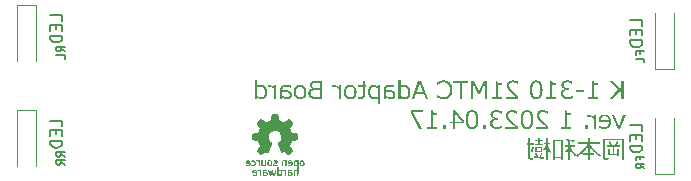
<source format=gbr>
%TF.GenerationSoftware,KiCad,Pcbnew,7.0.1*%
%TF.CreationDate,2023-04-20T14:42:13+09:00*%
%TF.ProjectId,dcc-adapter-board-kato-1.310-21mtc,6463632d-6164-4617-9074-65722d626f61,rev?*%
%TF.SameCoordinates,Original*%
%TF.FileFunction,Legend,Bot*%
%TF.FilePolarity,Positive*%
%FSLAX46Y46*%
G04 Gerber Fmt 4.6, Leading zero omitted, Abs format (unit mm)*
G04 Created by KiCad (PCBNEW 7.0.1) date 2023-04-20 14:42:13*
%MOMM*%
%LPD*%
G01*
G04 APERTURE LIST*
%ADD10C,0.150000*%
%ADD11C,0.120000*%
G04 APERTURE END LIST*
D10*
G36*
X115612212Y-34205000D02*
G01*
X115864637Y-34205000D01*
X116474633Y-33511838D01*
X116617882Y-33658750D01*
X116617882Y-34205000D01*
X116809490Y-34205000D01*
X116809490Y-32657477D01*
X116617882Y-32657477D01*
X116617882Y-33459448D01*
X115878925Y-32657477D01*
X115644085Y-32657477D01*
X116330286Y-33387641D01*
X115612212Y-34205000D01*
G37*
G36*
X113799441Y-34205000D02*
G01*
X114625959Y-34205000D01*
X114625959Y-34064316D01*
X114302459Y-34064316D01*
X114302459Y-33009187D01*
X114625959Y-33009187D01*
X114625959Y-32891950D01*
X114602661Y-32891599D01*
X114580209Y-32890822D01*
X114558605Y-32889619D01*
X114537848Y-32887989D01*
X114517939Y-32885932D01*
X114498876Y-32883449D01*
X114480661Y-32880540D01*
X114463293Y-32877204D01*
X114446773Y-32873441D01*
X114431099Y-32869253D01*
X114416273Y-32864637D01*
X114402294Y-32859595D01*
X114382914Y-32851233D01*
X114365440Y-32841911D01*
X114354849Y-32835163D01*
X114340224Y-32824077D01*
X114326848Y-32811838D01*
X114314722Y-32798446D01*
X114303845Y-32783901D01*
X114294217Y-32768204D01*
X114285838Y-32751353D01*
X114278709Y-32733350D01*
X114272830Y-32714195D01*
X114268199Y-32693886D01*
X114264818Y-32672425D01*
X114263258Y-32657477D01*
X114116713Y-32657477D01*
X114116713Y-34064316D01*
X113799441Y-34064316D01*
X113799441Y-34205000D01*
G37*
G36*
X112810624Y-33595369D02*
G01*
X113453593Y-33595369D01*
X113453593Y-33431238D01*
X112810624Y-33431238D01*
X112810624Y-33595369D01*
G37*
G36*
X112517166Y-34131360D02*
G01*
X112517166Y-33923632D01*
X112500680Y-33923632D01*
X112487591Y-33932287D01*
X112474475Y-33940668D01*
X112461330Y-33948773D01*
X112448158Y-33956605D01*
X112434958Y-33964161D01*
X112421730Y-33971442D01*
X112408474Y-33978449D01*
X112395190Y-33985181D01*
X112381878Y-33991638D01*
X112368538Y-33997821D01*
X112341775Y-34009361D01*
X112314900Y-34019802D01*
X112287914Y-34029145D01*
X112260816Y-34037388D01*
X112233606Y-34044532D01*
X112206285Y-34050577D01*
X112178852Y-34055523D01*
X112151307Y-34059370D01*
X112123651Y-34062117D01*
X112095883Y-34063766D01*
X112068004Y-34064316D01*
X112047652Y-34063976D01*
X112027812Y-34062959D01*
X112008485Y-34061263D01*
X111989670Y-34058889D01*
X111971368Y-34055836D01*
X111953578Y-34052105D01*
X111936300Y-34047696D01*
X111919535Y-34042609D01*
X111903281Y-34036843D01*
X111887541Y-34030398D01*
X111872312Y-34023276D01*
X111857596Y-34015475D01*
X111843392Y-34006995D01*
X111829701Y-33997838D01*
X111816522Y-33988002D01*
X111803855Y-33977487D01*
X111791788Y-33966322D01*
X111780499Y-33954624D01*
X111769989Y-33942394D01*
X111760258Y-33929631D01*
X111751305Y-33916336D01*
X111743130Y-33902509D01*
X111735734Y-33888149D01*
X111729117Y-33873257D01*
X111723278Y-33857832D01*
X111718217Y-33841875D01*
X111713936Y-33825386D01*
X111710432Y-33808364D01*
X111707707Y-33790810D01*
X111705761Y-33772724D01*
X111704593Y-33754105D01*
X111704204Y-33734954D01*
X111704543Y-33717253D01*
X111705561Y-33700144D01*
X111707257Y-33683627D01*
X111709631Y-33667703D01*
X111712683Y-33652372D01*
X111716414Y-33637633D01*
X111720823Y-33623486D01*
X111728709Y-33603377D01*
X111738121Y-33584602D01*
X111749060Y-33567159D01*
X111761524Y-33551049D01*
X111775515Y-33536273D01*
X111791032Y-33522829D01*
X111808184Y-33510651D01*
X111827216Y-33499671D01*
X111840949Y-33493016D01*
X111855518Y-33486894D01*
X111870923Y-33481304D01*
X111887163Y-33476247D01*
X111904239Y-33471721D01*
X111922151Y-33467729D01*
X111940898Y-33464268D01*
X111960481Y-33461340D01*
X111980901Y-33458944D01*
X112002155Y-33457081D01*
X112024246Y-33455750D01*
X112047172Y-33454952D01*
X112070935Y-33454685D01*
X112161793Y-33454685D01*
X112161793Y-33290554D01*
X112091817Y-33290554D01*
X112071218Y-33290281D01*
X112051185Y-33289461D01*
X112031719Y-33288094D01*
X112012820Y-33286181D01*
X111994488Y-33283721D01*
X111976722Y-33280714D01*
X111959523Y-33277161D01*
X111942890Y-33273060D01*
X111926825Y-33268414D01*
X111911326Y-33263220D01*
X111896394Y-33257480D01*
X111882028Y-33251193D01*
X111868229Y-33244359D01*
X111854997Y-33236979D01*
X111842332Y-33229052D01*
X111830233Y-33220579D01*
X111813276Y-33206890D01*
X111797986Y-33192204D01*
X111784364Y-33176519D01*
X111772411Y-33159837D01*
X111762125Y-33142156D01*
X111753507Y-33123476D01*
X111746557Y-33103799D01*
X111741275Y-33083123D01*
X111737662Y-33061450D01*
X111736179Y-33046446D01*
X111735438Y-33030998D01*
X111735345Y-33023108D01*
X111736076Y-33003282D01*
X111738269Y-32984331D01*
X111741923Y-32966256D01*
X111747040Y-32949057D01*
X111753618Y-32932734D01*
X111761659Y-32917286D01*
X111771161Y-32902715D01*
X111782125Y-32889019D01*
X111794551Y-32876199D01*
X111808439Y-32864255D01*
X111818510Y-32856779D01*
X111834582Y-32846303D01*
X111851749Y-32836858D01*
X111870010Y-32828443D01*
X111889367Y-32821058D01*
X111909818Y-32814704D01*
X111924060Y-32811041D01*
X111938789Y-32807835D01*
X111954005Y-32805087D01*
X111969707Y-32802797D01*
X111985896Y-32800966D01*
X112002571Y-32799592D01*
X112019733Y-32798676D01*
X112037382Y-32798218D01*
X112046388Y-32798161D01*
X112072526Y-32798710D01*
X112098641Y-32800359D01*
X112124733Y-32803107D01*
X112150802Y-32806953D01*
X112176848Y-32811899D01*
X112202872Y-32817944D01*
X112228872Y-32825088D01*
X112254849Y-32833332D01*
X112280804Y-32842674D01*
X112306736Y-32853115D01*
X112332645Y-32864656D01*
X112358531Y-32877295D01*
X112384394Y-32891034D01*
X112397317Y-32898316D01*
X112410234Y-32905872D01*
X112423145Y-32913703D01*
X112436051Y-32921809D01*
X112448951Y-32930189D01*
X112461845Y-32938845D01*
X112473203Y-32938845D01*
X112473203Y-32733314D01*
X112447131Y-32721291D01*
X112420938Y-32710044D01*
X112394626Y-32699573D01*
X112368193Y-32689877D01*
X112341641Y-32680957D01*
X112314968Y-32672813D01*
X112288174Y-32665444D01*
X112261261Y-32658851D01*
X112234227Y-32653033D01*
X112207073Y-32647991D01*
X112179799Y-32643725D01*
X112152405Y-32640235D01*
X112124890Y-32637520D01*
X112097256Y-32635581D01*
X112069501Y-32634417D01*
X112041625Y-32634030D01*
X112026711Y-32634127D01*
X112012010Y-32634419D01*
X111983248Y-32635587D01*
X111955338Y-32637533D01*
X111928282Y-32640258D01*
X111902078Y-32643761D01*
X111876727Y-32648043D01*
X111852229Y-32653103D01*
X111828585Y-32658942D01*
X111805793Y-32665560D01*
X111783854Y-32672956D01*
X111762768Y-32681130D01*
X111742535Y-32690083D01*
X111723155Y-32699815D01*
X111704628Y-32710325D01*
X111686953Y-32721613D01*
X111670132Y-32733681D01*
X111654205Y-32746410D01*
X111639306Y-32759687D01*
X111625434Y-32773510D01*
X111612590Y-32787880D01*
X111600773Y-32802796D01*
X111589984Y-32818259D01*
X111580223Y-32834269D01*
X111571489Y-32850826D01*
X111563782Y-32867929D01*
X111557103Y-32885579D01*
X111551452Y-32903775D01*
X111546828Y-32922518D01*
X111543231Y-32941808D01*
X111540662Y-32961645D01*
X111539121Y-32982028D01*
X111538607Y-33002958D01*
X111538949Y-33018426D01*
X111539975Y-33033687D01*
X111541686Y-33048742D01*
X111544080Y-33063592D01*
X111547158Y-33078235D01*
X111550921Y-33092672D01*
X111555367Y-33106903D01*
X111560498Y-33120928D01*
X111566312Y-33134746D01*
X111572811Y-33148359D01*
X111579994Y-33161766D01*
X111587860Y-33174966D01*
X111596411Y-33187961D01*
X111605646Y-33200749D01*
X111615565Y-33213332D01*
X111626168Y-33225708D01*
X111637287Y-33237658D01*
X111648751Y-33249052D01*
X111660562Y-33259891D01*
X111672720Y-33270175D01*
X111685223Y-33279904D01*
X111698073Y-33289077D01*
X111711269Y-33297696D01*
X111724812Y-33305758D01*
X111738701Y-33313266D01*
X111752936Y-33320218D01*
X111767518Y-33326615D01*
X111782446Y-33332457D01*
X111797720Y-33337744D01*
X111813340Y-33342475D01*
X111829307Y-33346651D01*
X111845621Y-33350272D01*
X111845621Y-33367124D01*
X111824749Y-33371114D01*
X111804539Y-33375619D01*
X111784992Y-33380640D01*
X111766108Y-33386175D01*
X111747886Y-33392226D01*
X111730327Y-33398792D01*
X111713431Y-33405873D01*
X111697197Y-33413469D01*
X111681626Y-33421581D01*
X111666717Y-33430208D01*
X111652471Y-33439350D01*
X111638888Y-33449007D01*
X111625967Y-33459179D01*
X111613709Y-33469867D01*
X111602114Y-33481069D01*
X111591181Y-33492787D01*
X111580910Y-33505020D01*
X111571302Y-33517769D01*
X111562357Y-33531032D01*
X111554075Y-33544811D01*
X111546455Y-33559105D01*
X111539497Y-33573914D01*
X111533203Y-33589238D01*
X111527571Y-33605078D01*
X111522601Y-33621433D01*
X111518294Y-33638303D01*
X111514650Y-33655688D01*
X111511668Y-33673588D01*
X111509349Y-33692004D01*
X111507692Y-33710934D01*
X111506699Y-33730380D01*
X111506367Y-33750341D01*
X111506975Y-33776199D01*
X111508800Y-33801472D01*
X111511841Y-33826162D01*
X111516099Y-33850267D01*
X111521573Y-33873789D01*
X111528263Y-33896727D01*
X111536170Y-33919081D01*
X111545293Y-33940851D01*
X111555633Y-33962037D01*
X111567189Y-33982639D01*
X111579962Y-34002658D01*
X111593951Y-34022092D01*
X111609157Y-34040943D01*
X111625579Y-34059209D01*
X111643217Y-34076892D01*
X111662072Y-34093991D01*
X111681841Y-34110273D01*
X111702315Y-34125504D01*
X111723492Y-34139685D01*
X111745374Y-34152815D01*
X111767960Y-34164895D01*
X111791250Y-34175925D01*
X111815244Y-34185904D01*
X111839942Y-34194833D01*
X111865344Y-34202711D01*
X111891450Y-34209539D01*
X111918261Y-34215316D01*
X111945775Y-34220043D01*
X111973994Y-34223720D01*
X112002917Y-34226346D01*
X112017642Y-34227265D01*
X112032544Y-34227922D01*
X112047621Y-34228316D01*
X112062875Y-34228447D01*
X112092041Y-34228068D01*
X112121104Y-34226930D01*
X112150064Y-34225034D01*
X112178920Y-34222379D01*
X112207674Y-34218966D01*
X112236325Y-34214794D01*
X112264873Y-34209864D01*
X112293318Y-34204175D01*
X112321659Y-34197728D01*
X112349898Y-34190522D01*
X112378034Y-34182558D01*
X112392063Y-34178292D01*
X112406066Y-34173836D01*
X112420044Y-34169190D01*
X112433996Y-34164355D01*
X112447922Y-34159330D01*
X112461822Y-34154115D01*
X112475697Y-34148711D01*
X112489546Y-34143117D01*
X112503369Y-34137333D01*
X112517166Y-34131360D01*
G37*
G36*
X110269155Y-34205000D02*
G01*
X111095673Y-34205000D01*
X111095673Y-34064316D01*
X110772173Y-34064316D01*
X110772173Y-33009187D01*
X111095673Y-33009187D01*
X111095673Y-32891950D01*
X111072374Y-32891599D01*
X111049923Y-32890822D01*
X111028319Y-32889619D01*
X111007562Y-32887989D01*
X110987653Y-32885932D01*
X110968590Y-32883449D01*
X110950375Y-32880540D01*
X110933007Y-32877204D01*
X110916486Y-32873441D01*
X110900813Y-32869253D01*
X110885987Y-32864637D01*
X110872008Y-32859595D01*
X110852627Y-32851233D01*
X110835154Y-32841911D01*
X110824563Y-32835163D01*
X110809938Y-32824077D01*
X110796562Y-32811838D01*
X110784436Y-32798446D01*
X110773559Y-32783901D01*
X110763931Y-32768204D01*
X110755552Y-32751353D01*
X110748423Y-32733350D01*
X110742544Y-32714195D01*
X110737913Y-32693886D01*
X110734532Y-32672425D01*
X110732972Y-32657477D01*
X110586427Y-32657477D01*
X110586427Y-34064316D01*
X110269155Y-34064316D01*
X110269155Y-34205000D01*
G37*
G36*
X109426217Y-32634219D02*
G01*
X109442855Y-32634788D01*
X109459212Y-32635736D01*
X109475290Y-32637063D01*
X109491086Y-32638770D01*
X109506602Y-32640856D01*
X109521838Y-32643321D01*
X109536793Y-32646165D01*
X109551468Y-32649389D01*
X109565862Y-32652992D01*
X109593808Y-32661335D01*
X109620633Y-32671195D01*
X109646336Y-32682573D01*
X109670917Y-32695467D01*
X109694375Y-32709878D01*
X109716712Y-32725807D01*
X109737927Y-32743252D01*
X109758020Y-32762214D01*
X109776991Y-32782693D01*
X109794839Y-32804689D01*
X109811566Y-32828203D01*
X109819523Y-32840549D01*
X109827227Y-32853317D01*
X109834678Y-32866507D01*
X109841877Y-32880118D01*
X109848823Y-32894150D01*
X109855517Y-32908604D01*
X109861958Y-32923479D01*
X109868147Y-32938776D01*
X109874082Y-32954494D01*
X109879766Y-32970634D01*
X109885196Y-32987195D01*
X109890375Y-33004178D01*
X109895300Y-33021582D01*
X109899973Y-33039407D01*
X109904393Y-33057654D01*
X109908561Y-33076323D01*
X109912476Y-33095413D01*
X109916139Y-33114924D01*
X109919549Y-33134857D01*
X109922706Y-33155211D01*
X109925611Y-33175987D01*
X109928263Y-33197184D01*
X109930663Y-33218803D01*
X109932810Y-33240843D01*
X109934704Y-33263305D01*
X109936346Y-33286188D01*
X109937735Y-33309493D01*
X109938872Y-33333219D01*
X109939756Y-33357366D01*
X109940388Y-33381935D01*
X109940766Y-33406925D01*
X109940893Y-33432337D01*
X109940767Y-33457726D01*
X109940390Y-33482692D01*
X109939763Y-33507237D01*
X109938883Y-33531359D01*
X109937753Y-33555059D01*
X109936372Y-33578336D01*
X109934739Y-33601192D01*
X109932856Y-33623625D01*
X109930721Y-33645636D01*
X109928335Y-33667225D01*
X109925698Y-33688392D01*
X109922809Y-33709137D01*
X109919670Y-33729459D01*
X109916279Y-33749360D01*
X109912637Y-33768838D01*
X109908744Y-33787894D01*
X109904600Y-33806528D01*
X109900205Y-33824739D01*
X109895558Y-33842529D01*
X109890661Y-33859896D01*
X109885512Y-33876841D01*
X109880112Y-33893364D01*
X109874461Y-33909464D01*
X109868559Y-33925143D01*
X109862405Y-33940399D01*
X109856001Y-33955234D01*
X109849345Y-33969646D01*
X109842438Y-33983635D01*
X109835280Y-33997203D01*
X109827871Y-34010348D01*
X109812299Y-34035373D01*
X109804097Y-34047251D01*
X109786844Y-34069877D01*
X109768457Y-34090995D01*
X109748936Y-34110604D01*
X109728283Y-34128704D01*
X109706495Y-34145297D01*
X109683575Y-34160381D01*
X109659521Y-34173956D01*
X109634333Y-34186023D01*
X109608012Y-34196582D01*
X109580558Y-34205632D01*
X109566405Y-34209592D01*
X109551970Y-34213174D01*
X109537251Y-34216380D01*
X109522249Y-34219208D01*
X109506963Y-34221659D01*
X109491394Y-34223733D01*
X109475541Y-34225430D01*
X109459406Y-34226750D01*
X109442987Y-34227693D01*
X109426284Y-34228258D01*
X109409298Y-34228447D01*
X109392358Y-34228258D01*
X109375700Y-34227691D01*
X109359325Y-34226747D01*
X109343232Y-34225424D01*
X109327423Y-34223724D01*
X109311895Y-34221646D01*
X109296651Y-34219190D01*
X109281689Y-34216357D01*
X109267010Y-34213145D01*
X109252613Y-34209556D01*
X109224668Y-34201244D01*
X109197853Y-34191421D01*
X109172169Y-34180087D01*
X109147615Y-34167241D01*
X109124192Y-34152884D01*
X109101900Y-34137016D01*
X109080738Y-34119637D01*
X109060707Y-34100746D01*
X109041806Y-34080344D01*
X109024036Y-34058431D01*
X109007397Y-34035006D01*
X108999462Y-34022681D01*
X108991780Y-34009932D01*
X108984350Y-33996758D01*
X108977172Y-33983160D01*
X108970245Y-33969138D01*
X108963570Y-33954691D01*
X108957147Y-33939820D01*
X108950976Y-33924525D01*
X108945057Y-33908805D01*
X108939390Y-33892661D01*
X108933975Y-33876093D01*
X108928811Y-33859100D01*
X108923900Y-33841683D01*
X108919240Y-33823842D01*
X108914832Y-33805576D01*
X108910676Y-33786886D01*
X108906772Y-33767772D01*
X108903120Y-33748233D01*
X108899720Y-33728270D01*
X108896571Y-33707883D01*
X108893675Y-33687072D01*
X108891030Y-33665836D01*
X108888637Y-33644176D01*
X108886496Y-33622091D01*
X108884607Y-33599582D01*
X108882970Y-33576649D01*
X108881585Y-33553291D01*
X108880451Y-33529510D01*
X108879570Y-33505303D01*
X108878940Y-33480673D01*
X108878562Y-33455618D01*
X108878436Y-33430139D01*
X109075174Y-33430139D01*
X109075251Y-33452497D01*
X109075482Y-33474416D01*
X109075866Y-33495897D01*
X109076405Y-33516939D01*
X109077097Y-33537542D01*
X109077943Y-33557707D01*
X109078943Y-33577433D01*
X109080097Y-33596720D01*
X109081405Y-33615569D01*
X109082866Y-33633979D01*
X109084482Y-33651951D01*
X109086251Y-33669484D01*
X109088174Y-33686578D01*
X109090251Y-33703234D01*
X109092481Y-33719451D01*
X109094866Y-33735229D01*
X109097404Y-33750569D01*
X109100097Y-33765470D01*
X109105943Y-33793956D01*
X109112404Y-33820688D01*
X109119481Y-33845665D01*
X109127173Y-33868887D01*
X109135481Y-33890356D01*
X109144404Y-33910069D01*
X109153942Y-33928028D01*
X109164169Y-33944532D01*
X109175157Y-33959970D01*
X109186906Y-33974345D01*
X109199417Y-33987654D01*
X109212689Y-33999898D01*
X109226723Y-34011078D01*
X109241518Y-34021193D01*
X109257074Y-34030244D01*
X109273391Y-34038229D01*
X109290470Y-34045150D01*
X109308310Y-34051006D01*
X109326912Y-34055798D01*
X109346275Y-34059524D01*
X109366399Y-34062186D01*
X109387285Y-34063783D01*
X109408932Y-34064316D01*
X109430582Y-34063783D01*
X109451476Y-34062186D01*
X109471614Y-34059524D01*
X109490997Y-34055798D01*
X109509625Y-34051006D01*
X109527496Y-34045150D01*
X109544613Y-34038229D01*
X109560973Y-34030244D01*
X109576578Y-34021193D01*
X109591427Y-34011078D01*
X109605521Y-33999898D01*
X109618859Y-33987654D01*
X109631441Y-33974345D01*
X109643268Y-33959970D01*
X109654339Y-33944532D01*
X109664654Y-33928028D01*
X109669523Y-33919270D01*
X109678796Y-33900451D01*
X109687452Y-33879895D01*
X109695489Y-33857601D01*
X109702908Y-33833569D01*
X109709708Y-33807801D01*
X109715891Y-33780295D01*
X109718750Y-33765890D01*
X109721455Y-33751052D01*
X109724005Y-33735778D01*
X109726401Y-33720071D01*
X109728642Y-33703929D01*
X109730728Y-33687353D01*
X109732660Y-33670342D01*
X109734438Y-33652897D01*
X109736061Y-33635018D01*
X109737529Y-33616705D01*
X109738843Y-33597957D01*
X109740002Y-33578775D01*
X109741007Y-33559158D01*
X109741857Y-33539107D01*
X109742552Y-33518622D01*
X109743093Y-33497702D01*
X109743480Y-33476348D01*
X109743711Y-33454560D01*
X109743789Y-33432337D01*
X109743711Y-33409912D01*
X109743480Y-33387930D01*
X109743093Y-33366390D01*
X109742552Y-33345291D01*
X109741857Y-33324635D01*
X109741007Y-33304422D01*
X109740002Y-33284650D01*
X109738843Y-33265321D01*
X109737529Y-33246434D01*
X109736061Y-33227989D01*
X109734438Y-33209986D01*
X109732660Y-33192426D01*
X109730728Y-33175308D01*
X109728642Y-33158632D01*
X109726401Y-33142398D01*
X109724005Y-33126606D01*
X109721455Y-33111257D01*
X109718750Y-33096350D01*
X109712877Y-33067862D01*
X109706385Y-33041143D01*
X109699275Y-33016193D01*
X109691547Y-32993012D01*
X109683201Y-32971600D01*
X109674237Y-32951956D01*
X109664654Y-32934082D01*
X109654339Y-32917623D01*
X109643268Y-32902225D01*
X109631441Y-32887890D01*
X109618859Y-32874616D01*
X109605521Y-32862405D01*
X109591427Y-32851255D01*
X109576578Y-32841167D01*
X109560973Y-32832141D01*
X109544613Y-32824177D01*
X109527496Y-32817275D01*
X109509625Y-32811434D01*
X109490997Y-32806656D01*
X109471614Y-32802939D01*
X109451476Y-32800284D01*
X109430582Y-32798692D01*
X109408932Y-32798161D01*
X109387155Y-32798705D01*
X109366153Y-32800336D01*
X109345927Y-32803055D01*
X109326477Y-32806862D01*
X109307802Y-32811756D01*
X109289903Y-32817738D01*
X109272780Y-32824808D01*
X109256433Y-32832965D01*
X109240861Y-32842210D01*
X109226065Y-32852543D01*
X109212044Y-32863963D01*
X109198799Y-32876471D01*
X109186330Y-32890067D01*
X109174636Y-32904750D01*
X109163718Y-32920521D01*
X109153576Y-32937379D01*
X109144082Y-32955576D01*
X109135200Y-32975452D01*
X109126931Y-32997009D01*
X109119275Y-33020246D01*
X109112231Y-33045163D01*
X109105800Y-33071760D01*
X109099981Y-33100038D01*
X109097301Y-33114806D01*
X109094774Y-33129995D01*
X109092401Y-33145604D01*
X109090181Y-33161633D01*
X109088113Y-33178082D01*
X109086199Y-33194950D01*
X109084438Y-33212239D01*
X109082830Y-33229948D01*
X109081376Y-33248077D01*
X109080074Y-33266626D01*
X109078926Y-33285595D01*
X109077930Y-33304984D01*
X109077088Y-33324793D01*
X109076399Y-33345022D01*
X109075863Y-33365671D01*
X109075480Y-33386741D01*
X109075251Y-33408230D01*
X109075174Y-33430139D01*
X108878436Y-33430139D01*
X108878563Y-33404930D01*
X108878944Y-33380135D01*
X108879579Y-33355754D01*
X108880469Y-33331787D01*
X108881612Y-33308235D01*
X108883009Y-33285097D01*
X108884660Y-33262374D01*
X108886565Y-33240065D01*
X108888724Y-33218170D01*
X108891137Y-33196689D01*
X108893805Y-33175623D01*
X108896726Y-33154971D01*
X108899901Y-33134733D01*
X108903331Y-33114910D01*
X108907014Y-33095501D01*
X108910951Y-33076506D01*
X108915143Y-33057925D01*
X108919588Y-33039759D01*
X108924287Y-33022007D01*
X108929241Y-33004670D01*
X108934448Y-32987747D01*
X108939910Y-32971238D01*
X108945625Y-32955143D01*
X108951595Y-32939463D01*
X108957818Y-32924197D01*
X108964296Y-32909345D01*
X108971027Y-32894908D01*
X108978013Y-32880885D01*
X108985253Y-32867276D01*
X108992746Y-32854081D01*
X109000494Y-32841301D01*
X109008496Y-32828935D01*
X109025260Y-32805333D01*
X109043129Y-32783254D01*
X109062102Y-32762698D01*
X109082181Y-32743664D01*
X109103364Y-32726153D01*
X109125652Y-32710165D01*
X109149045Y-32695699D01*
X109173543Y-32682756D01*
X109199145Y-32671336D01*
X109225853Y-32661438D01*
X109253665Y-32653063D01*
X109267985Y-32649447D01*
X109282582Y-32646211D01*
X109297455Y-32643356D01*
X109312604Y-32640882D01*
X109328029Y-32638788D01*
X109343730Y-32637075D01*
X109359708Y-32635743D01*
X109375962Y-32634791D01*
X109392492Y-32634220D01*
X109409298Y-32634030D01*
X109426217Y-32634219D01*
G37*
G36*
X106858304Y-34205000D02*
G01*
X107896946Y-34205000D01*
X107896946Y-34006064D01*
X107876180Y-33988254D01*
X107855095Y-33970086D01*
X107833693Y-33951560D01*
X107811973Y-33932676D01*
X107789935Y-33913435D01*
X107778797Y-33903680D01*
X107767580Y-33893836D01*
X107756283Y-33883902D01*
X107744907Y-33873879D01*
X107733451Y-33863767D01*
X107721916Y-33853565D01*
X107710301Y-33843273D01*
X107698607Y-33832892D01*
X107686834Y-33822422D01*
X107674981Y-33811862D01*
X107663049Y-33801213D01*
X107651037Y-33790474D01*
X107638946Y-33779646D01*
X107626776Y-33768728D01*
X107614526Y-33757721D01*
X107602196Y-33746625D01*
X107589788Y-33735439D01*
X107577299Y-33724164D01*
X107564732Y-33712799D01*
X107552085Y-33701345D01*
X107539358Y-33689801D01*
X107526552Y-33678168D01*
X107513810Y-33666534D01*
X107501274Y-33654988D01*
X107488946Y-33643530D01*
X107476824Y-33632160D01*
X107464909Y-33620879D01*
X107453201Y-33609685D01*
X107441699Y-33598579D01*
X107430404Y-33587561D01*
X107419317Y-33576631D01*
X107408435Y-33565790D01*
X107397761Y-33555036D01*
X107387294Y-33544370D01*
X107377033Y-33533793D01*
X107357132Y-33512901D01*
X107338058Y-33492362D01*
X107319811Y-33472175D01*
X107302392Y-33452340D01*
X107285800Y-33432856D01*
X107270035Y-33413725D01*
X107255097Y-33394946D01*
X107240986Y-33376519D01*
X107227702Y-33358444D01*
X107221371Y-33349539D01*
X107209259Y-33331770D01*
X107197929Y-33314002D01*
X107187380Y-33296233D01*
X107177613Y-33278464D01*
X107168627Y-33260696D01*
X107160423Y-33242927D01*
X107152999Y-33225158D01*
X107146358Y-33207390D01*
X107140497Y-33189621D01*
X107135418Y-33171852D01*
X107131121Y-33154084D01*
X107127604Y-33136315D01*
X107124870Y-33118546D01*
X107122916Y-33100778D01*
X107121744Y-33083009D01*
X107121353Y-33065240D01*
X107121681Y-33049704D01*
X107122664Y-33034603D01*
X107124303Y-33019937D01*
X107127990Y-32998754D01*
X107133151Y-32978549D01*
X107139788Y-32959324D01*
X107147899Y-32941077D01*
X107157485Y-32923809D01*
X107168546Y-32907520D01*
X107181081Y-32892210D01*
X107195091Y-32877879D01*
X107205251Y-32868869D01*
X107221513Y-32856233D01*
X107238837Y-32844839D01*
X107257225Y-32834689D01*
X107276675Y-32825781D01*
X107297187Y-32818116D01*
X107311452Y-32813697D01*
X107326190Y-32809830D01*
X107341400Y-32806516D01*
X107357082Y-32803754D01*
X107373236Y-32801544D01*
X107389863Y-32799887D01*
X107406962Y-32798782D01*
X107424533Y-32798230D01*
X107433496Y-32798161D01*
X107459847Y-32798710D01*
X107486143Y-32800359D01*
X107512386Y-32803107D01*
X107538574Y-32806953D01*
X107564707Y-32811899D01*
X107590786Y-32817944D01*
X107616811Y-32825088D01*
X107642781Y-32833332D01*
X107668697Y-32842674D01*
X107694559Y-32853115D01*
X107720366Y-32864656D01*
X107746119Y-32877295D01*
X107771817Y-32891034D01*
X107784646Y-32898316D01*
X107797461Y-32905872D01*
X107810263Y-32913703D01*
X107823051Y-32921809D01*
X107835826Y-32930189D01*
X107848586Y-32938845D01*
X107858845Y-32938845D01*
X107858845Y-32734413D01*
X107832777Y-32722257D01*
X107806598Y-32710886D01*
X107780307Y-32700299D01*
X107753904Y-32690495D01*
X107727390Y-32681477D01*
X107700764Y-32673242D01*
X107674027Y-32665792D01*
X107647178Y-32659125D01*
X107620217Y-32653244D01*
X107593145Y-32648146D01*
X107565961Y-32643833D01*
X107538665Y-32640303D01*
X107511258Y-32637559D01*
X107483739Y-32635598D01*
X107456109Y-32634422D01*
X107428367Y-32634030D01*
X107399402Y-32634470D01*
X107371219Y-32635793D01*
X107343818Y-32637997D01*
X107317198Y-32641082D01*
X107291359Y-32645049D01*
X107266302Y-32649898D01*
X107242026Y-32655628D01*
X107218531Y-32662240D01*
X107195818Y-32669733D01*
X107173887Y-32678108D01*
X107152736Y-32687364D01*
X107132367Y-32697502D01*
X107112780Y-32708522D01*
X107093973Y-32720423D01*
X107075948Y-32733205D01*
X107058705Y-32746870D01*
X107042335Y-32761297D01*
X107027020Y-32776368D01*
X107012762Y-32792083D01*
X106999560Y-32808442D01*
X106987414Y-32825445D01*
X106976325Y-32843092D01*
X106966291Y-32861383D01*
X106957314Y-32880318D01*
X106949393Y-32899897D01*
X106942527Y-32920120D01*
X106936719Y-32940987D01*
X106931966Y-32962498D01*
X106928269Y-32984653D01*
X106925629Y-33007452D01*
X106924045Y-33030895D01*
X106923517Y-33054982D01*
X106923819Y-33074414D01*
X106924727Y-33093691D01*
X106926241Y-33112813D01*
X106928359Y-33131781D01*
X106931084Y-33150595D01*
X106934413Y-33169253D01*
X106938348Y-33187758D01*
X106942888Y-33206107D01*
X106948034Y-33224302D01*
X106953785Y-33242343D01*
X106957955Y-33254284D01*
X106964753Y-33272034D01*
X106972234Y-33289700D01*
X106980398Y-33307282D01*
X106989245Y-33324781D01*
X106998774Y-33342196D01*
X107008985Y-33359527D01*
X107019880Y-33376774D01*
X107031457Y-33393938D01*
X107043716Y-33411018D01*
X107056659Y-33428014D01*
X107065666Y-33439298D01*
X107079656Y-33456228D01*
X107089261Y-33467625D01*
X107099090Y-33479111D01*
X107109142Y-33490686D01*
X107119418Y-33502350D01*
X107129916Y-33514102D01*
X107140638Y-33525943D01*
X107151583Y-33537873D01*
X107162752Y-33549891D01*
X107174143Y-33561998D01*
X107185758Y-33574194D01*
X107197596Y-33586479D01*
X107209658Y-33598852D01*
X107221942Y-33611314D01*
X107234450Y-33623865D01*
X107240788Y-33630174D01*
X107254554Y-33643628D01*
X107270389Y-33658710D01*
X107288294Y-33675421D01*
X107308268Y-33693761D01*
X107330311Y-33713729D01*
X107342109Y-33724324D01*
X107354424Y-33735326D01*
X107367256Y-33746735D01*
X107380606Y-33758552D01*
X107394473Y-33770775D01*
X107408858Y-33783406D01*
X107423759Y-33796444D01*
X107439179Y-33809889D01*
X107455115Y-33823741D01*
X107471569Y-33838000D01*
X107488540Y-33852666D01*
X107506029Y-33867740D01*
X107524035Y-33883220D01*
X107542558Y-33899108D01*
X107561598Y-33915403D01*
X107581156Y-33932105D01*
X107601231Y-33949215D01*
X107621824Y-33966731D01*
X107642934Y-33984655D01*
X107664561Y-34002985D01*
X107686706Y-34021723D01*
X107709368Y-34040868D01*
X106858304Y-34040868D01*
X106858304Y-34205000D01*
G37*
G36*
X105642707Y-34205000D02*
G01*
X106469225Y-34205000D01*
X106469225Y-34064316D01*
X106145725Y-34064316D01*
X106145725Y-33009187D01*
X106469225Y-33009187D01*
X106469225Y-32891950D01*
X106445926Y-32891599D01*
X106423475Y-32890822D01*
X106401871Y-32889619D01*
X106381114Y-32887989D01*
X106361205Y-32885932D01*
X106342142Y-32883449D01*
X106323927Y-32880540D01*
X106306559Y-32877204D01*
X106290038Y-32873441D01*
X106274365Y-32869253D01*
X106259539Y-32864637D01*
X106245560Y-32859595D01*
X106226179Y-32851233D01*
X106208706Y-32841911D01*
X106198115Y-32835163D01*
X106183490Y-32824077D01*
X106170114Y-32811838D01*
X106157988Y-32798446D01*
X106147111Y-32783901D01*
X106137483Y-32768204D01*
X106129104Y-32751353D01*
X106121975Y-32733350D01*
X106116096Y-32714195D01*
X106111465Y-32693886D01*
X106108084Y-32672425D01*
X106106524Y-32657477D01*
X105959979Y-32657477D01*
X105959979Y-34064316D01*
X105642707Y-34064316D01*
X105642707Y-34205000D01*
G37*
G36*
X103876831Y-34205000D02*
G01*
X104068440Y-34205000D01*
X104068440Y-32875830D01*
X104516870Y-33782948D01*
X104621650Y-33782948D01*
X105070080Y-32875830D01*
X105070080Y-34205000D01*
X105248499Y-34205000D01*
X105248499Y-32657477D01*
X105003035Y-32657477D01*
X104563032Y-33547009D01*
X104124127Y-32657477D01*
X103876831Y-32657477D01*
X103876831Y-34205000D01*
G37*
G36*
X103120289Y-34205000D02*
G01*
X103120289Y-32821608D01*
X103671301Y-32821608D01*
X103671301Y-32657477D01*
X102377302Y-32657477D01*
X102377302Y-32821608D01*
X102928314Y-32821608D01*
X102928314Y-34205000D01*
X103120289Y-34205000D01*
G37*
G36*
X101562142Y-34228447D02*
G01*
X101583770Y-34228244D01*
X101605104Y-34227634D01*
X101626143Y-34226618D01*
X101646886Y-34225195D01*
X101667336Y-34223366D01*
X101687490Y-34221131D01*
X101707349Y-34218489D01*
X101726914Y-34215441D01*
X101746184Y-34211986D01*
X101765159Y-34208125D01*
X101783839Y-34203857D01*
X101802225Y-34199183D01*
X101820316Y-34194103D01*
X101838111Y-34188616D01*
X101855613Y-34182723D01*
X101872819Y-34176423D01*
X101889730Y-34169717D01*
X101906347Y-34162604D01*
X101922669Y-34155085D01*
X101938696Y-34147160D01*
X101954428Y-34138828D01*
X101969865Y-34130089D01*
X101985008Y-34120945D01*
X101999856Y-34111393D01*
X102014409Y-34101436D01*
X102028667Y-34091072D01*
X102042630Y-34080301D01*
X102056299Y-34069124D01*
X102069672Y-34057541D01*
X102082751Y-34045551D01*
X102095535Y-34033155D01*
X102108025Y-34020352D01*
X102120151Y-34007156D01*
X102131893Y-33993627D01*
X102143249Y-33979765D01*
X102154221Y-33965569D01*
X102164808Y-33951040D01*
X102175009Y-33936177D01*
X102184826Y-33920981D01*
X102194258Y-33905451D01*
X102203304Y-33889588D01*
X102211966Y-33873391D01*
X102220243Y-33856861D01*
X102228135Y-33839998D01*
X102235642Y-33822801D01*
X102242764Y-33805270D01*
X102249501Y-33787406D01*
X102255853Y-33769209D01*
X102261820Y-33750678D01*
X102267402Y-33731814D01*
X102272599Y-33712617D01*
X102277411Y-33693086D01*
X102281838Y-33673221D01*
X102285880Y-33653023D01*
X102289537Y-33632492D01*
X102292810Y-33611627D01*
X102295697Y-33590428D01*
X102298199Y-33568897D01*
X102300316Y-33547031D01*
X102302049Y-33524833D01*
X102303396Y-33502301D01*
X102304359Y-33479435D01*
X102304936Y-33456236D01*
X102305129Y-33432704D01*
X102304933Y-33409617D01*
X102304346Y-33386841D01*
X102303367Y-33364374D01*
X102301997Y-33342217D01*
X102300236Y-33320370D01*
X102298083Y-33298833D01*
X102295539Y-33277606D01*
X102292604Y-33256688D01*
X102289277Y-33236081D01*
X102285558Y-33215783D01*
X102281448Y-33195795D01*
X102276947Y-33176117D01*
X102272055Y-33156749D01*
X102266771Y-33137690D01*
X102261095Y-33118942D01*
X102255028Y-33100503D01*
X102248570Y-33082374D01*
X102241720Y-33064555D01*
X102234479Y-33047045D01*
X102226847Y-33029846D01*
X102218823Y-33012956D01*
X102210408Y-32996377D01*
X102201601Y-32980107D01*
X102192403Y-32964147D01*
X102182813Y-32948496D01*
X102172832Y-32933156D01*
X102162460Y-32918125D01*
X102151696Y-32903405D01*
X102140541Y-32888994D01*
X102128995Y-32874893D01*
X102117057Y-32861101D01*
X102104727Y-32847620D01*
X102092063Y-32834479D01*
X102079120Y-32821755D01*
X102065900Y-32809449D01*
X102052400Y-32797560D01*
X102038623Y-32786087D01*
X102024567Y-32775033D01*
X102010232Y-32764395D01*
X101995619Y-32754174D01*
X101980728Y-32744371D01*
X101965559Y-32734984D01*
X101950111Y-32726015D01*
X101934385Y-32717463D01*
X101918381Y-32709328D01*
X101902098Y-32701611D01*
X101885537Y-32694310D01*
X101868697Y-32687427D01*
X101851579Y-32680961D01*
X101834183Y-32674912D01*
X101816509Y-32669280D01*
X101798556Y-32664066D01*
X101780324Y-32659268D01*
X101761815Y-32654888D01*
X101743027Y-32650925D01*
X101723960Y-32647379D01*
X101704616Y-32644250D01*
X101684993Y-32641539D01*
X101665091Y-32639244D01*
X101644912Y-32637367D01*
X101624453Y-32635907D01*
X101603717Y-32634864D01*
X101582702Y-32634238D01*
X101561409Y-32634030D01*
X101545979Y-32634169D01*
X101530510Y-32634589D01*
X101515001Y-32635289D01*
X101499453Y-32636268D01*
X101483866Y-32637527D01*
X101468240Y-32639066D01*
X101452574Y-32640884D01*
X101436868Y-32642983D01*
X101421123Y-32645361D01*
X101405339Y-32648019D01*
X101389516Y-32650956D01*
X101373653Y-32654174D01*
X101357751Y-32657671D01*
X101341810Y-32661448D01*
X101325829Y-32665505D01*
X101309808Y-32669842D01*
X101293749Y-32674458D01*
X101277650Y-32679354D01*
X101261512Y-32684530D01*
X101245334Y-32689986D01*
X101229117Y-32695721D01*
X101212861Y-32701737D01*
X101196565Y-32708032D01*
X101180230Y-32714607D01*
X101163856Y-32721461D01*
X101147442Y-32728596D01*
X101130989Y-32736010D01*
X101114496Y-32743704D01*
X101097964Y-32751678D01*
X101081393Y-32759931D01*
X101064783Y-32768465D01*
X101048133Y-32777278D01*
X101048133Y-33009187D01*
X101062421Y-33009187D01*
X101077583Y-32996203D01*
X101092798Y-32983633D01*
X101108066Y-32971474D01*
X101123386Y-32959727D01*
X101138760Y-32948393D01*
X101154187Y-32937471D01*
X101169666Y-32926961D01*
X101185199Y-32916863D01*
X101200784Y-32907177D01*
X101216423Y-32897903D01*
X101232114Y-32889042D01*
X101247859Y-32880593D01*
X101263656Y-32872556D01*
X101279506Y-32864931D01*
X101295409Y-32857718D01*
X101311366Y-32850917D01*
X101327375Y-32844529D01*
X101343437Y-32838552D01*
X101359552Y-32832988D01*
X101375720Y-32827836D01*
X101391941Y-32823096D01*
X101408214Y-32818769D01*
X101424541Y-32814853D01*
X101440921Y-32811350D01*
X101457354Y-32808259D01*
X101473839Y-32805580D01*
X101490378Y-32803313D01*
X101506970Y-32801458D01*
X101523614Y-32800015D01*
X101540312Y-32798985D01*
X101557062Y-32798367D01*
X101573866Y-32798161D01*
X101589085Y-32798325D01*
X101604105Y-32798818D01*
X101618926Y-32799639D01*
X101633549Y-32800788D01*
X101662197Y-32804073D01*
X101690049Y-32808671D01*
X101717105Y-32814583D01*
X101743366Y-32821808D01*
X101768831Y-32830348D01*
X101793501Y-32840201D01*
X101817375Y-32851368D01*
X101840453Y-32863849D01*
X101862735Y-32877643D01*
X101884222Y-32892751D01*
X101904913Y-32909173D01*
X101924808Y-32926909D01*
X101943908Y-32945959D01*
X101962212Y-32966322D01*
X101979558Y-32987853D01*
X101995785Y-33010406D01*
X102010894Y-33033981D01*
X102024883Y-33058577D01*
X102037753Y-33084195D01*
X102049504Y-33110835D01*
X102054959Y-33124539D01*
X102060135Y-33138497D01*
X102065032Y-33152712D01*
X102069648Y-33167181D01*
X102073985Y-33181906D01*
X102078041Y-33196887D01*
X102081818Y-33212123D01*
X102085316Y-33227614D01*
X102088533Y-33243361D01*
X102091471Y-33259363D01*
X102094129Y-33275621D01*
X102096507Y-33292134D01*
X102098605Y-33308903D01*
X102100424Y-33325927D01*
X102101963Y-33343207D01*
X102103222Y-33360742D01*
X102104201Y-33378532D01*
X102104901Y-33396578D01*
X102105320Y-33414879D01*
X102105460Y-33433436D01*
X102105318Y-33451835D01*
X102104890Y-33469981D01*
X102104179Y-33487876D01*
X102103182Y-33505519D01*
X102101900Y-33522909D01*
X102100334Y-33540048D01*
X102098483Y-33556935D01*
X102096347Y-33573571D01*
X102093926Y-33589954D01*
X102091221Y-33606086D01*
X102088230Y-33621965D01*
X102084955Y-33637593D01*
X102081395Y-33652969D01*
X102077551Y-33668093D01*
X102073421Y-33682965D01*
X102069007Y-33697585D01*
X102064308Y-33711953D01*
X102059324Y-33726070D01*
X102054055Y-33739934D01*
X102048502Y-33753547D01*
X102036541Y-33780017D01*
X102023440Y-33805479D01*
X102009201Y-33829934D01*
X101993822Y-33853381D01*
X101977304Y-33875821D01*
X101959647Y-33897254D01*
X101941044Y-33917484D01*
X101921688Y-33936409D01*
X101901580Y-33954029D01*
X101880718Y-33970343D01*
X101859104Y-33985353D01*
X101836738Y-33999057D01*
X101813618Y-34011456D01*
X101789746Y-34022550D01*
X101765121Y-34032339D01*
X101739743Y-34040823D01*
X101713612Y-34048001D01*
X101686729Y-34053874D01*
X101659092Y-34058442D01*
X101630703Y-34061705D01*
X101601562Y-34063663D01*
X101586709Y-34064152D01*
X101571667Y-34064316D01*
X101555367Y-34064148D01*
X101539164Y-34063646D01*
X101523058Y-34062809D01*
X101507050Y-34061637D01*
X101491139Y-34060130D01*
X101475325Y-34058288D01*
X101459609Y-34056111D01*
X101443989Y-34053599D01*
X101428468Y-34050753D01*
X101413043Y-34047572D01*
X101397716Y-34044055D01*
X101382486Y-34040204D01*
X101367353Y-34036018D01*
X101352318Y-34031497D01*
X101337380Y-34026642D01*
X101322540Y-34021451D01*
X101307613Y-34015771D01*
X101292509Y-34009447D01*
X101277228Y-34002479D01*
X101261769Y-33994867D01*
X101246133Y-33986611D01*
X101230319Y-33977711D01*
X101214328Y-33968166D01*
X101198159Y-33957978D01*
X101181813Y-33947146D01*
X101165289Y-33935670D01*
X101148588Y-33923550D01*
X101131710Y-33910786D01*
X101114654Y-33897378D01*
X101097420Y-33883326D01*
X101080009Y-33868630D01*
X101062421Y-33853290D01*
X101048133Y-33853290D01*
X101048133Y-34084466D01*
X101072519Y-34096139D01*
X101096218Y-34107255D01*
X101119230Y-34117812D01*
X101141556Y-34127811D01*
X101163194Y-34137252D01*
X101184146Y-34146135D01*
X101204410Y-34154460D01*
X101223988Y-34162226D01*
X101242878Y-34169435D01*
X101261082Y-34176085D01*
X101278599Y-34182178D01*
X101295429Y-34187712D01*
X101311572Y-34192688D01*
X101327028Y-34197105D01*
X101341797Y-34200965D01*
X101355879Y-34204267D01*
X101376305Y-34208588D01*
X101396507Y-34212484D01*
X101416482Y-34215955D01*
X101436233Y-34219001D01*
X101455758Y-34221623D01*
X101475057Y-34223819D01*
X101494132Y-34225590D01*
X101512980Y-34226936D01*
X101531604Y-34227856D01*
X101550002Y-34228352D01*
X101562142Y-34228447D01*
G37*
G36*
X100257519Y-34205000D02*
G01*
X100062979Y-34205000D01*
X99903244Y-33759501D01*
X99229134Y-33759501D01*
X99069766Y-34205000D01*
X98864602Y-34205000D01*
X99090616Y-33595369D01*
X99287020Y-33595369D01*
X99844626Y-33595369D01*
X99566189Y-32841392D01*
X99287020Y-33595369D01*
X99090616Y-33595369D01*
X99438328Y-32657477D01*
X99682693Y-32657477D01*
X100257519Y-34205000D01*
G37*
G36*
X97925976Y-33103342D02*
G01*
X97947552Y-33091940D01*
X97968956Y-33081274D01*
X97990188Y-33071344D01*
X98011248Y-33062149D01*
X98032136Y-33053690D01*
X98052853Y-33045966D01*
X98073398Y-33038978D01*
X98093771Y-33032725D01*
X98113973Y-33027208D01*
X98134003Y-33022427D01*
X98153861Y-33018381D01*
X98173547Y-33015071D01*
X98193062Y-33012497D01*
X98212405Y-33010658D01*
X98231576Y-33009554D01*
X98250575Y-33009187D01*
X98277370Y-33009862D01*
X98303624Y-33011888D01*
X98329336Y-33015266D01*
X98354508Y-33019994D01*
X98379139Y-33026074D01*
X98403229Y-33033504D01*
X98426778Y-33042285D01*
X98449786Y-33052418D01*
X98472253Y-33063901D01*
X98494179Y-33076735D01*
X98515564Y-33090920D01*
X98536408Y-33106456D01*
X98556711Y-33123343D01*
X98576473Y-33141581D01*
X98595695Y-33161170D01*
X98614375Y-33182110D01*
X98623436Y-33192995D01*
X98640695Y-33215363D01*
X98656804Y-33238530D01*
X98671762Y-33262496D01*
X98685569Y-33287260D01*
X98698226Y-33312822D01*
X98709732Y-33339183D01*
X98720087Y-33366343D01*
X98724834Y-33380222D01*
X98729292Y-33394301D01*
X98733463Y-33408579D01*
X98737347Y-33423058D01*
X98740942Y-33437735D01*
X98744250Y-33452613D01*
X98747271Y-33467690D01*
X98750003Y-33482967D01*
X98752448Y-33498443D01*
X98754606Y-33514119D01*
X98756476Y-33529995D01*
X98758058Y-33546070D01*
X98759352Y-33562345D01*
X98760359Y-33578820D01*
X98761078Y-33595494D01*
X98761510Y-33612368D01*
X98761653Y-33629441D01*
X98761534Y-33646706D01*
X98761177Y-33663741D01*
X98760581Y-33680546D01*
X98759747Y-33697121D01*
X98758675Y-33713467D01*
X98757364Y-33729583D01*
X98755816Y-33745470D01*
X98754028Y-33761126D01*
X98752003Y-33776553D01*
X98749739Y-33791751D01*
X98747237Y-33806718D01*
X98744497Y-33821456D01*
X98738302Y-33850243D01*
X98731154Y-33878111D01*
X98723052Y-33905060D01*
X98713997Y-33931091D01*
X98703990Y-33956202D01*
X98693029Y-33980395D01*
X98681115Y-34003669D01*
X98668248Y-34026025D01*
X98654427Y-34047461D01*
X98639654Y-34067979D01*
X98624032Y-34087411D01*
X98607757Y-34105589D01*
X98590830Y-34122513D01*
X98573251Y-34138184D01*
X98555018Y-34152601D01*
X98536133Y-34165764D01*
X98516596Y-34177674D01*
X98496406Y-34188330D01*
X98475563Y-34197732D01*
X98454068Y-34205881D01*
X98431920Y-34212776D01*
X98409119Y-34218418D01*
X98385666Y-34222805D01*
X98361561Y-34225940D01*
X98336802Y-34227820D01*
X98311392Y-34228447D01*
X98299725Y-34228297D01*
X98276317Y-34227094D01*
X98252813Y-34224690D01*
X98229211Y-34221084D01*
X98205512Y-34216275D01*
X98181715Y-34210265D01*
X98157821Y-34203052D01*
X98133830Y-34194637D01*
X98109742Y-34185020D01*
X98085556Y-34174201D01*
X98061273Y-34162179D01*
X98036893Y-34148956D01*
X98012415Y-34134530D01*
X97987840Y-34118902D01*
X97975516Y-34110638D01*
X97963167Y-34102073D01*
X97950795Y-34093207D01*
X97938398Y-34084041D01*
X97925976Y-34074574D01*
X97925976Y-34205000D01*
X97744626Y-34205000D01*
X97744626Y-33927295D01*
X97925976Y-33927295D01*
X97945742Y-33943888D01*
X97965653Y-33959410D01*
X97985710Y-33973861D01*
X98005913Y-33987242D01*
X98026262Y-33999552D01*
X98046756Y-34010792D01*
X98067397Y-34020962D01*
X98088184Y-34030061D01*
X98109117Y-34038089D01*
X98130196Y-34045047D01*
X98151421Y-34050935D01*
X98172792Y-34055752D01*
X98194308Y-34059499D01*
X98215971Y-34062175D01*
X98237780Y-34063780D01*
X98259734Y-34064316D01*
X98279074Y-34063890D01*
X98297799Y-34062611D01*
X98315910Y-34060481D01*
X98333408Y-34057498D01*
X98350291Y-34053663D01*
X98366561Y-34048976D01*
X98382217Y-34043436D01*
X98397258Y-34037044D01*
X98411686Y-34029800D01*
X98425500Y-34021704D01*
X98438700Y-34012756D01*
X98451286Y-34002955D01*
X98463258Y-33992303D01*
X98474616Y-33980797D01*
X98485360Y-33968440D01*
X98495490Y-33955231D01*
X98505006Y-33941169D01*
X98513908Y-33926255D01*
X98522196Y-33910489D01*
X98529871Y-33893870D01*
X98536931Y-33876400D01*
X98543378Y-33858077D01*
X98549210Y-33838902D01*
X98554429Y-33818874D01*
X98559033Y-33797995D01*
X98563024Y-33776263D01*
X98566401Y-33753679D01*
X98569163Y-33730243D01*
X98571312Y-33705954D01*
X98572847Y-33680814D01*
X98573768Y-33654821D01*
X98574075Y-33627976D01*
X98573701Y-33601336D01*
X98572581Y-33575454D01*
X98570713Y-33550331D01*
X98568099Y-33525966D01*
X98564737Y-33502360D01*
X98560628Y-33479512D01*
X98555772Y-33457423D01*
X98550170Y-33436092D01*
X98543820Y-33415520D01*
X98536723Y-33395707D01*
X98528879Y-33376651D01*
X98520288Y-33358355D01*
X98510950Y-33340816D01*
X98500865Y-33324037D01*
X98490033Y-33308015D01*
X98478454Y-33292752D01*
X98466162Y-33278290D01*
X98453283Y-33264760D01*
X98439818Y-33252163D01*
X98425766Y-33240500D01*
X98411127Y-33229769D01*
X98395902Y-33219972D01*
X98380089Y-33211108D01*
X98363690Y-33203176D01*
X98346704Y-33196178D01*
X98329132Y-33190113D01*
X98310972Y-33184981D01*
X98292226Y-33180782D01*
X98272893Y-33177517D01*
X98252974Y-33175184D01*
X98232467Y-33173784D01*
X98211374Y-33173318D01*
X98194675Y-33173592D01*
X98177823Y-33174417D01*
X98160820Y-33175791D01*
X98143666Y-33177714D01*
X98126359Y-33180187D01*
X98108901Y-33183210D01*
X98091291Y-33186782D01*
X98073530Y-33190903D01*
X98055616Y-33195574D01*
X98037552Y-33200795D01*
X98019335Y-33206565D01*
X98000967Y-33212885D01*
X97982447Y-33219754D01*
X97963775Y-33227173D01*
X97944952Y-33235142D01*
X97925976Y-33243660D01*
X97925976Y-33927295D01*
X97744626Y-33927295D01*
X97744626Y-32563688D01*
X97925976Y-32563688D01*
X97925976Y-33103342D01*
G37*
G36*
X97039707Y-33009385D02*
G01*
X97062135Y-33009982D01*
X97084678Y-33010977D01*
X97107336Y-33012369D01*
X97130107Y-33014160D01*
X97152994Y-33016348D01*
X97175994Y-33018934D01*
X97199110Y-33021918D01*
X97222340Y-33025299D01*
X97245684Y-33029079D01*
X97269143Y-33033256D01*
X97292716Y-33037832D01*
X97316404Y-33042805D01*
X97340206Y-33048176D01*
X97364123Y-33053944D01*
X97388154Y-33060111D01*
X97388154Y-33243660D01*
X97380094Y-33243660D01*
X97355735Y-33235142D01*
X97331659Y-33227173D01*
X97307867Y-33219754D01*
X97284358Y-33212885D01*
X97261133Y-33206565D01*
X97238191Y-33200795D01*
X97215532Y-33195574D01*
X97193156Y-33190903D01*
X97171064Y-33186782D01*
X97149256Y-33183210D01*
X97127730Y-33180187D01*
X97106488Y-33177714D01*
X97085530Y-33175791D01*
X97064854Y-33174417D01*
X97044463Y-33173592D01*
X97024354Y-33173318D01*
X97002156Y-33173532D01*
X96980808Y-33174176D01*
X96960310Y-33175250D01*
X96940663Y-33176752D01*
X96921865Y-33178684D01*
X96903917Y-33181046D01*
X96886820Y-33183836D01*
X96870573Y-33187056D01*
X96855175Y-33190706D01*
X96840628Y-33194784D01*
X96820401Y-33201707D01*
X96802087Y-33209596D01*
X96785685Y-33218451D01*
X96771196Y-33228272D01*
X96762456Y-33235376D01*
X96750404Y-33246913D01*
X96739620Y-33259505D01*
X96730105Y-33273153D01*
X96721859Y-33287858D01*
X96714881Y-33303619D01*
X96709172Y-33320436D01*
X96704732Y-33338309D01*
X96701560Y-33357238D01*
X96699657Y-33377224D01*
X96699023Y-33398265D01*
X96699023Y-33431238D01*
X96729038Y-33432556D01*
X96758404Y-33434037D01*
X96787121Y-33435682D01*
X96815189Y-33437489D01*
X96842608Y-33439460D01*
X96869378Y-33441594D01*
X96895499Y-33443891D01*
X96920971Y-33446351D01*
X96945794Y-33448974D01*
X96969968Y-33451760D01*
X96993492Y-33454710D01*
X97016368Y-33457822D01*
X97038595Y-33461098D01*
X97060173Y-33464537D01*
X97081102Y-33468139D01*
X97101382Y-33471905D01*
X97121013Y-33475833D01*
X97139995Y-33479925D01*
X97158328Y-33484179D01*
X97176012Y-33488597D01*
X97193047Y-33493178D01*
X97209432Y-33497922D01*
X97225169Y-33502829D01*
X97240257Y-33507900D01*
X97254696Y-33513133D01*
X97268486Y-33518530D01*
X97294118Y-33529813D01*
X97317155Y-33541749D01*
X97337595Y-33554337D01*
X97356095Y-33567600D01*
X97373402Y-33581654D01*
X97389515Y-33596497D01*
X97404434Y-33612131D01*
X97418160Y-33628554D01*
X97430692Y-33645767D01*
X97442031Y-33663771D01*
X97452176Y-33682564D01*
X97461127Y-33702147D01*
X97468886Y-33722521D01*
X97475450Y-33743684D01*
X97480821Y-33765637D01*
X97484998Y-33788380D01*
X97487982Y-33811914D01*
X97489773Y-33836237D01*
X97490369Y-33861350D01*
X97489967Y-33881098D01*
X97488761Y-33900408D01*
X97486750Y-33919280D01*
X97483935Y-33937714D01*
X97480316Y-33955710D01*
X97475892Y-33973268D01*
X97470664Y-33990389D01*
X97464632Y-34007071D01*
X97457796Y-34023316D01*
X97450155Y-34039122D01*
X97441710Y-34054491D01*
X97432461Y-34069422D01*
X97422407Y-34083915D01*
X97411550Y-34097970D01*
X97399887Y-34111587D01*
X97387421Y-34124766D01*
X97374303Y-34137321D01*
X97360779Y-34149066D01*
X97346849Y-34160001D01*
X97332512Y-34170126D01*
X97317769Y-34179441D01*
X97302619Y-34187946D01*
X97287063Y-34195641D01*
X97271100Y-34202527D01*
X97254731Y-34208602D01*
X97237956Y-34213867D01*
X97220774Y-34218322D01*
X97203186Y-34221967D01*
X97185191Y-34224802D01*
X97166790Y-34226827D01*
X97147982Y-34228042D01*
X97128768Y-34228447D01*
X97116646Y-34228338D01*
X97098518Y-34227767D01*
X97080454Y-34226707D01*
X97062454Y-34225157D01*
X97044518Y-34223117D01*
X97026647Y-34220589D01*
X97008841Y-34217570D01*
X96991099Y-34214063D01*
X96973421Y-34210066D01*
X96955807Y-34205579D01*
X96938258Y-34200603D01*
X96926333Y-34196828D01*
X96907688Y-34190059D01*
X96888135Y-34181964D01*
X96874595Y-34175831D01*
X96860652Y-34169107D01*
X96846305Y-34161794D01*
X96831555Y-34153892D01*
X96816401Y-34145399D01*
X96800843Y-34136318D01*
X96784882Y-34126646D01*
X96768517Y-34116385D01*
X96751749Y-34105534D01*
X96734577Y-34094094D01*
X96717002Y-34082064D01*
X96699023Y-34069445D01*
X96699023Y-34205000D01*
X96518771Y-34205000D01*
X96518771Y-33571922D01*
X96699023Y-33571922D01*
X96699023Y-33921800D01*
X96721299Y-33939058D01*
X96743524Y-33955202D01*
X96765698Y-33970233D01*
X96787820Y-33984151D01*
X96809891Y-33996955D01*
X96831910Y-34008645D01*
X96853877Y-34019223D01*
X96875793Y-34028687D01*
X96897658Y-34037037D01*
X96919471Y-34044274D01*
X96941232Y-34050398D01*
X96962942Y-34055408D01*
X96984601Y-34059305D01*
X97006208Y-34062089D01*
X97027763Y-34063759D01*
X97049267Y-34064316D01*
X97064864Y-34064106D01*
X97079967Y-34063478D01*
X97108686Y-34060967D01*
X97135425Y-34056781D01*
X97160184Y-34050920D01*
X97182961Y-34043386D01*
X97203758Y-34034176D01*
X97222574Y-34023293D01*
X97239410Y-34010735D01*
X97254265Y-33996502D01*
X97267139Y-33980596D01*
X97278033Y-33963014D01*
X97286946Y-33943759D01*
X97293878Y-33922829D01*
X97298830Y-33900224D01*
X97301801Y-33875946D01*
X97302791Y-33849993D01*
X97302684Y-33842442D01*
X97301828Y-33827647D01*
X97298940Y-33806222D01*
X97294126Y-33785718D01*
X97287386Y-33766135D01*
X97278721Y-33747473D01*
X97268131Y-33729732D01*
X97255615Y-33712912D01*
X97241173Y-33697013D01*
X97230475Y-33686925D01*
X97218922Y-33677246D01*
X97206513Y-33667977D01*
X97193248Y-33659117D01*
X97178437Y-33650662D01*
X97161483Y-33642607D01*
X97142385Y-33634954D01*
X97121143Y-33627701D01*
X97097757Y-33620849D01*
X97072228Y-33614397D01*
X97044554Y-33608347D01*
X97029914Y-33605472D01*
X97014737Y-33602697D01*
X96999024Y-33600022D01*
X96982776Y-33597447D01*
X96965992Y-33594973D01*
X96948671Y-33592599D01*
X96930815Y-33590325D01*
X96912423Y-33588151D01*
X96893494Y-33586077D01*
X96874030Y-33584104D01*
X96854030Y-33582230D01*
X96833494Y-33580457D01*
X96812422Y-33578784D01*
X96790814Y-33577211D01*
X96768670Y-33575739D01*
X96745990Y-33574366D01*
X96722774Y-33573094D01*
X96699023Y-33571922D01*
X96518771Y-33571922D01*
X96518771Y-33405959D01*
X96519241Y-33380959D01*
X96520649Y-33356792D01*
X96522996Y-33333458D01*
X96526282Y-33310956D01*
X96530506Y-33289288D01*
X96535670Y-33268452D01*
X96541772Y-33248450D01*
X96548813Y-33229280D01*
X96556793Y-33210943D01*
X96565712Y-33193439D01*
X96575569Y-33176768D01*
X96586366Y-33160930D01*
X96598101Y-33145925D01*
X96610775Y-33131753D01*
X96624387Y-33118413D01*
X96638939Y-33105907D01*
X96654456Y-33094194D01*
X96671059Y-33083238D01*
X96688746Y-33073037D01*
X96707518Y-33063592D01*
X96727374Y-33054902D01*
X96748316Y-33046968D01*
X96770342Y-33039789D01*
X96793453Y-33033367D01*
X96817649Y-33027699D01*
X96842929Y-33022788D01*
X96869295Y-33018632D01*
X96896745Y-33015232D01*
X96925280Y-33012587D01*
X96939954Y-33011548D01*
X96954899Y-33010698D01*
X96970116Y-33010037D01*
X96985604Y-33009564D01*
X97001363Y-33009281D01*
X97017393Y-33009187D01*
X97039707Y-33009385D01*
G37*
G36*
X95639541Y-33009790D02*
G01*
X95663122Y-33011602D01*
X95686791Y-33014622D01*
X95710549Y-33018849D01*
X95734395Y-33024285D01*
X95758331Y-33030928D01*
X95782355Y-33038779D01*
X95806468Y-33047838D01*
X95830669Y-33058105D01*
X95854959Y-33069579D01*
X95879338Y-33082262D01*
X95903806Y-33096152D01*
X95928362Y-33111250D01*
X95940674Y-33119253D01*
X95953008Y-33127557D01*
X95965363Y-33136163D01*
X95977741Y-33145070D01*
X95990142Y-33154280D01*
X96002564Y-33163792D01*
X96002564Y-33032634D01*
X96183914Y-33032634D01*
X96183914Y-34627051D01*
X96002564Y-34627051D01*
X96002564Y-34136489D01*
X95982839Y-34147625D01*
X95963048Y-34158042D01*
X95943192Y-34167741D01*
X95923269Y-34176721D01*
X95903281Y-34184983D01*
X95883227Y-34192526D01*
X95863107Y-34199351D01*
X95842921Y-34205457D01*
X95822669Y-34210846D01*
X95802352Y-34215515D01*
X95781968Y-34219467D01*
X95761519Y-34222699D01*
X95741004Y-34225214D01*
X95720423Y-34227010D01*
X95699777Y-34228088D01*
X95679064Y-34228447D01*
X95652137Y-34227776D01*
X95625758Y-34225762D01*
X95599930Y-34222406D01*
X95574651Y-34217708D01*
X95549921Y-34211667D01*
X95525741Y-34204284D01*
X95502110Y-34195558D01*
X95479030Y-34185491D01*
X95456498Y-34174080D01*
X95434516Y-34161328D01*
X95413084Y-34147233D01*
X95392201Y-34131795D01*
X95371868Y-34115016D01*
X95352084Y-34096893D01*
X95332850Y-34077429D01*
X95314166Y-34056622D01*
X95305105Y-34045760D01*
X95287845Y-34023435D01*
X95271737Y-34000308D01*
X95256779Y-33976380D01*
X95242971Y-33951650D01*
X95230315Y-33926119D01*
X95218809Y-33899787D01*
X95208453Y-33872653D01*
X95203707Y-33858785D01*
X95199248Y-33844717D01*
X95195077Y-33830449D01*
X95191194Y-33815981D01*
X95187598Y-33801312D01*
X95184290Y-33786443D01*
X95181270Y-33771373D01*
X95178537Y-33756103D01*
X95176092Y-33740633D01*
X95173935Y-33724962D01*
X95172065Y-33709091D01*
X95170483Y-33693020D01*
X95169188Y-33676748D01*
X95168182Y-33660276D01*
X95167462Y-33643603D01*
X95167031Y-33626731D01*
X95166899Y-33611123D01*
X95354466Y-33611123D01*
X95354841Y-33637762D01*
X95355965Y-33663639D01*
X95357840Y-33688755D01*
X95360465Y-33713110D01*
X95363839Y-33736703D01*
X95367964Y-33759535D01*
X95372838Y-33781605D01*
X95378463Y-33802915D01*
X95384837Y-33823463D01*
X95391961Y-33843249D01*
X95399835Y-33862274D01*
X95408459Y-33880538D01*
X95417832Y-33898041D01*
X95427956Y-33914782D01*
X95438830Y-33930762D01*
X95450453Y-33945980D01*
X95462696Y-33960310D01*
X95475520Y-33973715D01*
X95488926Y-33986196D01*
X95502912Y-33997752D01*
X95517479Y-34008384D01*
X95532627Y-34018091D01*
X95548357Y-34026873D01*
X95564667Y-34034732D01*
X95581559Y-34041665D01*
X95599031Y-34047675D01*
X95617084Y-34052759D01*
X95635719Y-34056920D01*
X95654934Y-34060155D01*
X95674731Y-34062467D01*
X95695109Y-34063853D01*
X95716067Y-34064316D01*
X95732642Y-34064047D01*
X95749395Y-34063239D01*
X95766325Y-34061894D01*
X95783432Y-34060011D01*
X95800717Y-34057589D01*
X95818180Y-34054630D01*
X95835820Y-34051132D01*
X95853637Y-34047096D01*
X95871632Y-34042523D01*
X95889804Y-34037411D01*
X95908154Y-34031761D01*
X95926681Y-34025573D01*
X95945385Y-34018846D01*
X95964268Y-34011582D01*
X95983327Y-34003780D01*
X96002564Y-33995439D01*
X96002564Y-33311437D01*
X95981683Y-33294712D01*
X95960804Y-33279065D01*
X95939929Y-33264498D01*
X95919056Y-33251010D01*
X95898186Y-33238601D01*
X95877319Y-33227271D01*
X95856455Y-33217020D01*
X95835594Y-33207848D01*
X95814735Y-33199755D01*
X95793880Y-33192741D01*
X95773027Y-33186806D01*
X95752177Y-33181950D01*
X95731330Y-33178173D01*
X95710486Y-33175476D01*
X95689645Y-33173857D01*
X95668806Y-33173318D01*
X95649467Y-33173745D01*
X95630742Y-33175028D01*
X95612630Y-33177166D01*
X95595133Y-33180158D01*
X95578249Y-33184006D01*
X95561980Y-33188709D01*
X95546324Y-33194267D01*
X95531282Y-33200681D01*
X95516854Y-33207949D01*
X95503041Y-33216072D01*
X95489841Y-33225051D01*
X95477255Y-33234884D01*
X95465283Y-33245573D01*
X95453925Y-33257116D01*
X95443181Y-33269515D01*
X95433051Y-33282769D01*
X95423535Y-33296878D01*
X95414632Y-33311842D01*
X95406344Y-33327661D01*
X95398670Y-33344335D01*
X95391609Y-33361865D01*
X95385163Y-33380249D01*
X95379330Y-33399489D01*
X95374112Y-33419583D01*
X95369507Y-33440533D01*
X95365517Y-33462338D01*
X95362140Y-33484997D01*
X95359377Y-33508512D01*
X95357228Y-33532882D01*
X95355694Y-33558108D01*
X95354773Y-33584188D01*
X95354466Y-33611123D01*
X95166899Y-33611123D01*
X95166887Y-33609658D01*
X95167006Y-33592258D01*
X95167362Y-33575093D01*
X95167956Y-33558163D01*
X95168788Y-33541468D01*
X95169857Y-33525007D01*
X95171163Y-33508781D01*
X95172707Y-33492790D01*
X95174489Y-33477034D01*
X95176509Y-33461512D01*
X95178765Y-33446225D01*
X95181260Y-33431172D01*
X95183992Y-33416355D01*
X95186961Y-33401772D01*
X95190168Y-33387423D01*
X95197295Y-33359431D01*
X95205373Y-33332377D01*
X95214400Y-33306262D01*
X95224378Y-33281086D01*
X95235306Y-33256849D01*
X95247184Y-33233550D01*
X95260012Y-33211191D01*
X95273791Y-33189770D01*
X95288520Y-33169288D01*
X95304053Y-33149900D01*
X95320245Y-33131764D01*
X95337095Y-33114878D01*
X95354603Y-33099243D01*
X95372770Y-33084859D01*
X95391594Y-33071726D01*
X95411078Y-33059844D01*
X95431219Y-33049212D01*
X95452019Y-33039831D01*
X95473477Y-33031701D01*
X95495593Y-33024821D01*
X95518368Y-33019193D01*
X95541801Y-33014815D01*
X95565892Y-33011688D01*
X95590642Y-33009812D01*
X95616050Y-33009187D01*
X95639541Y-33009790D01*
G37*
G36*
X94539305Y-34228447D02*
G01*
X94561507Y-34228053D01*
X94583004Y-34226873D01*
X94603796Y-34224905D01*
X94623884Y-34222150D01*
X94643266Y-34218608D01*
X94661944Y-34214279D01*
X94679917Y-34209163D01*
X94697185Y-34203259D01*
X94713749Y-34196569D01*
X94729607Y-34189091D01*
X94744761Y-34180827D01*
X94759210Y-34171775D01*
X94772954Y-34161936D01*
X94785993Y-34151310D01*
X94798327Y-34139897D01*
X94809957Y-34127697D01*
X94820881Y-34114709D01*
X94831101Y-34100935D01*
X94840617Y-34086373D01*
X94849427Y-34071025D01*
X94857532Y-34054889D01*
X94864933Y-34037966D01*
X94871629Y-34020256D01*
X94877620Y-34001759D01*
X94882906Y-33982475D01*
X94887487Y-33962403D01*
X94891364Y-33941545D01*
X94894535Y-33919899D01*
X94897002Y-33897467D01*
X94898764Y-33874247D01*
X94899822Y-33850240D01*
X94900174Y-33825446D01*
X94900174Y-33173318D01*
X95033164Y-33173318D01*
X95033164Y-33032634D01*
X94899075Y-33032634D01*
X94899075Y-32704371D01*
X94718824Y-32704371D01*
X94718824Y-33032634D01*
X94310694Y-33032634D01*
X94310694Y-33173318D01*
X94718824Y-33173318D01*
X94718824Y-33718468D01*
X94718725Y-33741131D01*
X94718429Y-33762775D01*
X94717935Y-33783400D01*
X94717244Y-33803006D01*
X94716355Y-33821594D01*
X94715269Y-33839162D01*
X94713985Y-33855711D01*
X94712504Y-33871242D01*
X94709912Y-33892627D01*
X94706875Y-33911719D01*
X94703394Y-33928519D01*
X94699469Y-33943026D01*
X94693545Y-33958803D01*
X94686818Y-33971998D01*
X94677267Y-33987219D01*
X94666446Y-34001028D01*
X94654355Y-34013423D01*
X94640994Y-34024405D01*
X94626363Y-34033974D01*
X94616974Y-34039036D01*
X94600125Y-34046319D01*
X94585628Y-34051256D01*
X94570226Y-34055404D01*
X94553920Y-34058761D01*
X94536709Y-34061329D01*
X94518594Y-34063106D01*
X94499575Y-34064093D01*
X94484717Y-34064316D01*
X94465426Y-34063583D01*
X94450641Y-34062072D01*
X94435587Y-34059736D01*
X94420262Y-34056576D01*
X94404666Y-34052592D01*
X94388800Y-34047783D01*
X94372664Y-34042151D01*
X94356257Y-34035693D01*
X94339579Y-34028412D01*
X94322631Y-34020306D01*
X94316922Y-34017421D01*
X94310694Y-34017421D01*
X94310694Y-34196207D01*
X94325970Y-34200111D01*
X94341114Y-34203763D01*
X94356126Y-34207163D01*
X94371007Y-34210312D01*
X94385756Y-34213208D01*
X94400373Y-34215853D01*
X94414859Y-34218246D01*
X94436340Y-34221363D01*
X94457526Y-34223913D01*
X94478415Y-34225897D01*
X94499008Y-34227313D01*
X94519305Y-34228163D01*
X94539305Y-34228447D01*
G37*
G36*
X93675686Y-33009347D02*
G01*
X93690778Y-33009829D01*
X93705674Y-33010632D01*
X93720372Y-33011757D01*
X93749179Y-33014970D01*
X93777199Y-33019468D01*
X93804431Y-33025251D01*
X93830877Y-33032319D01*
X93856535Y-33040672D01*
X93881407Y-33050311D01*
X93905491Y-33061235D01*
X93928788Y-33073443D01*
X93951298Y-33086937D01*
X93973020Y-33101716D01*
X93993956Y-33117781D01*
X94014105Y-33135130D01*
X94033466Y-33153764D01*
X94052041Y-33173684D01*
X94069609Y-33194706D01*
X94086044Y-33216646D01*
X94101345Y-33239505D01*
X94115513Y-33263283D01*
X94128548Y-33287980D01*
X94140449Y-33313595D01*
X94151217Y-33340129D01*
X94160851Y-33367582D01*
X94165243Y-33381653D01*
X94169352Y-33395954D01*
X94173177Y-33410485D01*
X94176719Y-33425245D01*
X94179978Y-33440234D01*
X94182953Y-33455454D01*
X94185645Y-33470903D01*
X94188053Y-33486582D01*
X94190179Y-33502491D01*
X94192020Y-33518629D01*
X94193579Y-33534997D01*
X94194854Y-33551595D01*
X94195846Y-33568422D01*
X94196554Y-33585479D01*
X94196979Y-33602766D01*
X94197121Y-33620282D01*
X94196980Y-33637797D01*
X94196558Y-33655080D01*
X94195855Y-33672129D01*
X94194871Y-33688947D01*
X94193606Y-33705532D01*
X94192059Y-33721884D01*
X94190231Y-33738003D01*
X94188122Y-33753891D01*
X94185732Y-33769545D01*
X94183060Y-33784967D01*
X94180108Y-33800157D01*
X94176874Y-33815113D01*
X94173358Y-33829838D01*
X94169562Y-33844330D01*
X94165484Y-33858589D01*
X94161126Y-33872616D01*
X94151564Y-33899971D01*
X94140878Y-33926397D01*
X94129067Y-33951892D01*
X94116132Y-33976457D01*
X94102071Y-34000092D01*
X94086885Y-34022796D01*
X94070575Y-34044571D01*
X94053140Y-34065415D01*
X94044016Y-34075445D01*
X94025160Y-34094550D01*
X94005491Y-34112382D01*
X93985009Y-34128940D01*
X93963714Y-34144224D01*
X93941606Y-34158235D01*
X93918686Y-34170972D01*
X93894952Y-34182435D01*
X93870406Y-34192624D01*
X93845046Y-34201540D01*
X93818874Y-34209182D01*
X93791889Y-34215551D01*
X93764091Y-34220645D01*
X93735480Y-34224467D01*
X93720870Y-34225899D01*
X93706057Y-34227014D01*
X93691040Y-34227810D01*
X93675820Y-34228288D01*
X93660397Y-34228447D01*
X93645041Y-34228289D01*
X93629886Y-34227814D01*
X93614931Y-34227024D01*
X93600176Y-34225917D01*
X93571268Y-34222754D01*
X93543161Y-34218326D01*
X93515855Y-34212633D01*
X93489351Y-34205675D01*
X93463648Y-34197452D01*
X93438747Y-34187964D01*
X93414647Y-34177210D01*
X93391349Y-34165192D01*
X93368851Y-34151908D01*
X93347156Y-34137359D01*
X93326262Y-34121546D01*
X93306169Y-34104467D01*
X93286877Y-34086123D01*
X93268387Y-34066514D01*
X93250864Y-34045794D01*
X93234470Y-34024119D01*
X93219207Y-34001487D01*
X93205075Y-33977899D01*
X93192074Y-33953356D01*
X93180202Y-33927856D01*
X93169462Y-33901401D01*
X93159852Y-33873989D01*
X93155471Y-33859925D01*
X93151373Y-33845622D01*
X93147557Y-33831080D01*
X93144024Y-33816298D01*
X93140774Y-33801278D01*
X93137806Y-33786019D01*
X93135121Y-33770521D01*
X93132718Y-33754784D01*
X93130598Y-33738807D01*
X93128761Y-33722592D01*
X93127207Y-33706138D01*
X93125935Y-33689445D01*
X93124946Y-33672513D01*
X93124239Y-33655341D01*
X93123815Y-33637931D01*
X93123674Y-33620282D01*
X93311252Y-33620282D01*
X93311607Y-33646728D01*
X93312672Y-33672392D01*
X93314446Y-33697274D01*
X93316931Y-33721376D01*
X93320125Y-33744696D01*
X93324029Y-33767234D01*
X93328643Y-33788991D01*
X93333967Y-33809967D01*
X93340000Y-33830162D01*
X93346744Y-33849575D01*
X93354197Y-33868206D01*
X93362360Y-33886057D01*
X93371233Y-33903125D01*
X93380816Y-33919413D01*
X93391108Y-33934919D01*
X93402110Y-33949644D01*
X93413724Y-33963530D01*
X93425941Y-33976520D01*
X93438763Y-33988614D01*
X93452188Y-33999813D01*
X93466217Y-34010115D01*
X93480850Y-34019522D01*
X93496087Y-34028033D01*
X93511928Y-34035648D01*
X93528373Y-34042367D01*
X93545422Y-34048190D01*
X93563075Y-34053117D01*
X93581331Y-34057149D01*
X93600192Y-34060284D01*
X93619656Y-34062524D01*
X93639725Y-34063868D01*
X93660397Y-34064316D01*
X93681071Y-34063868D01*
X93701144Y-34062524D01*
X93720616Y-34060284D01*
X93739486Y-34057149D01*
X93757756Y-34053117D01*
X93775424Y-34048190D01*
X93792492Y-34042367D01*
X93808958Y-34035648D01*
X93824823Y-34028033D01*
X93840087Y-34019522D01*
X93854751Y-34010115D01*
X93868813Y-33999813D01*
X93882274Y-33988614D01*
X93895134Y-33976520D01*
X93907393Y-33963530D01*
X93919050Y-33949644D01*
X93930008Y-33934919D01*
X93940259Y-33919413D01*
X93949804Y-33903125D01*
X93958641Y-33886057D01*
X93966771Y-33868206D01*
X93974194Y-33849575D01*
X93980910Y-33830162D01*
X93986919Y-33809967D01*
X93992222Y-33788991D01*
X93996817Y-33767234D01*
X94000705Y-33744696D01*
X94003887Y-33721376D01*
X94006361Y-33697274D01*
X94008128Y-33672392D01*
X94009189Y-33646728D01*
X94009542Y-33620282D01*
X94009189Y-33593482D01*
X94008128Y-33567486D01*
X94006361Y-33542294D01*
X94003887Y-33517906D01*
X94000705Y-33494323D01*
X93996817Y-33471544D01*
X93992222Y-33449569D01*
X93986919Y-33428399D01*
X93980910Y-33408033D01*
X93974194Y-33388471D01*
X93966771Y-33369713D01*
X93958641Y-33351760D01*
X93949804Y-33334611D01*
X93940259Y-33318266D01*
X93930008Y-33302726D01*
X93919050Y-33287990D01*
X93907393Y-33274104D01*
X93895134Y-33261113D01*
X93882274Y-33249019D01*
X93868813Y-33237821D01*
X93854751Y-33227518D01*
X93840087Y-33218111D01*
X93824823Y-33209601D01*
X93808958Y-33201986D01*
X93792492Y-33195267D01*
X93775424Y-33189443D01*
X93757756Y-33184516D01*
X93739486Y-33180485D01*
X93720616Y-33177349D01*
X93701144Y-33175109D01*
X93681071Y-33173766D01*
X93660397Y-33173318D01*
X93638917Y-33173754D01*
X93618118Y-33175064D01*
X93598001Y-33177246D01*
X93578566Y-33180302D01*
X93559813Y-33184230D01*
X93541742Y-33189031D01*
X93524353Y-33194706D01*
X93507646Y-33201253D01*
X93491621Y-33208673D01*
X93476278Y-33216967D01*
X93461616Y-33226133D01*
X93447637Y-33236172D01*
X93434339Y-33247084D01*
X93421724Y-33258869D01*
X93409790Y-33271528D01*
X93398538Y-33285059D01*
X93387969Y-33299463D01*
X93378081Y-33314740D01*
X93368875Y-33330890D01*
X93360351Y-33347913D01*
X93352509Y-33365809D01*
X93345348Y-33384578D01*
X93338870Y-33404220D01*
X93333074Y-33424735D01*
X93327959Y-33446123D01*
X93323527Y-33468384D01*
X93319776Y-33491518D01*
X93316708Y-33515525D01*
X93314321Y-33540405D01*
X93312616Y-33566158D01*
X93311593Y-33592783D01*
X93311252Y-33620282D01*
X93123674Y-33620282D01*
X93123816Y-33602654D01*
X93124242Y-33585261D01*
X93124952Y-33568104D01*
X93125946Y-33551182D01*
X93127225Y-33534496D01*
X93128787Y-33518045D01*
X93130633Y-33501829D01*
X93132764Y-33485849D01*
X93135179Y-33470105D01*
X93137877Y-33454595D01*
X93140860Y-33439321D01*
X93144127Y-33424283D01*
X93147678Y-33409480D01*
X93151513Y-33394912D01*
X93155632Y-33380580D01*
X93160035Y-33366483D01*
X93169694Y-33338996D01*
X93180489Y-33312450D01*
X93192420Y-33286846D01*
X93205487Y-33262184D01*
X93219691Y-33238463D01*
X93235031Y-33215684D01*
X93251508Y-33193847D01*
X93269120Y-33172951D01*
X93287650Y-33153120D01*
X93306970Y-33134569D01*
X93327080Y-33117297D01*
X93347980Y-33101304D01*
X93369670Y-33086591D01*
X93392150Y-33073157D01*
X93415420Y-33061003D01*
X93439480Y-33050128D01*
X93464329Y-33040532D01*
X93489969Y-33032216D01*
X93516399Y-33025179D01*
X93543619Y-33019422D01*
X93571628Y-33014944D01*
X93600428Y-33011745D01*
X93615124Y-33010626D01*
X93630018Y-33009826D01*
X93645109Y-33009346D01*
X93660397Y-33009187D01*
X93675686Y-33009347D01*
G37*
G36*
X92866120Y-34205000D02*
G01*
X92866120Y-33032634D01*
X92684769Y-33032634D01*
X92684769Y-33196765D01*
X92671155Y-33186667D01*
X92657607Y-33176890D01*
X92644124Y-33167433D01*
X92630708Y-33158297D01*
X92617357Y-33149481D01*
X92604072Y-33140986D01*
X92590853Y-33132812D01*
X92577699Y-33124958D01*
X92564612Y-33117424D01*
X92551590Y-33110211D01*
X92538634Y-33103319D01*
X92512920Y-33090496D01*
X92487469Y-33078956D01*
X92462282Y-33068698D01*
X92437357Y-33059722D01*
X92412697Y-33052028D01*
X92388299Y-33045617D01*
X92364165Y-33040488D01*
X92340294Y-33036641D01*
X92316686Y-33034076D01*
X92293342Y-33032794D01*
X92281769Y-33032634D01*
X92265540Y-33032783D01*
X92249277Y-33033229D01*
X92232979Y-33033973D01*
X92216647Y-33035015D01*
X92200281Y-33036355D01*
X92183881Y-33037992D01*
X92167446Y-33039927D01*
X92150976Y-33042159D01*
X92150976Y-33220212D01*
X92158304Y-33220212D01*
X92174329Y-33216022D01*
X92190392Y-33212244D01*
X92206494Y-33208878D01*
X92222635Y-33205924D01*
X92238814Y-33203382D01*
X92255033Y-33201253D01*
X92271289Y-33199536D01*
X92287585Y-33198230D01*
X92303919Y-33197337D01*
X92320291Y-33196857D01*
X92331228Y-33196765D01*
X92353131Y-33197345D01*
X92375060Y-33199083D01*
X92397014Y-33201981D01*
X92418995Y-33206039D01*
X92441001Y-33211255D01*
X92463033Y-33217631D01*
X92485091Y-33225165D01*
X92507174Y-33233859D01*
X92529283Y-33243713D01*
X92551418Y-33254725D01*
X92573579Y-33266897D01*
X92595766Y-33280227D01*
X92617978Y-33294717D01*
X92640216Y-33310367D01*
X92662480Y-33327175D01*
X92684769Y-33345143D01*
X92684769Y-34205000D01*
X92866120Y-34205000D01*
G37*
G36*
X91269504Y-34205000D02*
G01*
X90725453Y-34205000D01*
X90707153Y-34204875D01*
X90689119Y-34204501D01*
X90671350Y-34203879D01*
X90653846Y-34203007D01*
X90636608Y-34201887D01*
X90619635Y-34200517D01*
X90602928Y-34198899D01*
X90586487Y-34197031D01*
X90570310Y-34194914D01*
X90554400Y-34192549D01*
X90538754Y-34189934D01*
X90523375Y-34187071D01*
X90508260Y-34183958D01*
X90493411Y-34180596D01*
X90478828Y-34176986D01*
X90464510Y-34173126D01*
X90436671Y-34164659D01*
X90409893Y-34155197D01*
X90384178Y-34144738D01*
X90359524Y-34133284D01*
X90335932Y-34120833D01*
X90313402Y-34107386D01*
X90291934Y-34092944D01*
X90271528Y-34077505D01*
X90252229Y-34061206D01*
X90234176Y-34044183D01*
X90217367Y-34026436D01*
X90201804Y-34007964D01*
X90187486Y-33988769D01*
X90174413Y-33968849D01*
X90162584Y-33948205D01*
X90152001Y-33926837D01*
X90142663Y-33904745D01*
X90134570Y-33881929D01*
X90127723Y-33858389D01*
X90122120Y-33834124D01*
X90117762Y-33809136D01*
X90114649Y-33783423D01*
X90112782Y-33756986D01*
X90112470Y-33743381D01*
X90312194Y-33743381D01*
X90312566Y-33760243D01*
X90313683Y-33776668D01*
X90315543Y-33792655D01*
X90318148Y-33808204D01*
X90321496Y-33823315D01*
X90325589Y-33837988D01*
X90330427Y-33852224D01*
X90336008Y-33866021D01*
X90342333Y-33879380D01*
X90349403Y-33892302D01*
X90357217Y-33904785D01*
X90365775Y-33916831D01*
X90375077Y-33928439D01*
X90385124Y-33939609D01*
X90395914Y-33950341D01*
X90407449Y-33960635D01*
X90420140Y-33970350D01*
X90434400Y-33979439D01*
X90450228Y-33987901D01*
X90467624Y-33995737D01*
X90486589Y-34002945D01*
X90507123Y-34009527D01*
X90529225Y-34015482D01*
X90552896Y-34020810D01*
X90578135Y-34025511D01*
X90604942Y-34029585D01*
X90633318Y-34033033D01*
X90648094Y-34034522D01*
X90663263Y-34035854D01*
X90678823Y-34037029D01*
X90694776Y-34038048D01*
X90711121Y-34038909D01*
X90727857Y-34039615D01*
X90744986Y-34040163D01*
X90762507Y-34040555D01*
X90780421Y-34040790D01*
X90798726Y-34040868D01*
X91077896Y-34040868D01*
X91077896Y-33454685D01*
X90747069Y-33454685D01*
X90733742Y-33454721D01*
X90707913Y-33455007D01*
X90683184Y-33455580D01*
X90659553Y-33456439D01*
X90637022Y-33457583D01*
X90615590Y-33459015D01*
X90595256Y-33460732D01*
X90576022Y-33462735D01*
X90557887Y-33465025D01*
X90540851Y-33467601D01*
X90524914Y-33470463D01*
X90510077Y-33473612D01*
X90489881Y-33478871D01*
X90472158Y-33484775D01*
X90456908Y-33491322D01*
X90447722Y-33495962D01*
X90434527Y-33503318D01*
X90422035Y-33511151D01*
X90406470Y-33522337D01*
X90392153Y-33534370D01*
X90379084Y-33547250D01*
X90367263Y-33560977D01*
X90356690Y-33575551D01*
X90347365Y-33590973D01*
X90345201Y-33594937D01*
X90337233Y-33611309D01*
X90330364Y-33628505D01*
X90324593Y-33646526D01*
X90319922Y-33665371D01*
X90317140Y-33680045D01*
X90314976Y-33695184D01*
X90313431Y-33710786D01*
X90312503Y-33726851D01*
X90312194Y-33743381D01*
X90112470Y-33743381D01*
X90112159Y-33729825D01*
X90112506Y-33710559D01*
X90113545Y-33691689D01*
X90115276Y-33673213D01*
X90117701Y-33655133D01*
X90120818Y-33637447D01*
X90124627Y-33620156D01*
X90129129Y-33603260D01*
X90134324Y-33586760D01*
X90140212Y-33570654D01*
X90146792Y-33554943D01*
X90154065Y-33539628D01*
X90162031Y-33524707D01*
X90170689Y-33510181D01*
X90180040Y-33496050D01*
X90190083Y-33482314D01*
X90200819Y-33468974D01*
X90212171Y-33456114D01*
X90224061Y-33443820D01*
X90236488Y-33432094D01*
X90249454Y-33420934D01*
X90262958Y-33410341D01*
X90277000Y-33400315D01*
X90291580Y-33390855D01*
X90306699Y-33381962D01*
X90322355Y-33373636D01*
X90338550Y-33365876D01*
X90355282Y-33358684D01*
X90372553Y-33352058D01*
X90390361Y-33345998D01*
X90408708Y-33340506D01*
X90427593Y-33335580D01*
X90447016Y-33331221D01*
X90447016Y-33323161D01*
X90421817Y-33308868D01*
X90398244Y-33293834D01*
X90376296Y-33278059D01*
X90355975Y-33261543D01*
X90337279Y-33244285D01*
X90320208Y-33226286D01*
X90304764Y-33207546D01*
X90290945Y-33188064D01*
X90278752Y-33167841D01*
X90268185Y-33146877D01*
X90259243Y-33125171D01*
X90251927Y-33102724D01*
X90246237Y-33079536D01*
X90242173Y-33055606D01*
X90239734Y-33030935D01*
X90239624Y-33027505D01*
X90438956Y-33027505D01*
X90439271Y-33043994D01*
X90440216Y-33059939D01*
X90441790Y-33075341D01*
X90443994Y-33090199D01*
X90448480Y-33111466D01*
X90454384Y-33131509D01*
X90461704Y-33150329D01*
X90470441Y-33167925D01*
X90480594Y-33184298D01*
X90492165Y-33199447D01*
X90505152Y-33213372D01*
X90519556Y-33226074D01*
X90535660Y-33237597D01*
X90553882Y-33247987D01*
X90567207Y-33254284D01*
X90581473Y-33260077D01*
X90596682Y-33265367D01*
X90612832Y-33270152D01*
X90629924Y-33274434D01*
X90647957Y-33278212D01*
X90666932Y-33281487D01*
X90686849Y-33284257D01*
X90707707Y-33286524D01*
X90729507Y-33288287D01*
X90752249Y-33289547D01*
X90775933Y-33290302D01*
X90800558Y-33290554D01*
X91077896Y-33290554D01*
X91077896Y-32821608D01*
X90824371Y-32821608D01*
X90808464Y-32821663D01*
X90792934Y-32821828D01*
X90777783Y-32822104D01*
X90748617Y-32822985D01*
X90720965Y-32824308D01*
X90694828Y-32826071D01*
X90670204Y-32828275D01*
X90647094Y-32830920D01*
X90625499Y-32834005D01*
X90605418Y-32837531D01*
X90586850Y-32841498D01*
X90569797Y-32845906D01*
X90554258Y-32850755D01*
X90533789Y-32858854D01*
X90516726Y-32867945D01*
X90503070Y-32878028D01*
X90495306Y-32885181D01*
X90484600Y-32896457D01*
X90475020Y-32908391D01*
X90466568Y-32920981D01*
X90459242Y-32934228D01*
X90453044Y-32948132D01*
X90447972Y-32962693D01*
X90444028Y-32977910D01*
X90441210Y-32993785D01*
X90439520Y-33010316D01*
X90438956Y-33027505D01*
X90239624Y-33027505D01*
X90238921Y-33005523D01*
X90239339Y-32986008D01*
X90240593Y-32967032D01*
X90242682Y-32948593D01*
X90245607Y-32930693D01*
X90249368Y-32913331D01*
X90253965Y-32896507D01*
X90259398Y-32880221D01*
X90265666Y-32864473D01*
X90272804Y-32849246D01*
X90280847Y-32834522D01*
X90289794Y-32820303D01*
X90299646Y-32806587D01*
X90310402Y-32793375D01*
X90322063Y-32780667D01*
X90334628Y-32768462D01*
X90348098Y-32756762D01*
X90355146Y-32751127D01*
X90369766Y-32740400D01*
X90385085Y-32730393D01*
X90401102Y-32721108D01*
X90417817Y-32712545D01*
X90435231Y-32704702D01*
X90453343Y-32697581D01*
X90467386Y-32692713D01*
X90481821Y-32688251D01*
X90491514Y-32685485D01*
X90505994Y-32681609D01*
X90520404Y-32678062D01*
X90539506Y-32673843D01*
X90558483Y-32670208D01*
X90577333Y-32667157D01*
X90596058Y-32664690D01*
X90614657Y-32662806D01*
X90633129Y-32661507D01*
X90637763Y-32661259D01*
X90656911Y-32660346D01*
X90671918Y-32659744D01*
X90687479Y-32659212D01*
X90703594Y-32658752D01*
X90720263Y-32658362D01*
X90737486Y-32658044D01*
X90755262Y-32657796D01*
X90773593Y-32657619D01*
X90792477Y-32657512D01*
X90811915Y-32657477D01*
X91269504Y-32657477D01*
X91269504Y-34205000D01*
G37*
G36*
X89436119Y-33009347D02*
G01*
X89451211Y-33009829D01*
X89466106Y-33010632D01*
X89480805Y-33011757D01*
X89509612Y-33014970D01*
X89537631Y-33019468D01*
X89564864Y-33025251D01*
X89591310Y-33032319D01*
X89616968Y-33040672D01*
X89641839Y-33050311D01*
X89665923Y-33061235D01*
X89689220Y-33073443D01*
X89711730Y-33086937D01*
X89733453Y-33101716D01*
X89754389Y-33117781D01*
X89774537Y-33135130D01*
X89793899Y-33153764D01*
X89812473Y-33173684D01*
X89830042Y-33194706D01*
X89846477Y-33216646D01*
X89861778Y-33239505D01*
X89875946Y-33263283D01*
X89888980Y-33287980D01*
X89900882Y-33313595D01*
X89911649Y-33340129D01*
X89921284Y-33367582D01*
X89925676Y-33381653D01*
X89929784Y-33395954D01*
X89933610Y-33410485D01*
X89937152Y-33425245D01*
X89940410Y-33440234D01*
X89943386Y-33455454D01*
X89946078Y-33470903D01*
X89948486Y-33486582D01*
X89950611Y-33502491D01*
X89952453Y-33518629D01*
X89954012Y-33534997D01*
X89955287Y-33551595D01*
X89956278Y-33568422D01*
X89956987Y-33585479D01*
X89957412Y-33602766D01*
X89957554Y-33620282D01*
X89957413Y-33637797D01*
X89956991Y-33655080D01*
X89956288Y-33672129D01*
X89955304Y-33688947D01*
X89954038Y-33705532D01*
X89952492Y-33721884D01*
X89950664Y-33738003D01*
X89948555Y-33753891D01*
X89946164Y-33769545D01*
X89943493Y-33784967D01*
X89940540Y-33800157D01*
X89937306Y-33815113D01*
X89933791Y-33829838D01*
X89929995Y-33844330D01*
X89925917Y-33858589D01*
X89921558Y-33872616D01*
X89911997Y-33899971D01*
X89901311Y-33926397D01*
X89889500Y-33951892D01*
X89876564Y-33976457D01*
X89862504Y-34000092D01*
X89847318Y-34022796D01*
X89831008Y-34044571D01*
X89813572Y-34065415D01*
X89804449Y-34075445D01*
X89785593Y-34094550D01*
X89765924Y-34112382D01*
X89745442Y-34128940D01*
X89724147Y-34144224D01*
X89702039Y-34158235D01*
X89679118Y-34170972D01*
X89655385Y-34182435D01*
X89630838Y-34192624D01*
X89605479Y-34201540D01*
X89579307Y-34209182D01*
X89552322Y-34215551D01*
X89524524Y-34220645D01*
X89495913Y-34224467D01*
X89481303Y-34225899D01*
X89466490Y-34227014D01*
X89451473Y-34227810D01*
X89436253Y-34228288D01*
X89420830Y-34228447D01*
X89405474Y-34228289D01*
X89390319Y-34227814D01*
X89375364Y-34227024D01*
X89360609Y-34225917D01*
X89331700Y-34222754D01*
X89303593Y-34218326D01*
X89276288Y-34212633D01*
X89249784Y-34205675D01*
X89224081Y-34197452D01*
X89199180Y-34187964D01*
X89175080Y-34177210D01*
X89151781Y-34165192D01*
X89129284Y-34151908D01*
X89107588Y-34137359D01*
X89086694Y-34121546D01*
X89066601Y-34104467D01*
X89047310Y-34086123D01*
X89028820Y-34066514D01*
X89011296Y-34045794D01*
X88994903Y-34024119D01*
X88979640Y-34001487D01*
X88965508Y-33977899D01*
X88952506Y-33953356D01*
X88940635Y-33927856D01*
X88929895Y-33901401D01*
X88920285Y-33873989D01*
X88915904Y-33859925D01*
X88911805Y-33845622D01*
X88907990Y-33831080D01*
X88904457Y-33816298D01*
X88901206Y-33801278D01*
X88898238Y-33786019D01*
X88895553Y-33770521D01*
X88893151Y-33754784D01*
X88891031Y-33738807D01*
X88889194Y-33722592D01*
X88887639Y-33706138D01*
X88886367Y-33689445D01*
X88885378Y-33672513D01*
X88884672Y-33655341D01*
X88884248Y-33637931D01*
X88884106Y-33620282D01*
X89071685Y-33620282D01*
X89072040Y-33646728D01*
X89073104Y-33672392D01*
X89074879Y-33697274D01*
X89077363Y-33721376D01*
X89080558Y-33744696D01*
X89084462Y-33767234D01*
X89089076Y-33788991D01*
X89094399Y-33809967D01*
X89100433Y-33830162D01*
X89107176Y-33849575D01*
X89114630Y-33868206D01*
X89122793Y-33886057D01*
X89131665Y-33903125D01*
X89141248Y-33919413D01*
X89151541Y-33934919D01*
X89162543Y-33949644D01*
X89174157Y-33963530D01*
X89186374Y-33976520D01*
X89199195Y-33988614D01*
X89212621Y-33999813D01*
X89226650Y-34010115D01*
X89241283Y-34019522D01*
X89256520Y-34028033D01*
X89272361Y-34035648D01*
X89288806Y-34042367D01*
X89305855Y-34048190D01*
X89323507Y-34053117D01*
X89341764Y-34057149D01*
X89360625Y-34060284D01*
X89380089Y-34062524D01*
X89400158Y-34063868D01*
X89420830Y-34064316D01*
X89441504Y-34063868D01*
X89461577Y-34062524D01*
X89481048Y-34060284D01*
X89499919Y-34057149D01*
X89518188Y-34053117D01*
X89535857Y-34048190D01*
X89552924Y-34042367D01*
X89569391Y-34035648D01*
X89585256Y-34028033D01*
X89600520Y-34019522D01*
X89615183Y-34010115D01*
X89629245Y-33999813D01*
X89642706Y-33988614D01*
X89655566Y-33976520D01*
X89667825Y-33963530D01*
X89679483Y-33949644D01*
X89690441Y-33934919D01*
X89700692Y-33919413D01*
X89710236Y-33903125D01*
X89719073Y-33886057D01*
X89727203Y-33868206D01*
X89734627Y-33849575D01*
X89741343Y-33830162D01*
X89747352Y-33809967D01*
X89752654Y-33788991D01*
X89757250Y-33767234D01*
X89761138Y-33744696D01*
X89764319Y-33721376D01*
X89766794Y-33697274D01*
X89768561Y-33672392D01*
X89769622Y-33646728D01*
X89769975Y-33620282D01*
X89769622Y-33593482D01*
X89768561Y-33567486D01*
X89766794Y-33542294D01*
X89764319Y-33517906D01*
X89761138Y-33494323D01*
X89757250Y-33471544D01*
X89752654Y-33449569D01*
X89747352Y-33428399D01*
X89741343Y-33408033D01*
X89734627Y-33388471D01*
X89727203Y-33369713D01*
X89719073Y-33351760D01*
X89710236Y-33334611D01*
X89700692Y-33318266D01*
X89690441Y-33302726D01*
X89679483Y-33287990D01*
X89667825Y-33274104D01*
X89655566Y-33261113D01*
X89642706Y-33249019D01*
X89629245Y-33237821D01*
X89615183Y-33227518D01*
X89600520Y-33218111D01*
X89585256Y-33209601D01*
X89569391Y-33201986D01*
X89552924Y-33195267D01*
X89535857Y-33189443D01*
X89518188Y-33184516D01*
X89499919Y-33180485D01*
X89481048Y-33177349D01*
X89461577Y-33175109D01*
X89441504Y-33173766D01*
X89420830Y-33173318D01*
X89399349Y-33173754D01*
X89378551Y-33175064D01*
X89358434Y-33177246D01*
X89338999Y-33180302D01*
X89320246Y-33184230D01*
X89302175Y-33189031D01*
X89284786Y-33194706D01*
X89268079Y-33201253D01*
X89252054Y-33208673D01*
X89236710Y-33216967D01*
X89222049Y-33226133D01*
X89208070Y-33236172D01*
X89194772Y-33247084D01*
X89182156Y-33258869D01*
X89170223Y-33271528D01*
X89158971Y-33285059D01*
X89148401Y-33299463D01*
X89138513Y-33314740D01*
X89129307Y-33330890D01*
X89120783Y-33347913D01*
X89112941Y-33365809D01*
X89105781Y-33384578D01*
X89099303Y-33404220D01*
X89093506Y-33424735D01*
X89088392Y-33446123D01*
X89083959Y-33468384D01*
X89080209Y-33491518D01*
X89077140Y-33515525D01*
X89074753Y-33540405D01*
X89073049Y-33566158D01*
X89072026Y-33592783D01*
X89071685Y-33620282D01*
X88884106Y-33620282D01*
X88884248Y-33602654D01*
X88884674Y-33585261D01*
X88885385Y-33568104D01*
X88886379Y-33551182D01*
X88887657Y-33534496D01*
X88889220Y-33518045D01*
X88891066Y-33501829D01*
X88893197Y-33485849D01*
X88895611Y-33470105D01*
X88898310Y-33454595D01*
X88901293Y-33439321D01*
X88904560Y-33424283D01*
X88908111Y-33409480D01*
X88911946Y-33394912D01*
X88916065Y-33380580D01*
X88920468Y-33366483D01*
X88930126Y-33338996D01*
X88940921Y-33312450D01*
X88952853Y-33286846D01*
X88965920Y-33262184D01*
X88980124Y-33238463D01*
X88995464Y-33215684D01*
X89011940Y-33193847D01*
X89029553Y-33172951D01*
X89048083Y-33153120D01*
X89067403Y-33134569D01*
X89087513Y-33117297D01*
X89108413Y-33101304D01*
X89130103Y-33086591D01*
X89152583Y-33073157D01*
X89175852Y-33061003D01*
X89199912Y-33050128D01*
X89224762Y-33040532D01*
X89250402Y-33032216D01*
X89276832Y-33025179D01*
X89304051Y-33019422D01*
X89332061Y-33014944D01*
X89360861Y-33011745D01*
X89375557Y-33010626D01*
X89390450Y-33009826D01*
X89405541Y-33009346D01*
X89420830Y-33009187D01*
X89436119Y-33009347D01*
G37*
G36*
X88264550Y-33009385D02*
G01*
X88286978Y-33009982D01*
X88309521Y-33010977D01*
X88332178Y-33012369D01*
X88354950Y-33014160D01*
X88377837Y-33016348D01*
X88400837Y-33018934D01*
X88423953Y-33021918D01*
X88447183Y-33025299D01*
X88470527Y-33029079D01*
X88493986Y-33033256D01*
X88517559Y-33037832D01*
X88541247Y-33042805D01*
X88565049Y-33048176D01*
X88588966Y-33053944D01*
X88612997Y-33060111D01*
X88612997Y-33243660D01*
X88604937Y-33243660D01*
X88580578Y-33235142D01*
X88556502Y-33227173D01*
X88532710Y-33219754D01*
X88509201Y-33212885D01*
X88485976Y-33206565D01*
X88463034Y-33200795D01*
X88440375Y-33195574D01*
X88417999Y-33190903D01*
X88395907Y-33186782D01*
X88374099Y-33183210D01*
X88352573Y-33180187D01*
X88331331Y-33177714D01*
X88310373Y-33175791D01*
X88289697Y-33174417D01*
X88269306Y-33173592D01*
X88249197Y-33173318D01*
X88226999Y-33173532D01*
X88205651Y-33174176D01*
X88185153Y-33175250D01*
X88165506Y-33176752D01*
X88146708Y-33178684D01*
X88128760Y-33181046D01*
X88111663Y-33183836D01*
X88095416Y-33187056D01*
X88080018Y-33190706D01*
X88065471Y-33194784D01*
X88045244Y-33201707D01*
X88026930Y-33209596D01*
X88010528Y-33218451D01*
X87996039Y-33228272D01*
X87987299Y-33235376D01*
X87975247Y-33246913D01*
X87964463Y-33259505D01*
X87954948Y-33273153D01*
X87946702Y-33287858D01*
X87939724Y-33303619D01*
X87934015Y-33320436D01*
X87929575Y-33338309D01*
X87926403Y-33357238D01*
X87924500Y-33377224D01*
X87923866Y-33398265D01*
X87923866Y-33431238D01*
X87953881Y-33432556D01*
X87983247Y-33434037D01*
X88011964Y-33435682D01*
X88040032Y-33437489D01*
X88067451Y-33439460D01*
X88094221Y-33441594D01*
X88120342Y-33443891D01*
X88145814Y-33446351D01*
X88170637Y-33448974D01*
X88194810Y-33451760D01*
X88218335Y-33454710D01*
X88241211Y-33457822D01*
X88263438Y-33461098D01*
X88285016Y-33464537D01*
X88305945Y-33468139D01*
X88326225Y-33471905D01*
X88345856Y-33475833D01*
X88364838Y-33479925D01*
X88383171Y-33484179D01*
X88400855Y-33488597D01*
X88417889Y-33493178D01*
X88434275Y-33497922D01*
X88450012Y-33502829D01*
X88465100Y-33507900D01*
X88479539Y-33513133D01*
X88493329Y-33518530D01*
X88518961Y-33529813D01*
X88541998Y-33541749D01*
X88562438Y-33554337D01*
X88580938Y-33567600D01*
X88598245Y-33581654D01*
X88614358Y-33596497D01*
X88629277Y-33612131D01*
X88643003Y-33628554D01*
X88655535Y-33645767D01*
X88666874Y-33663771D01*
X88677019Y-33682564D01*
X88685970Y-33702147D01*
X88693729Y-33722521D01*
X88700293Y-33743684D01*
X88705664Y-33765637D01*
X88709841Y-33788380D01*
X88712825Y-33811914D01*
X88714616Y-33836237D01*
X88715212Y-33861350D01*
X88714810Y-33881098D01*
X88713604Y-33900408D01*
X88711593Y-33919280D01*
X88708778Y-33937714D01*
X88705159Y-33955710D01*
X88700735Y-33973268D01*
X88695507Y-33990389D01*
X88689475Y-34007071D01*
X88682639Y-34023316D01*
X88674998Y-34039122D01*
X88666553Y-34054491D01*
X88657304Y-34069422D01*
X88647250Y-34083915D01*
X88636393Y-34097970D01*
X88624730Y-34111587D01*
X88612264Y-34124766D01*
X88599146Y-34137321D01*
X88585622Y-34149066D01*
X88571692Y-34160001D01*
X88557355Y-34170126D01*
X88542612Y-34179441D01*
X88527462Y-34187946D01*
X88511906Y-34195641D01*
X88495943Y-34202527D01*
X88479574Y-34208602D01*
X88462799Y-34213867D01*
X88445617Y-34218322D01*
X88428029Y-34221967D01*
X88410034Y-34224802D01*
X88391633Y-34226827D01*
X88372825Y-34228042D01*
X88353611Y-34228447D01*
X88341489Y-34228338D01*
X88323361Y-34227767D01*
X88305297Y-34226707D01*
X88287297Y-34225157D01*
X88269361Y-34223117D01*
X88251490Y-34220589D01*
X88233684Y-34217570D01*
X88215942Y-34214063D01*
X88198264Y-34210066D01*
X88180650Y-34205579D01*
X88163101Y-34200603D01*
X88151176Y-34196828D01*
X88132531Y-34190059D01*
X88112978Y-34181964D01*
X88099438Y-34175831D01*
X88085495Y-34169107D01*
X88071148Y-34161794D01*
X88056398Y-34153892D01*
X88041244Y-34145399D01*
X88025686Y-34136318D01*
X88009725Y-34126646D01*
X87993360Y-34116385D01*
X87976592Y-34105534D01*
X87959420Y-34094094D01*
X87941845Y-34082064D01*
X87923866Y-34069445D01*
X87923866Y-34205000D01*
X87743614Y-34205000D01*
X87743614Y-33571922D01*
X87923866Y-33571922D01*
X87923866Y-33921800D01*
X87946142Y-33939058D01*
X87968367Y-33955202D01*
X87990541Y-33970233D01*
X88012663Y-33984151D01*
X88034734Y-33996955D01*
X88056753Y-34008645D01*
X88078720Y-34019223D01*
X88100636Y-34028687D01*
X88122501Y-34037037D01*
X88144314Y-34044274D01*
X88166075Y-34050398D01*
X88187785Y-34055408D01*
X88209444Y-34059305D01*
X88231051Y-34062089D01*
X88252606Y-34063759D01*
X88274110Y-34064316D01*
X88289707Y-34064106D01*
X88304810Y-34063478D01*
X88333529Y-34060967D01*
X88360268Y-34056781D01*
X88385027Y-34050920D01*
X88407804Y-34043386D01*
X88428601Y-34034176D01*
X88447417Y-34023293D01*
X88464253Y-34010735D01*
X88479108Y-33996502D01*
X88491982Y-33980596D01*
X88502876Y-33963014D01*
X88511789Y-33943759D01*
X88518721Y-33922829D01*
X88523673Y-33900224D01*
X88526644Y-33875946D01*
X88527634Y-33849993D01*
X88527527Y-33842442D01*
X88526671Y-33827647D01*
X88523783Y-33806222D01*
X88518969Y-33785718D01*
X88512229Y-33766135D01*
X88503564Y-33747473D01*
X88492974Y-33729732D01*
X88480458Y-33712912D01*
X88466016Y-33697013D01*
X88455318Y-33686925D01*
X88443765Y-33677246D01*
X88431356Y-33667977D01*
X88418091Y-33659117D01*
X88403280Y-33650662D01*
X88386326Y-33642607D01*
X88367228Y-33634954D01*
X88345986Y-33627701D01*
X88322600Y-33620849D01*
X88297070Y-33614397D01*
X88269397Y-33608347D01*
X88254756Y-33605472D01*
X88239580Y-33602697D01*
X88223867Y-33600022D01*
X88207619Y-33597447D01*
X88190835Y-33594973D01*
X88173514Y-33592599D01*
X88155658Y-33590325D01*
X88137266Y-33588151D01*
X88118337Y-33586077D01*
X88098873Y-33584104D01*
X88078873Y-33582230D01*
X88058337Y-33580457D01*
X88037265Y-33578784D01*
X88015657Y-33577211D01*
X87993513Y-33575739D01*
X87970833Y-33574366D01*
X87947617Y-33573094D01*
X87923866Y-33571922D01*
X87743614Y-33571922D01*
X87743614Y-33405959D01*
X87744084Y-33380959D01*
X87745492Y-33356792D01*
X87747839Y-33333458D01*
X87751125Y-33310956D01*
X87755349Y-33289288D01*
X87760513Y-33268452D01*
X87766615Y-33248450D01*
X87773656Y-33229280D01*
X87781636Y-33210943D01*
X87790555Y-33193439D01*
X87800412Y-33176768D01*
X87811209Y-33160930D01*
X87822944Y-33145925D01*
X87835618Y-33131753D01*
X87849230Y-33118413D01*
X87863782Y-33105907D01*
X87879299Y-33094194D01*
X87895902Y-33083238D01*
X87913589Y-33073037D01*
X87932361Y-33063592D01*
X87952217Y-33054902D01*
X87973159Y-33046968D01*
X87995185Y-33039789D01*
X88018296Y-33033367D01*
X88042492Y-33027699D01*
X88067772Y-33022788D01*
X88094138Y-33018632D01*
X88121588Y-33015232D01*
X88150123Y-33012587D01*
X88164797Y-33011548D01*
X88179742Y-33010698D01*
X88194959Y-33010037D01*
X88210447Y-33009564D01*
X88226206Y-33009281D01*
X88242236Y-33009187D01*
X88264550Y-33009385D01*
G37*
G36*
X87408757Y-34205000D02*
G01*
X87408757Y-33032634D01*
X87227407Y-33032634D01*
X87227407Y-33196765D01*
X87213793Y-33186667D01*
X87200245Y-33176890D01*
X87186762Y-33167433D01*
X87173345Y-33158297D01*
X87159995Y-33149481D01*
X87146710Y-33140986D01*
X87133490Y-33132812D01*
X87120337Y-33124958D01*
X87107250Y-33117424D01*
X87094228Y-33110211D01*
X87081272Y-33103319D01*
X87055558Y-33090496D01*
X87030107Y-33078956D01*
X87004919Y-33068698D01*
X86979995Y-33059722D01*
X86955334Y-33052028D01*
X86930937Y-33045617D01*
X86906803Y-33040488D01*
X86882932Y-33036641D01*
X86859324Y-33034076D01*
X86835980Y-33032794D01*
X86824406Y-33032634D01*
X86808178Y-33032783D01*
X86791914Y-33033229D01*
X86775617Y-33033973D01*
X86759285Y-33035015D01*
X86742919Y-33036355D01*
X86726518Y-33037992D01*
X86710084Y-33039927D01*
X86693614Y-33042159D01*
X86693614Y-33220212D01*
X86700942Y-33220212D01*
X86716966Y-33216022D01*
X86733030Y-33212244D01*
X86749132Y-33208878D01*
X86765273Y-33205924D01*
X86781452Y-33203382D01*
X86797670Y-33201253D01*
X86813927Y-33199536D01*
X86830222Y-33198230D01*
X86846556Y-33197337D01*
X86862929Y-33196857D01*
X86873866Y-33196765D01*
X86895769Y-33197345D01*
X86917698Y-33199083D01*
X86939652Y-33201981D01*
X86961633Y-33206039D01*
X86983639Y-33211255D01*
X87005671Y-33217631D01*
X87027728Y-33225165D01*
X87049812Y-33233859D01*
X87071921Y-33243713D01*
X87094056Y-33254725D01*
X87116217Y-33266897D01*
X87138403Y-33280227D01*
X87160616Y-33294717D01*
X87182854Y-33310367D01*
X87205117Y-33327175D01*
X87227407Y-33345143D01*
X87227407Y-34205000D01*
X87408757Y-34205000D01*
G37*
G36*
X85789061Y-33103342D02*
G01*
X85810636Y-33091940D01*
X85832040Y-33081274D01*
X85853272Y-33071344D01*
X85874332Y-33062149D01*
X85895221Y-33053690D01*
X85915937Y-33045966D01*
X85936482Y-33038978D01*
X85956856Y-33032725D01*
X85977057Y-33027208D01*
X85997087Y-33022427D01*
X86016945Y-33018381D01*
X86036632Y-33015071D01*
X86056146Y-33012497D01*
X86075489Y-33010658D01*
X86094660Y-33009554D01*
X86113660Y-33009187D01*
X86140454Y-33009862D01*
X86166708Y-33011888D01*
X86192421Y-33015266D01*
X86217593Y-33019994D01*
X86242223Y-33026074D01*
X86266313Y-33033504D01*
X86289862Y-33042285D01*
X86312870Y-33052418D01*
X86335337Y-33063901D01*
X86357263Y-33076735D01*
X86378648Y-33090920D01*
X86399492Y-33106456D01*
X86419796Y-33123343D01*
X86439558Y-33141581D01*
X86458779Y-33161170D01*
X86477459Y-33182110D01*
X86486520Y-33192995D01*
X86503780Y-33215363D01*
X86519888Y-33238530D01*
X86534846Y-33262496D01*
X86548654Y-33287260D01*
X86561310Y-33312822D01*
X86572816Y-33339183D01*
X86583172Y-33366343D01*
X86587918Y-33380222D01*
X86592377Y-33394301D01*
X86596548Y-33408579D01*
X86600431Y-33423058D01*
X86604027Y-33437735D01*
X86607335Y-33452613D01*
X86610355Y-33467690D01*
X86613088Y-33482967D01*
X86615533Y-33498443D01*
X86617690Y-33514119D01*
X86619560Y-33529995D01*
X86621142Y-33546070D01*
X86622437Y-33562345D01*
X86623443Y-33578820D01*
X86624163Y-33595494D01*
X86624594Y-33612368D01*
X86624738Y-33629441D01*
X86624619Y-33646706D01*
X86624261Y-33663741D01*
X86623666Y-33680546D01*
X86622832Y-33697121D01*
X86621759Y-33713467D01*
X86620449Y-33729583D01*
X86618900Y-33745470D01*
X86617113Y-33761126D01*
X86615087Y-33776553D01*
X86612824Y-33791751D01*
X86610322Y-33806718D01*
X86607582Y-33821456D01*
X86601386Y-33850243D01*
X86594238Y-33878111D01*
X86586136Y-33905060D01*
X86577082Y-33931091D01*
X86567074Y-33956202D01*
X86556113Y-33980395D01*
X86544199Y-34003669D01*
X86531332Y-34026025D01*
X86517512Y-34047461D01*
X86502739Y-34067979D01*
X86487117Y-34087411D01*
X86470842Y-34105589D01*
X86453915Y-34122513D01*
X86436335Y-34138184D01*
X86418103Y-34152601D01*
X86399218Y-34165764D01*
X86379680Y-34177674D01*
X86359490Y-34188330D01*
X86338647Y-34197732D01*
X86317152Y-34205881D01*
X86295004Y-34212776D01*
X86272204Y-34218418D01*
X86248751Y-34222805D01*
X86224645Y-34225940D01*
X86199887Y-34227820D01*
X86174476Y-34228447D01*
X86162809Y-34228297D01*
X86139402Y-34227094D01*
X86115897Y-34224690D01*
X86092295Y-34221084D01*
X86068596Y-34216275D01*
X86044800Y-34210265D01*
X86020906Y-34203052D01*
X85996915Y-34194637D01*
X85972826Y-34185020D01*
X85948640Y-34174201D01*
X85924357Y-34162179D01*
X85899977Y-34148956D01*
X85875499Y-34134530D01*
X85850924Y-34118902D01*
X85838600Y-34110638D01*
X85826252Y-34102073D01*
X85813879Y-34093207D01*
X85801482Y-34084041D01*
X85789061Y-34074574D01*
X85789061Y-34205000D01*
X85607711Y-34205000D01*
X85607711Y-33927295D01*
X85789061Y-33927295D01*
X85808826Y-33943888D01*
X85828737Y-33959410D01*
X85848794Y-33973861D01*
X85868997Y-33987242D01*
X85889346Y-33999552D01*
X85909841Y-34010792D01*
X85930482Y-34020962D01*
X85951269Y-34030061D01*
X85972202Y-34038089D01*
X85993280Y-34045047D01*
X86014505Y-34050935D01*
X86035876Y-34055752D01*
X86057393Y-34059499D01*
X86079055Y-34062175D01*
X86100864Y-34063780D01*
X86122819Y-34064316D01*
X86142158Y-34063890D01*
X86160883Y-34062611D01*
X86178995Y-34060481D01*
X86196492Y-34057498D01*
X86213376Y-34053663D01*
X86229645Y-34048976D01*
X86245301Y-34043436D01*
X86260343Y-34037044D01*
X86274770Y-34029800D01*
X86288584Y-34021704D01*
X86301784Y-34012756D01*
X86314370Y-34002955D01*
X86326342Y-33992303D01*
X86337700Y-33980797D01*
X86348444Y-33968440D01*
X86358574Y-33955231D01*
X86368090Y-33941169D01*
X86376993Y-33926255D01*
X86385281Y-33910489D01*
X86392955Y-33893870D01*
X86400016Y-33876400D01*
X86406462Y-33858077D01*
X86412294Y-33838902D01*
X86417513Y-33818874D01*
X86422118Y-33797995D01*
X86426108Y-33776263D01*
X86429485Y-33753679D01*
X86432248Y-33730243D01*
X86434397Y-33705954D01*
X86435931Y-33680814D01*
X86436852Y-33654821D01*
X86437159Y-33627976D01*
X86436786Y-33601336D01*
X86435665Y-33575454D01*
X86433798Y-33550331D01*
X86431183Y-33525966D01*
X86427821Y-33502360D01*
X86423713Y-33479512D01*
X86418857Y-33457423D01*
X86413254Y-33436092D01*
X86406904Y-33415520D01*
X86399807Y-33395707D01*
X86391963Y-33376651D01*
X86383372Y-33358355D01*
X86374034Y-33340816D01*
X86363949Y-33324037D01*
X86353117Y-33308015D01*
X86341538Y-33292752D01*
X86329246Y-33278290D01*
X86316368Y-33264760D01*
X86302903Y-33252163D01*
X86288850Y-33240500D01*
X86274212Y-33229769D01*
X86258986Y-33219972D01*
X86243174Y-33211108D01*
X86226775Y-33203176D01*
X86209789Y-33196178D01*
X86192216Y-33190113D01*
X86174057Y-33184981D01*
X86155311Y-33180782D01*
X86135978Y-33177517D01*
X86116058Y-33175184D01*
X86095552Y-33173784D01*
X86074459Y-33173318D01*
X86057759Y-33173592D01*
X86040908Y-33174417D01*
X86023905Y-33175791D01*
X86006750Y-33177714D01*
X85989444Y-33180187D01*
X85971985Y-33183210D01*
X85954376Y-33186782D01*
X85936614Y-33190903D01*
X85918701Y-33195574D01*
X85900636Y-33200795D01*
X85882419Y-33206565D01*
X85864051Y-33212885D01*
X85845531Y-33219754D01*
X85826859Y-33227173D01*
X85808036Y-33235142D01*
X85789061Y-33243660D01*
X85789061Y-33927295D01*
X85607711Y-33927295D01*
X85607711Y-32563688D01*
X85789061Y-32563688D01*
X85789061Y-33103342D01*
G37*
G36*
X115838625Y-35552634D02*
G01*
X116334316Y-36725000D01*
X116475366Y-36725000D01*
X116968126Y-35552634D01*
X116771388Y-35552634D01*
X116397330Y-36467812D01*
X116028401Y-35552634D01*
X115838625Y-35552634D01*
G37*
G36*
X115194550Y-35529350D02*
G01*
X115210103Y-35529842D01*
X115225459Y-35530661D01*
X115240621Y-35531808D01*
X115255587Y-35533283D01*
X115270358Y-35535086D01*
X115299314Y-35539674D01*
X115327488Y-35545573D01*
X115354881Y-35552783D01*
X115381492Y-35561304D01*
X115407322Y-35571135D01*
X115432371Y-35582278D01*
X115456638Y-35594731D01*
X115480124Y-35608496D01*
X115502829Y-35623571D01*
X115524752Y-35639957D01*
X115545894Y-35657654D01*
X115566254Y-35676662D01*
X115585833Y-35696981D01*
X115604422Y-35718411D01*
X115621812Y-35740750D01*
X115638002Y-35764000D01*
X115652993Y-35788160D01*
X115666784Y-35813230D01*
X115679377Y-35839211D01*
X115690770Y-35866101D01*
X115696016Y-35879888D01*
X115700963Y-35893902D01*
X115705611Y-35908144D01*
X115709958Y-35922613D01*
X115714005Y-35937310D01*
X115717753Y-35952234D01*
X115721201Y-35967386D01*
X115724349Y-35982766D01*
X115727197Y-35998372D01*
X115729746Y-36014207D01*
X115731995Y-36030269D01*
X115733943Y-36046559D01*
X115735592Y-36063076D01*
X115736942Y-36079821D01*
X115737991Y-36096793D01*
X115738740Y-36113993D01*
X115739190Y-36131420D01*
X115739340Y-36149075D01*
X115739184Y-36166854D01*
X115738715Y-36184379D01*
X115737933Y-36201650D01*
X115736838Y-36218667D01*
X115735431Y-36235430D01*
X115733711Y-36251939D01*
X115731679Y-36268194D01*
X115729334Y-36284195D01*
X115726676Y-36299941D01*
X115723705Y-36315434D01*
X115720422Y-36330673D01*
X115716826Y-36345658D01*
X115712917Y-36360389D01*
X115708696Y-36374865D01*
X115704162Y-36389088D01*
X115699315Y-36403057D01*
X115688683Y-36430232D01*
X115676801Y-36456392D01*
X115663667Y-36481535D01*
X115649283Y-36505662D01*
X115633648Y-36528773D01*
X115616763Y-36550868D01*
X115598626Y-36571947D01*
X115579239Y-36592009D01*
X115558672Y-36610953D01*
X115537090Y-36628674D01*
X115514491Y-36645174D01*
X115490876Y-36660451D01*
X115466246Y-36674506D01*
X115440599Y-36687338D01*
X115413936Y-36698949D01*
X115400223Y-36704296D01*
X115386256Y-36709337D01*
X115372036Y-36714073D01*
X115357561Y-36718504D01*
X115342833Y-36722629D01*
X115327850Y-36726448D01*
X115312613Y-36729962D01*
X115297123Y-36733170D01*
X115281378Y-36736072D01*
X115265379Y-36738669D01*
X115249126Y-36740961D01*
X115232620Y-36742947D01*
X115215859Y-36744628D01*
X115198844Y-36746002D01*
X115181575Y-36747072D01*
X115164052Y-36747836D01*
X115146275Y-36748294D01*
X115128244Y-36748447D01*
X115117994Y-36748347D01*
X115096991Y-36747552D01*
X115075318Y-36745960D01*
X115052976Y-36743573D01*
X115029964Y-36740390D01*
X115006282Y-36736412D01*
X114981930Y-36731638D01*
X114956908Y-36726068D01*
X114931217Y-36719702D01*
X114904856Y-36712541D01*
X114877825Y-36704584D01*
X114850125Y-36695831D01*
X114836023Y-36691157D01*
X114821754Y-36686283D01*
X114807318Y-36681210D01*
X114792714Y-36675939D01*
X114777943Y-36670468D01*
X114763004Y-36664799D01*
X114747898Y-36658931D01*
X114732625Y-36652864D01*
X114717184Y-36646598D01*
X114717184Y-36443632D01*
X114725610Y-36443632D01*
X114738090Y-36452287D01*
X114750570Y-36460668D01*
X114763051Y-36468773D01*
X114775533Y-36476605D01*
X114800499Y-36491442D01*
X114825467Y-36505181D01*
X114850439Y-36517821D01*
X114875413Y-36529361D01*
X114900390Y-36539802D01*
X114925370Y-36549145D01*
X114950353Y-36557388D01*
X114975339Y-36564532D01*
X115000327Y-36570577D01*
X115025319Y-36575523D01*
X115050313Y-36579370D01*
X115075311Y-36582117D01*
X115100311Y-36583766D01*
X115125314Y-36584316D01*
X115150070Y-36583889D01*
X115174149Y-36582610D01*
X115197549Y-36580477D01*
X115220271Y-36577492D01*
X115242314Y-36573654D01*
X115263679Y-36568963D01*
X115284366Y-36563419D01*
X115304374Y-36557021D01*
X115323704Y-36549771D01*
X115342356Y-36541669D01*
X115360329Y-36532713D01*
X115377624Y-36522904D01*
X115394241Y-36512242D01*
X115410179Y-36500727D01*
X115425439Y-36488360D01*
X115440020Y-36475139D01*
X115453818Y-36461123D01*
X115466725Y-36446368D01*
X115478742Y-36430875D01*
X115489869Y-36414643D01*
X115500106Y-36397673D01*
X115509452Y-36379964D01*
X115517909Y-36361517D01*
X115525475Y-36342332D01*
X115532151Y-36322408D01*
X115537937Y-36301746D01*
X115542833Y-36280345D01*
X115546839Y-36258206D01*
X115549954Y-36235328D01*
X115552179Y-36211712D01*
X115553515Y-36187357D01*
X115553960Y-36162264D01*
X114693736Y-36162264D01*
X114693736Y-36062247D01*
X114693861Y-36046334D01*
X114694234Y-36030652D01*
X114694600Y-36021580D01*
X114870690Y-36021580D01*
X115553960Y-36021580D01*
X115551852Y-36001383D01*
X115549100Y-35981732D01*
X115545704Y-35962628D01*
X115541664Y-35944071D01*
X115536980Y-35926061D01*
X115531652Y-35908597D01*
X115525680Y-35891680D01*
X115519064Y-35875309D01*
X115511804Y-35859485D01*
X115503899Y-35844208D01*
X115495351Y-35829478D01*
X115486159Y-35815294D01*
X115476323Y-35801657D01*
X115465843Y-35788567D01*
X115454719Y-35776023D01*
X115442951Y-35764026D01*
X115430582Y-35752624D01*
X115417747Y-35741958D01*
X115404444Y-35732028D01*
X115390676Y-35722833D01*
X115376440Y-35714374D01*
X115361739Y-35706650D01*
X115346570Y-35699662D01*
X115330935Y-35693409D01*
X115314834Y-35687892D01*
X115298266Y-35683111D01*
X115281232Y-35679065D01*
X115263731Y-35675755D01*
X115245763Y-35673181D01*
X115227329Y-35671342D01*
X115208428Y-35670238D01*
X115189061Y-35669870D01*
X115169984Y-35670214D01*
X115151496Y-35671244D01*
X115133596Y-35672962D01*
X115116286Y-35675366D01*
X115099565Y-35678457D01*
X115083432Y-35682235D01*
X115067888Y-35686700D01*
X115052934Y-35691852D01*
X115038568Y-35697691D01*
X115024791Y-35704217D01*
X115011603Y-35711430D01*
X114999004Y-35719330D01*
X114986993Y-35727916D01*
X114975572Y-35737190D01*
X114964740Y-35747150D01*
X114954496Y-35757798D01*
X114944842Y-35769132D01*
X114935776Y-35781154D01*
X114927299Y-35793862D01*
X114919411Y-35807257D01*
X114912112Y-35821339D01*
X114905402Y-35836108D01*
X114899281Y-35851564D01*
X114893748Y-35867707D01*
X114888805Y-35884537D01*
X114884450Y-35902054D01*
X114880685Y-35920257D01*
X114877508Y-35939148D01*
X114874920Y-35958726D01*
X114872921Y-35978990D01*
X114871511Y-35999942D01*
X114870690Y-36021580D01*
X114694600Y-36021580D01*
X114694857Y-36015201D01*
X114695729Y-35999982D01*
X114696849Y-35984993D01*
X114698219Y-35970236D01*
X114701705Y-35941415D01*
X114706187Y-35913518D01*
X114711665Y-35886546D01*
X114718140Y-35860499D01*
X114725610Y-35835375D01*
X114734077Y-35811177D01*
X114743539Y-35787903D01*
X114753998Y-35765553D01*
X114765452Y-35744128D01*
X114777903Y-35723627D01*
X114791350Y-35704051D01*
X114805792Y-35685399D01*
X114821231Y-35667672D01*
X114837526Y-35650902D01*
X114854628Y-35635215D01*
X114872536Y-35620609D01*
X114891253Y-35607085D01*
X114910776Y-35594643D01*
X114931106Y-35583282D01*
X114952244Y-35573004D01*
X114974188Y-35563808D01*
X114996940Y-35555694D01*
X115020499Y-35548661D01*
X115044865Y-35542711D01*
X115070038Y-35537842D01*
X115096019Y-35534055D01*
X115122806Y-35531350D01*
X115150401Y-35529727D01*
X115178803Y-35529187D01*
X115194550Y-35529350D01*
G37*
G36*
X114442044Y-36725000D02*
G01*
X114442044Y-35552634D01*
X114260694Y-35552634D01*
X114260694Y-35716765D01*
X114247080Y-35706667D01*
X114233531Y-35696890D01*
X114220049Y-35687433D01*
X114206632Y-35678297D01*
X114193281Y-35669481D01*
X114179996Y-35660986D01*
X114166777Y-35652812D01*
X114153624Y-35644958D01*
X114140536Y-35637424D01*
X114127515Y-35630211D01*
X114114559Y-35623319D01*
X114088845Y-35610496D01*
X114063394Y-35598956D01*
X114038206Y-35588698D01*
X114013282Y-35579722D01*
X113988621Y-35572028D01*
X113964224Y-35565617D01*
X113940089Y-35560488D01*
X113916218Y-35556641D01*
X113892611Y-35554076D01*
X113869267Y-35552794D01*
X113857693Y-35552634D01*
X113841464Y-35552783D01*
X113825201Y-35553229D01*
X113808904Y-35553973D01*
X113792572Y-35555015D01*
X113776206Y-35556355D01*
X113759805Y-35557992D01*
X113743370Y-35559927D01*
X113726901Y-35562159D01*
X113726901Y-35740212D01*
X113734228Y-35740212D01*
X113750253Y-35736022D01*
X113766317Y-35732244D01*
X113782419Y-35728878D01*
X113798560Y-35725924D01*
X113814739Y-35723382D01*
X113830957Y-35721253D01*
X113847214Y-35719536D01*
X113863509Y-35718230D01*
X113879843Y-35717337D01*
X113896216Y-35716857D01*
X113907152Y-35716765D01*
X113929055Y-35717345D01*
X113950984Y-35719083D01*
X113972939Y-35721981D01*
X113994919Y-35726039D01*
X114016926Y-35731255D01*
X114038958Y-35737631D01*
X114061015Y-35745165D01*
X114083099Y-35753859D01*
X114105208Y-35763713D01*
X114127343Y-35774725D01*
X114149504Y-35786897D01*
X114171690Y-35800227D01*
X114193902Y-35814717D01*
X114216141Y-35830367D01*
X114238404Y-35847175D01*
X114260694Y-35865143D01*
X114260694Y-36725000D01*
X114442044Y-36725000D01*
G37*
G36*
X113561671Y-36725000D02*
G01*
X113795778Y-36725000D01*
X113795778Y-36443632D01*
X113561671Y-36443632D01*
X113561671Y-36725000D01*
G37*
G36*
X111500139Y-36725000D02*
G01*
X112326657Y-36725000D01*
X112326657Y-36584316D01*
X112003157Y-36584316D01*
X112003157Y-35529187D01*
X112326657Y-35529187D01*
X112326657Y-35411950D01*
X112303358Y-35411599D01*
X112280907Y-35410822D01*
X112259303Y-35409619D01*
X112238546Y-35407989D01*
X112218637Y-35405932D01*
X112199574Y-35403449D01*
X112181359Y-35400540D01*
X112163991Y-35397204D01*
X112147470Y-35393441D01*
X112131797Y-35389253D01*
X112116971Y-35384637D01*
X112102991Y-35379595D01*
X112083611Y-35371233D01*
X112066138Y-35361911D01*
X112055547Y-35355163D01*
X112040922Y-35344077D01*
X112027546Y-35331838D01*
X112015420Y-35318446D01*
X112004543Y-35303901D01*
X111994915Y-35288204D01*
X111986536Y-35271353D01*
X111979407Y-35253350D01*
X111973528Y-35234195D01*
X111968897Y-35213886D01*
X111965516Y-35192425D01*
X111963956Y-35177477D01*
X111817411Y-35177477D01*
X111817411Y-36584316D01*
X111500139Y-36584316D01*
X111500139Y-36725000D01*
G37*
G36*
X109393545Y-36725000D02*
G01*
X110432187Y-36725000D01*
X110432187Y-36526064D01*
X110411420Y-36508254D01*
X110390336Y-36490086D01*
X110368934Y-36471560D01*
X110347214Y-36452676D01*
X110325176Y-36433435D01*
X110314038Y-36423680D01*
X110302821Y-36413836D01*
X110291524Y-36403902D01*
X110280147Y-36393879D01*
X110268692Y-36383767D01*
X110257157Y-36373565D01*
X110245542Y-36363273D01*
X110233848Y-36352892D01*
X110222075Y-36342422D01*
X110210222Y-36331862D01*
X110198290Y-36321213D01*
X110186278Y-36310474D01*
X110174187Y-36299646D01*
X110162016Y-36288728D01*
X110149767Y-36277721D01*
X110137437Y-36266625D01*
X110125028Y-36255439D01*
X110112540Y-36244164D01*
X110099972Y-36232799D01*
X110087325Y-36221345D01*
X110074599Y-36209801D01*
X110061793Y-36198168D01*
X110049051Y-36186534D01*
X110036515Y-36174988D01*
X110024187Y-36163530D01*
X110012065Y-36152160D01*
X110000150Y-36140879D01*
X109988441Y-36129685D01*
X109976940Y-36118579D01*
X109965645Y-36107561D01*
X109954557Y-36096631D01*
X109943676Y-36085790D01*
X109933002Y-36075036D01*
X109922534Y-36064370D01*
X109912274Y-36053793D01*
X109892373Y-36032901D01*
X109873299Y-36012362D01*
X109855052Y-35992175D01*
X109837633Y-35972340D01*
X109821040Y-35952856D01*
X109805275Y-35933725D01*
X109790337Y-35914946D01*
X109776227Y-35896519D01*
X109762943Y-35878444D01*
X109756612Y-35869539D01*
X109744500Y-35851770D01*
X109733170Y-35834002D01*
X109722621Y-35816233D01*
X109712854Y-35798464D01*
X109703868Y-35780696D01*
X109695663Y-35762927D01*
X109688240Y-35745158D01*
X109681598Y-35727390D01*
X109675738Y-35709621D01*
X109670659Y-35691852D01*
X109666361Y-35674084D01*
X109662845Y-35656315D01*
X109660110Y-35638546D01*
X109658157Y-35620778D01*
X109656985Y-35603009D01*
X109656594Y-35585240D01*
X109656922Y-35569704D01*
X109657905Y-35554603D01*
X109659544Y-35539937D01*
X109663230Y-35518754D01*
X109668392Y-35498549D01*
X109675029Y-35479324D01*
X109683140Y-35461077D01*
X109692726Y-35443809D01*
X109703786Y-35427520D01*
X109716322Y-35412210D01*
X109730332Y-35397879D01*
X109740491Y-35388869D01*
X109756754Y-35376233D01*
X109774078Y-35364839D01*
X109792465Y-35354689D01*
X109811915Y-35345781D01*
X109832428Y-35338116D01*
X109846693Y-35333697D01*
X109861431Y-35329830D01*
X109876641Y-35326516D01*
X109892323Y-35323754D01*
X109908477Y-35321544D01*
X109925104Y-35319887D01*
X109942203Y-35318782D01*
X109959774Y-35318230D01*
X109968736Y-35318161D01*
X109995087Y-35318710D01*
X110021384Y-35320359D01*
X110047626Y-35323107D01*
X110073814Y-35326953D01*
X110099948Y-35331899D01*
X110126027Y-35337944D01*
X110152052Y-35345088D01*
X110178022Y-35353332D01*
X110203938Y-35362674D01*
X110229800Y-35373115D01*
X110255607Y-35384656D01*
X110281360Y-35397295D01*
X110307058Y-35411034D01*
X110319887Y-35418316D01*
X110332702Y-35425872D01*
X110345504Y-35433703D01*
X110358292Y-35441809D01*
X110371066Y-35450189D01*
X110383827Y-35458845D01*
X110394085Y-35458845D01*
X110394085Y-35254413D01*
X110368018Y-35242257D01*
X110341838Y-35230886D01*
X110315547Y-35220299D01*
X110289145Y-35210495D01*
X110262631Y-35201477D01*
X110236005Y-35193242D01*
X110209267Y-35185792D01*
X110182418Y-35179125D01*
X110155458Y-35173244D01*
X110128385Y-35168146D01*
X110101201Y-35163833D01*
X110073906Y-35160303D01*
X110046499Y-35157559D01*
X110018980Y-35155598D01*
X109991349Y-35154422D01*
X109963607Y-35154030D01*
X109934643Y-35154470D01*
X109906460Y-35155793D01*
X109879059Y-35157997D01*
X109852439Y-35161082D01*
X109826600Y-35165049D01*
X109801543Y-35169898D01*
X109777267Y-35175628D01*
X109753772Y-35182240D01*
X109731059Y-35189733D01*
X109709127Y-35198108D01*
X109687977Y-35207364D01*
X109667608Y-35217502D01*
X109648020Y-35228522D01*
X109629214Y-35240423D01*
X109611189Y-35253205D01*
X109593946Y-35266870D01*
X109577575Y-35281297D01*
X109562261Y-35296368D01*
X109548003Y-35312083D01*
X109534801Y-35328442D01*
X109522655Y-35345445D01*
X109511565Y-35363092D01*
X109501532Y-35381383D01*
X109492554Y-35400318D01*
X109484633Y-35419897D01*
X109477768Y-35440120D01*
X109471959Y-35460987D01*
X109467207Y-35482498D01*
X109463510Y-35504653D01*
X109460870Y-35527452D01*
X109459285Y-35550895D01*
X109458757Y-35574982D01*
X109459060Y-35594414D01*
X109459968Y-35613691D01*
X109461481Y-35632813D01*
X109463600Y-35651781D01*
X109466324Y-35670595D01*
X109469654Y-35689253D01*
X109473589Y-35707758D01*
X109478129Y-35726107D01*
X109483274Y-35744302D01*
X109489025Y-35762343D01*
X109493196Y-35774284D01*
X109499994Y-35792034D01*
X109507475Y-35809700D01*
X109515639Y-35827282D01*
X109524485Y-35844781D01*
X109534014Y-35862196D01*
X109544226Y-35879527D01*
X109555120Y-35896774D01*
X109566697Y-35913938D01*
X109578957Y-35931018D01*
X109591899Y-35948014D01*
X109600907Y-35959298D01*
X109614897Y-35976228D01*
X109624502Y-35987625D01*
X109634331Y-35999111D01*
X109644383Y-36010686D01*
X109654658Y-36022350D01*
X109665157Y-36034102D01*
X109675879Y-36045943D01*
X109686824Y-36057873D01*
X109697993Y-36069891D01*
X109709384Y-36081998D01*
X109720999Y-36094194D01*
X109732837Y-36106479D01*
X109744899Y-36118852D01*
X109757183Y-36131314D01*
X109769691Y-36143865D01*
X109776029Y-36150174D01*
X109789795Y-36163628D01*
X109805630Y-36178710D01*
X109823535Y-36195421D01*
X109843509Y-36213761D01*
X109865552Y-36233729D01*
X109877350Y-36244324D01*
X109889665Y-36255326D01*
X109902497Y-36266735D01*
X109915847Y-36278552D01*
X109929714Y-36290775D01*
X109944098Y-36303406D01*
X109959000Y-36316444D01*
X109974419Y-36329889D01*
X109990356Y-36343741D01*
X110006810Y-36358000D01*
X110023781Y-36372666D01*
X110041269Y-36387740D01*
X110059275Y-36403220D01*
X110077798Y-36419108D01*
X110096839Y-36435403D01*
X110116397Y-36452105D01*
X110136472Y-36469215D01*
X110157065Y-36486731D01*
X110178175Y-36504655D01*
X110199802Y-36522985D01*
X110221947Y-36541723D01*
X110244609Y-36560868D01*
X109393545Y-36560868D01*
X109393545Y-36725000D01*
G37*
G36*
X108639266Y-35154219D02*
G01*
X108655904Y-35154788D01*
X108672262Y-35155736D01*
X108688339Y-35157063D01*
X108704136Y-35158770D01*
X108719652Y-35160856D01*
X108734887Y-35163321D01*
X108749842Y-35166165D01*
X108764517Y-35169389D01*
X108778911Y-35172992D01*
X108806858Y-35181335D01*
X108833683Y-35191195D01*
X108859385Y-35202573D01*
X108883966Y-35215467D01*
X108907425Y-35229878D01*
X108929762Y-35245807D01*
X108950976Y-35263252D01*
X108971069Y-35282214D01*
X108990040Y-35302693D01*
X109007889Y-35324689D01*
X109024616Y-35348203D01*
X109032572Y-35360549D01*
X109040276Y-35373317D01*
X109047728Y-35386507D01*
X109054927Y-35400118D01*
X109061873Y-35414150D01*
X109068567Y-35428604D01*
X109075008Y-35443479D01*
X109081196Y-35458776D01*
X109087132Y-35474494D01*
X109092815Y-35490634D01*
X109098246Y-35507195D01*
X109103424Y-35524178D01*
X109108350Y-35541582D01*
X109113023Y-35559407D01*
X109117443Y-35577654D01*
X109121611Y-35596323D01*
X109125526Y-35615413D01*
X109129188Y-35634924D01*
X109132598Y-35654857D01*
X109135756Y-35675211D01*
X109138661Y-35695987D01*
X109141313Y-35717184D01*
X109143712Y-35738803D01*
X109145859Y-35760843D01*
X109147754Y-35783305D01*
X109149396Y-35806188D01*
X109150785Y-35829493D01*
X109151922Y-35853219D01*
X109152806Y-35877366D01*
X109153437Y-35901935D01*
X109153816Y-35926925D01*
X109153942Y-35952337D01*
X109153817Y-35977726D01*
X109153440Y-36002692D01*
X109152812Y-36027237D01*
X109151933Y-36051359D01*
X109150803Y-36075059D01*
X109149421Y-36098336D01*
X109147789Y-36121192D01*
X109145905Y-36143625D01*
X109143770Y-36165636D01*
X109141384Y-36187225D01*
X109138747Y-36208392D01*
X109135859Y-36229137D01*
X109132719Y-36249459D01*
X109129329Y-36269360D01*
X109125687Y-36288838D01*
X109121794Y-36307894D01*
X109117650Y-36326528D01*
X109113254Y-36344739D01*
X109108608Y-36362529D01*
X109103710Y-36379896D01*
X109098562Y-36396841D01*
X109093162Y-36413364D01*
X109087510Y-36429464D01*
X109081608Y-36445143D01*
X109075455Y-36460399D01*
X109069050Y-36475234D01*
X109062395Y-36489646D01*
X109055488Y-36503635D01*
X109048330Y-36517203D01*
X109040920Y-36530348D01*
X109025348Y-36555373D01*
X109017147Y-36567251D01*
X108999893Y-36589877D01*
X108981506Y-36610995D01*
X108961986Y-36630604D01*
X108941332Y-36648704D01*
X108919545Y-36665297D01*
X108896624Y-36680381D01*
X108872570Y-36693956D01*
X108847383Y-36706023D01*
X108821062Y-36716582D01*
X108793607Y-36725632D01*
X108779455Y-36729592D01*
X108765019Y-36733174D01*
X108750300Y-36736380D01*
X108735298Y-36739208D01*
X108720012Y-36741659D01*
X108704443Y-36743733D01*
X108688591Y-36745430D01*
X108672455Y-36746750D01*
X108656036Y-36747693D01*
X108639334Y-36748258D01*
X108622348Y-36748447D01*
X108605407Y-36748258D01*
X108588750Y-36747691D01*
X108572374Y-36746747D01*
X108556282Y-36745424D01*
X108540472Y-36743724D01*
X108524945Y-36741646D01*
X108509700Y-36739190D01*
X108494738Y-36736357D01*
X108480059Y-36733145D01*
X108465663Y-36729556D01*
X108437717Y-36721244D01*
X108410903Y-36711421D01*
X108385218Y-36700087D01*
X108360665Y-36687241D01*
X108337242Y-36672884D01*
X108314949Y-36657016D01*
X108293788Y-36639637D01*
X108273756Y-36620746D01*
X108254856Y-36600344D01*
X108237086Y-36578431D01*
X108220446Y-36555006D01*
X108212512Y-36542681D01*
X108204830Y-36529932D01*
X108197400Y-36516758D01*
X108190221Y-36503160D01*
X108183294Y-36489138D01*
X108176620Y-36474691D01*
X108170197Y-36459820D01*
X108164026Y-36444525D01*
X108158107Y-36428805D01*
X108152440Y-36412661D01*
X108147024Y-36396093D01*
X108141861Y-36379100D01*
X108136949Y-36361683D01*
X108132290Y-36343842D01*
X108127882Y-36325576D01*
X108123726Y-36306886D01*
X108119822Y-36287772D01*
X108116170Y-36268233D01*
X108112769Y-36248270D01*
X108109621Y-36227883D01*
X108106724Y-36207072D01*
X108104080Y-36185836D01*
X108101687Y-36164176D01*
X108099546Y-36142091D01*
X108097657Y-36119582D01*
X108096020Y-36096649D01*
X108094634Y-36073291D01*
X108093501Y-36049510D01*
X108092619Y-36025303D01*
X108091990Y-36000673D01*
X108091612Y-35975618D01*
X108091486Y-35950139D01*
X108288224Y-35950139D01*
X108288300Y-35972497D01*
X108288531Y-35994416D01*
X108288916Y-36015897D01*
X108289454Y-36036939D01*
X108290147Y-36057542D01*
X108290993Y-36077707D01*
X108291993Y-36097433D01*
X108293147Y-36116720D01*
X108294454Y-36135569D01*
X108295916Y-36153979D01*
X108297531Y-36171951D01*
X108299300Y-36189484D01*
X108301223Y-36206578D01*
X108303300Y-36223234D01*
X108305531Y-36239451D01*
X108307916Y-36255229D01*
X108310454Y-36270569D01*
X108313146Y-36285470D01*
X108318992Y-36313956D01*
X108325454Y-36340688D01*
X108332531Y-36365665D01*
X108340223Y-36388887D01*
X108348530Y-36410356D01*
X108357453Y-36430069D01*
X108366992Y-36448028D01*
X108377219Y-36464532D01*
X108388207Y-36479970D01*
X108399956Y-36494345D01*
X108412467Y-36507654D01*
X108425739Y-36519898D01*
X108439772Y-36531078D01*
X108454567Y-36541193D01*
X108470123Y-36550244D01*
X108486441Y-36558229D01*
X108503520Y-36565150D01*
X108521360Y-36571006D01*
X108539962Y-36575798D01*
X108559324Y-36579524D01*
X108579449Y-36582186D01*
X108600334Y-36583783D01*
X108621981Y-36584316D01*
X108643631Y-36583783D01*
X108664525Y-36582186D01*
X108684664Y-36579524D01*
X108704047Y-36575798D01*
X108722674Y-36571006D01*
X108740546Y-36565150D01*
X108757662Y-36558229D01*
X108774023Y-36550244D01*
X108789627Y-36541193D01*
X108804477Y-36531078D01*
X108818570Y-36519898D01*
X108831908Y-36507654D01*
X108844490Y-36494345D01*
X108856317Y-36479970D01*
X108867388Y-36464532D01*
X108877704Y-36448028D01*
X108882572Y-36439270D01*
X108891846Y-36420451D01*
X108900501Y-36399895D01*
X108908538Y-36377601D01*
X108915957Y-36353569D01*
X108922758Y-36327801D01*
X108928940Y-36300295D01*
X108931800Y-36285890D01*
X108934504Y-36271052D01*
X108937055Y-36255778D01*
X108939450Y-36240071D01*
X108941691Y-36223929D01*
X108943778Y-36207353D01*
X108945710Y-36190342D01*
X108947487Y-36172897D01*
X108949110Y-36155018D01*
X108950579Y-36136705D01*
X108951892Y-36117957D01*
X108953052Y-36098775D01*
X108954056Y-36079158D01*
X108954906Y-36059107D01*
X108955602Y-36038622D01*
X108956143Y-36017702D01*
X108956529Y-35996348D01*
X108956761Y-35974560D01*
X108956838Y-35952337D01*
X108956761Y-35929912D01*
X108956529Y-35907930D01*
X108956143Y-35886390D01*
X108955602Y-35865291D01*
X108954906Y-35844635D01*
X108954056Y-35824422D01*
X108953052Y-35804650D01*
X108951892Y-35785321D01*
X108950579Y-35766434D01*
X108949110Y-35747989D01*
X108947487Y-35729986D01*
X108945710Y-35712426D01*
X108943778Y-35695308D01*
X108941691Y-35678632D01*
X108939450Y-35662398D01*
X108937055Y-35646606D01*
X108934504Y-35631257D01*
X108931800Y-35616350D01*
X108925926Y-35587862D01*
X108919435Y-35561143D01*
X108912325Y-35536193D01*
X108904597Y-35513012D01*
X108896251Y-35491600D01*
X108887286Y-35471956D01*
X108877704Y-35454082D01*
X108867388Y-35437623D01*
X108856317Y-35422225D01*
X108844490Y-35407890D01*
X108831908Y-35394616D01*
X108818570Y-35382405D01*
X108804477Y-35371255D01*
X108789627Y-35361167D01*
X108774023Y-35352141D01*
X108757662Y-35344177D01*
X108740546Y-35337275D01*
X108722674Y-35331434D01*
X108704047Y-35326656D01*
X108684664Y-35322939D01*
X108664525Y-35320284D01*
X108643631Y-35318692D01*
X108621981Y-35318161D01*
X108600204Y-35318705D01*
X108579203Y-35320336D01*
X108558977Y-35323055D01*
X108539526Y-35326862D01*
X108520852Y-35331756D01*
X108502953Y-35337738D01*
X108485830Y-35344808D01*
X108469482Y-35352965D01*
X108453910Y-35362210D01*
X108439114Y-35372543D01*
X108425093Y-35383963D01*
X108411849Y-35396471D01*
X108399379Y-35410067D01*
X108387686Y-35424750D01*
X108376768Y-35440521D01*
X108366625Y-35457379D01*
X108357131Y-35475576D01*
X108348250Y-35495452D01*
X108339981Y-35517009D01*
X108332325Y-35540246D01*
X108325281Y-35565163D01*
X108318849Y-35591760D01*
X108313030Y-35620038D01*
X108310351Y-35634806D01*
X108307824Y-35649995D01*
X108305450Y-35665604D01*
X108303230Y-35681633D01*
X108301163Y-35698082D01*
X108299249Y-35714950D01*
X108297488Y-35732239D01*
X108295880Y-35749948D01*
X108294425Y-35768077D01*
X108293124Y-35786626D01*
X108291975Y-35805595D01*
X108290980Y-35824984D01*
X108290138Y-35844793D01*
X108289449Y-35865022D01*
X108288913Y-35885671D01*
X108288530Y-35906741D01*
X108288300Y-35928230D01*
X108288224Y-35950139D01*
X108091486Y-35950139D01*
X108091613Y-35924930D01*
X108091994Y-35900135D01*
X108092629Y-35875754D01*
X108093518Y-35851787D01*
X108094661Y-35828235D01*
X108096058Y-35805097D01*
X108097709Y-35782374D01*
X108099615Y-35760065D01*
X108101774Y-35738170D01*
X108104187Y-35716689D01*
X108106854Y-35695623D01*
X108109775Y-35674971D01*
X108112951Y-35654733D01*
X108116380Y-35634910D01*
X108120063Y-35615501D01*
X108124001Y-35596506D01*
X108128192Y-35577925D01*
X108132637Y-35559759D01*
X108137337Y-35542007D01*
X108142290Y-35524670D01*
X108147498Y-35507747D01*
X108152959Y-35491238D01*
X108158675Y-35475143D01*
X108164644Y-35459463D01*
X108170868Y-35444197D01*
X108177345Y-35429345D01*
X108184077Y-35414908D01*
X108191063Y-35400885D01*
X108198302Y-35387276D01*
X108205796Y-35374081D01*
X108213544Y-35361301D01*
X108221545Y-35348935D01*
X108238309Y-35325333D01*
X108256178Y-35303254D01*
X108275152Y-35282698D01*
X108295230Y-35263664D01*
X108316414Y-35246153D01*
X108338702Y-35230165D01*
X108362095Y-35215699D01*
X108386592Y-35202756D01*
X108412195Y-35191336D01*
X108438902Y-35181438D01*
X108466714Y-35173063D01*
X108481035Y-35169447D01*
X108495631Y-35166211D01*
X108510504Y-35163356D01*
X108525653Y-35160882D01*
X108541079Y-35158788D01*
X108556780Y-35157075D01*
X108572758Y-35155743D01*
X108589011Y-35154791D01*
X108605541Y-35154220D01*
X108622348Y-35154030D01*
X108639266Y-35154219D01*
G37*
G36*
X106785031Y-36725000D02*
G01*
X107823674Y-36725000D01*
X107823674Y-36526064D01*
X107802907Y-36508254D01*
X107781822Y-36490086D01*
X107760420Y-36471560D01*
X107738700Y-36452676D01*
X107716662Y-36433435D01*
X107705524Y-36423680D01*
X107694307Y-36413836D01*
X107683010Y-36403902D01*
X107671634Y-36393879D01*
X107660178Y-36383767D01*
X107648643Y-36373565D01*
X107637029Y-36363273D01*
X107625335Y-36352892D01*
X107613561Y-36342422D01*
X107601708Y-36331862D01*
X107589776Y-36321213D01*
X107577764Y-36310474D01*
X107565673Y-36299646D01*
X107553503Y-36288728D01*
X107541253Y-36277721D01*
X107528924Y-36266625D01*
X107516515Y-36255439D01*
X107504027Y-36244164D01*
X107491459Y-36232799D01*
X107478812Y-36221345D01*
X107466085Y-36209801D01*
X107453279Y-36198168D01*
X107440537Y-36186534D01*
X107428002Y-36174988D01*
X107415673Y-36163530D01*
X107403551Y-36152160D01*
X107391636Y-36140879D01*
X107379928Y-36129685D01*
X107368426Y-36118579D01*
X107357132Y-36107561D01*
X107346044Y-36096631D01*
X107335163Y-36085790D01*
X107324488Y-36075036D01*
X107314021Y-36064370D01*
X107303760Y-36053793D01*
X107283859Y-36032901D01*
X107264785Y-36012362D01*
X107246539Y-35992175D01*
X107229119Y-35972340D01*
X107212527Y-35952856D01*
X107196762Y-35933725D01*
X107181824Y-35914946D01*
X107167713Y-35896519D01*
X107154429Y-35878444D01*
X107148098Y-35869539D01*
X107135986Y-35851770D01*
X107124656Y-35834002D01*
X107114108Y-35816233D01*
X107104340Y-35798464D01*
X107095354Y-35780696D01*
X107087150Y-35762927D01*
X107079727Y-35745158D01*
X107073085Y-35727390D01*
X107067224Y-35709621D01*
X107062145Y-35691852D01*
X107057848Y-35674084D01*
X107054332Y-35656315D01*
X107051597Y-35638546D01*
X107049643Y-35620778D01*
X107048471Y-35603009D01*
X107048080Y-35585240D01*
X107048408Y-35569704D01*
X107049391Y-35554603D01*
X107051030Y-35539937D01*
X107054717Y-35518754D01*
X107059879Y-35498549D01*
X107066515Y-35479324D01*
X107074626Y-35461077D01*
X107084212Y-35443809D01*
X107095273Y-35427520D01*
X107107808Y-35412210D01*
X107121818Y-35397879D01*
X107131978Y-35388869D01*
X107148240Y-35376233D01*
X107165565Y-35364839D01*
X107183952Y-35354689D01*
X107203402Y-35345781D01*
X107223914Y-35338116D01*
X107238179Y-35333697D01*
X107252917Y-35329830D01*
X107268127Y-35326516D01*
X107283809Y-35323754D01*
X107299963Y-35321544D01*
X107316590Y-35319887D01*
X107333689Y-35318782D01*
X107351260Y-35318230D01*
X107360223Y-35318161D01*
X107386574Y-35318710D01*
X107412870Y-35320359D01*
X107439113Y-35323107D01*
X107465301Y-35326953D01*
X107491434Y-35331899D01*
X107517513Y-35337944D01*
X107543538Y-35345088D01*
X107569508Y-35353332D01*
X107595424Y-35362674D01*
X107621286Y-35373115D01*
X107647093Y-35384656D01*
X107672846Y-35397295D01*
X107698544Y-35411034D01*
X107711373Y-35418316D01*
X107724189Y-35425872D01*
X107736990Y-35433703D01*
X107749778Y-35441809D01*
X107762553Y-35450189D01*
X107775314Y-35458845D01*
X107785572Y-35458845D01*
X107785572Y-35254413D01*
X107759504Y-35242257D01*
X107733325Y-35230886D01*
X107707034Y-35220299D01*
X107680631Y-35210495D01*
X107654117Y-35201477D01*
X107627491Y-35193242D01*
X107600754Y-35185792D01*
X107573905Y-35179125D01*
X107546944Y-35173244D01*
X107519872Y-35168146D01*
X107492688Y-35163833D01*
X107465392Y-35160303D01*
X107437985Y-35157559D01*
X107410466Y-35155598D01*
X107382836Y-35154422D01*
X107355094Y-35154030D01*
X107326129Y-35154470D01*
X107297947Y-35155793D01*
X107270545Y-35157997D01*
X107243925Y-35161082D01*
X107218086Y-35165049D01*
X107193029Y-35169898D01*
X107168753Y-35175628D01*
X107145259Y-35182240D01*
X107122545Y-35189733D01*
X107100614Y-35198108D01*
X107079463Y-35207364D01*
X107059094Y-35217502D01*
X107039507Y-35228522D01*
X107020700Y-35240423D01*
X107002676Y-35253205D01*
X106985432Y-35266870D01*
X106969062Y-35281297D01*
X106953747Y-35296368D01*
X106939489Y-35312083D01*
X106926287Y-35328442D01*
X106914141Y-35345445D01*
X106903052Y-35363092D01*
X106893018Y-35381383D01*
X106884041Y-35400318D01*
X106876120Y-35419897D01*
X106869255Y-35440120D01*
X106863446Y-35460987D01*
X106858693Y-35482498D01*
X106854996Y-35504653D01*
X106852356Y-35527452D01*
X106850772Y-35550895D01*
X106850244Y-35574982D01*
X106850546Y-35594414D01*
X106851454Y-35613691D01*
X106852968Y-35632813D01*
X106855087Y-35651781D01*
X106857811Y-35670595D01*
X106861140Y-35689253D01*
X106865075Y-35707758D01*
X106869615Y-35726107D01*
X106874761Y-35744302D01*
X106880512Y-35762343D01*
X106884682Y-35774284D01*
X106891480Y-35792034D01*
X106898962Y-35809700D01*
X106907125Y-35827282D01*
X106915972Y-35844781D01*
X106925501Y-35862196D01*
X106935713Y-35879527D01*
X106946607Y-35896774D01*
X106958184Y-35913938D01*
X106970443Y-35931018D01*
X106983386Y-35948014D01*
X106992393Y-35959298D01*
X107006383Y-35976228D01*
X107015989Y-35987625D01*
X107025817Y-35999111D01*
X107035869Y-36010686D01*
X107046145Y-36022350D01*
X107056643Y-36034102D01*
X107067365Y-36045943D01*
X107078311Y-36057873D01*
X107089479Y-36069891D01*
X107100871Y-36081998D01*
X107112485Y-36094194D01*
X107124324Y-36106479D01*
X107136385Y-36118852D01*
X107148670Y-36131314D01*
X107161178Y-36143865D01*
X107167515Y-36150174D01*
X107181281Y-36163628D01*
X107197116Y-36178710D01*
X107215021Y-36195421D01*
X107234995Y-36213761D01*
X107257038Y-36233729D01*
X107268836Y-36244324D01*
X107281151Y-36255326D01*
X107293984Y-36266735D01*
X107307333Y-36278552D01*
X107321200Y-36290775D01*
X107335585Y-36303406D01*
X107350487Y-36316444D01*
X107365906Y-36329889D01*
X107381842Y-36343741D01*
X107398296Y-36358000D01*
X107415267Y-36372666D01*
X107432756Y-36387740D01*
X107450762Y-36403220D01*
X107469285Y-36419108D01*
X107488325Y-36435403D01*
X107507883Y-36452105D01*
X107527959Y-36469215D01*
X107548551Y-36486731D01*
X107569661Y-36504655D01*
X107591288Y-36522985D01*
X107613433Y-36541723D01*
X107636095Y-36560868D01*
X106785031Y-36560868D01*
X106785031Y-36725000D01*
G37*
G36*
X106513189Y-36651360D02*
G01*
X106513189Y-36443632D01*
X106496702Y-36443632D01*
X106483614Y-36452287D01*
X106470497Y-36460668D01*
X106457353Y-36468773D01*
X106444180Y-36476605D01*
X106430980Y-36484161D01*
X106417752Y-36491442D01*
X106404496Y-36498449D01*
X106391212Y-36505181D01*
X106377900Y-36511638D01*
X106364561Y-36517821D01*
X106337797Y-36529361D01*
X106310923Y-36539802D01*
X106283936Y-36549145D01*
X106256838Y-36557388D01*
X106229628Y-36564532D01*
X106202307Y-36570577D01*
X106174874Y-36575523D01*
X106147330Y-36579370D01*
X106119673Y-36582117D01*
X106091905Y-36583766D01*
X106064026Y-36584316D01*
X106043674Y-36583976D01*
X106023835Y-36582959D01*
X106004508Y-36581263D01*
X105985693Y-36578889D01*
X105967390Y-36575836D01*
X105949600Y-36572105D01*
X105932322Y-36567696D01*
X105915557Y-36562609D01*
X105899304Y-36556843D01*
X105883563Y-36550398D01*
X105868335Y-36543276D01*
X105853618Y-36535475D01*
X105839415Y-36526995D01*
X105825723Y-36517838D01*
X105812544Y-36508002D01*
X105799877Y-36497487D01*
X105787810Y-36486322D01*
X105776522Y-36474624D01*
X105766012Y-36462394D01*
X105756280Y-36449631D01*
X105747327Y-36436336D01*
X105739153Y-36422509D01*
X105731757Y-36408149D01*
X105725139Y-36393257D01*
X105719300Y-36377832D01*
X105714240Y-36361875D01*
X105709958Y-36345386D01*
X105706454Y-36328364D01*
X105703730Y-36310810D01*
X105701783Y-36292724D01*
X105700616Y-36274105D01*
X105700226Y-36254954D01*
X105700565Y-36237253D01*
X105701583Y-36220144D01*
X105703279Y-36203627D01*
X105705653Y-36187703D01*
X105708706Y-36172372D01*
X105712437Y-36157633D01*
X105716846Y-36143486D01*
X105724732Y-36123377D01*
X105734144Y-36104602D01*
X105745082Y-36087159D01*
X105757547Y-36071049D01*
X105771537Y-36056273D01*
X105787055Y-36042829D01*
X105804206Y-36030651D01*
X105823239Y-36019671D01*
X105836972Y-36013016D01*
X105851540Y-36006894D01*
X105866945Y-36001304D01*
X105883185Y-35996247D01*
X105900261Y-35991721D01*
X105918173Y-35987729D01*
X105936921Y-35984268D01*
X105956504Y-35981340D01*
X105976923Y-35978944D01*
X105998178Y-35977081D01*
X106020268Y-35975750D01*
X106043195Y-35974952D01*
X106066957Y-35974685D01*
X106157815Y-35974685D01*
X106157815Y-35810554D01*
X106087840Y-35810554D01*
X106067240Y-35810281D01*
X106047208Y-35809461D01*
X106027742Y-35808094D01*
X106008842Y-35806181D01*
X105990510Y-35803721D01*
X105972744Y-35800714D01*
X105955545Y-35797161D01*
X105938913Y-35793060D01*
X105922847Y-35788414D01*
X105907348Y-35783220D01*
X105892416Y-35777480D01*
X105878050Y-35771193D01*
X105864252Y-35764359D01*
X105851020Y-35756979D01*
X105838354Y-35749052D01*
X105826256Y-35740579D01*
X105809298Y-35726890D01*
X105794008Y-35712204D01*
X105780387Y-35696519D01*
X105768433Y-35679837D01*
X105758147Y-35662156D01*
X105749529Y-35643476D01*
X105742580Y-35623799D01*
X105737298Y-35603123D01*
X105733684Y-35581450D01*
X105732201Y-35566446D01*
X105731460Y-35550998D01*
X105731367Y-35543108D01*
X105732098Y-35523282D01*
X105734291Y-35504331D01*
X105737946Y-35486256D01*
X105743062Y-35469057D01*
X105749641Y-35452734D01*
X105757681Y-35437286D01*
X105767183Y-35422715D01*
X105778147Y-35409019D01*
X105790573Y-35396199D01*
X105804461Y-35384255D01*
X105814532Y-35376779D01*
X105830604Y-35366303D01*
X105847771Y-35356858D01*
X105866033Y-35348443D01*
X105885389Y-35341058D01*
X105905840Y-35334704D01*
X105920083Y-35331041D01*
X105934812Y-35327835D01*
X105950027Y-35325087D01*
X105965729Y-35322797D01*
X105981918Y-35320966D01*
X105998594Y-35319592D01*
X106015755Y-35318676D01*
X106033404Y-35318218D01*
X106042411Y-35318161D01*
X106068548Y-35318710D01*
X106094663Y-35320359D01*
X106120755Y-35323107D01*
X106146824Y-35326953D01*
X106172871Y-35331899D01*
X106198894Y-35337944D01*
X106224894Y-35345088D01*
X106250872Y-35353332D01*
X106276826Y-35362674D01*
X106302758Y-35373115D01*
X106328667Y-35384656D01*
X106354553Y-35397295D01*
X106380416Y-35411034D01*
X106393339Y-35418316D01*
X106406256Y-35425872D01*
X106419168Y-35433703D01*
X106432073Y-35441809D01*
X106444973Y-35450189D01*
X106457868Y-35458845D01*
X106469225Y-35458845D01*
X106469225Y-35253314D01*
X106443153Y-35241291D01*
X106416961Y-35230044D01*
X106390648Y-35219573D01*
X106364216Y-35209877D01*
X106337663Y-35200957D01*
X106310990Y-35192813D01*
X106284197Y-35185444D01*
X106257283Y-35178851D01*
X106230249Y-35173033D01*
X106203096Y-35167991D01*
X106175822Y-35163725D01*
X106148427Y-35160235D01*
X106120913Y-35157520D01*
X106093278Y-35155581D01*
X106065523Y-35154417D01*
X106037648Y-35154030D01*
X106022733Y-35154127D01*
X106008032Y-35154419D01*
X105979270Y-35155587D01*
X105951360Y-35157533D01*
X105924304Y-35160258D01*
X105898100Y-35163761D01*
X105872750Y-35168043D01*
X105848252Y-35173103D01*
X105824607Y-35178942D01*
X105801815Y-35185560D01*
X105779876Y-35192956D01*
X105758790Y-35201130D01*
X105738557Y-35210083D01*
X105719177Y-35219815D01*
X105700650Y-35230325D01*
X105682976Y-35241613D01*
X105666154Y-35253681D01*
X105650228Y-35266410D01*
X105635328Y-35279687D01*
X105621457Y-35293510D01*
X105608612Y-35307880D01*
X105596796Y-35322796D01*
X105586007Y-35338259D01*
X105576245Y-35354269D01*
X105567511Y-35370826D01*
X105559804Y-35387929D01*
X105553125Y-35405579D01*
X105547474Y-35423775D01*
X105542850Y-35442518D01*
X105539254Y-35461808D01*
X105536685Y-35481645D01*
X105535143Y-35502028D01*
X105534630Y-35522958D01*
X105534972Y-35538426D01*
X105535998Y-35553687D01*
X105537708Y-35568742D01*
X105540102Y-35583592D01*
X105543181Y-35598235D01*
X105546943Y-35612672D01*
X105551389Y-35626903D01*
X105556520Y-35640928D01*
X105562335Y-35654746D01*
X105568833Y-35668359D01*
X105576016Y-35681766D01*
X105583883Y-35694966D01*
X105592434Y-35707961D01*
X105601669Y-35720749D01*
X105611588Y-35733332D01*
X105622191Y-35745708D01*
X105633309Y-35757658D01*
X105644774Y-35769052D01*
X105656585Y-35779891D01*
X105668742Y-35790175D01*
X105681245Y-35799904D01*
X105694095Y-35809077D01*
X105707292Y-35817696D01*
X105720834Y-35825758D01*
X105734723Y-35833266D01*
X105748958Y-35840218D01*
X105763540Y-35846615D01*
X105778468Y-35852457D01*
X105793742Y-35857744D01*
X105809363Y-35862475D01*
X105825330Y-35866651D01*
X105841643Y-35870272D01*
X105841643Y-35887124D01*
X105820771Y-35891114D01*
X105800561Y-35895619D01*
X105781015Y-35900640D01*
X105762130Y-35906175D01*
X105743909Y-35912226D01*
X105726350Y-35918792D01*
X105709453Y-35925873D01*
X105693220Y-35933469D01*
X105677648Y-35941581D01*
X105662740Y-35950208D01*
X105648494Y-35959350D01*
X105634910Y-35969007D01*
X105621990Y-35979179D01*
X105609731Y-35989867D01*
X105598136Y-36001069D01*
X105587203Y-36012787D01*
X105576933Y-36025020D01*
X105567325Y-36037769D01*
X105558380Y-36051032D01*
X105550097Y-36064811D01*
X105542477Y-36079105D01*
X105535520Y-36093914D01*
X105529225Y-36109238D01*
X105523593Y-36125078D01*
X105518623Y-36141433D01*
X105514316Y-36158303D01*
X105510672Y-36175688D01*
X105507690Y-36193588D01*
X105505371Y-36212004D01*
X105503715Y-36230934D01*
X105502721Y-36250380D01*
X105502390Y-36270341D01*
X105502998Y-36296199D01*
X105504822Y-36321472D01*
X105507864Y-36346162D01*
X105512121Y-36370267D01*
X105517595Y-36393789D01*
X105524286Y-36416727D01*
X105532192Y-36439081D01*
X105541316Y-36460851D01*
X105551656Y-36482037D01*
X105563212Y-36502639D01*
X105575984Y-36522658D01*
X105589974Y-36542092D01*
X105605179Y-36560943D01*
X105621601Y-36579209D01*
X105639240Y-36596892D01*
X105658094Y-36613991D01*
X105677864Y-36630273D01*
X105698337Y-36645504D01*
X105719515Y-36659685D01*
X105741396Y-36672815D01*
X105763982Y-36684895D01*
X105787272Y-36695925D01*
X105811266Y-36705904D01*
X105835964Y-36714833D01*
X105861366Y-36722711D01*
X105887473Y-36729539D01*
X105914283Y-36735316D01*
X105941798Y-36740043D01*
X105970016Y-36743720D01*
X105998939Y-36746346D01*
X106013665Y-36747265D01*
X106028566Y-36747922D01*
X106043643Y-36748316D01*
X106058897Y-36748447D01*
X106088063Y-36748068D01*
X106117126Y-36746930D01*
X106146086Y-36745034D01*
X106174943Y-36742379D01*
X106203697Y-36738966D01*
X106232348Y-36734794D01*
X106260895Y-36729864D01*
X106289340Y-36724175D01*
X106317682Y-36717728D01*
X106345920Y-36710522D01*
X106374056Y-36702558D01*
X106388085Y-36698292D01*
X106402089Y-36693836D01*
X106416066Y-36689190D01*
X106430018Y-36684355D01*
X106443944Y-36679330D01*
X106457845Y-36674115D01*
X106471719Y-36668711D01*
X106485568Y-36663117D01*
X106499391Y-36657333D01*
X106513189Y-36651360D01*
G37*
G36*
X104880303Y-36725000D02*
G01*
X105114410Y-36725000D01*
X105114410Y-36443632D01*
X104880303Y-36443632D01*
X104880303Y-36725000D01*
G37*
G36*
X103993767Y-35154219D02*
G01*
X104010405Y-35154788D01*
X104026763Y-35155736D01*
X104042840Y-35157063D01*
X104058637Y-35158770D01*
X104074153Y-35160856D01*
X104089388Y-35163321D01*
X104104344Y-35166165D01*
X104119018Y-35169389D01*
X104133412Y-35172992D01*
X104161359Y-35181335D01*
X104188184Y-35191195D01*
X104213886Y-35202573D01*
X104238467Y-35215467D01*
X104261926Y-35229878D01*
X104284263Y-35245807D01*
X104305478Y-35263252D01*
X104325570Y-35282214D01*
X104344541Y-35302693D01*
X104362390Y-35324689D01*
X104379117Y-35348203D01*
X104387073Y-35360549D01*
X104394777Y-35373317D01*
X104402229Y-35386507D01*
X104409428Y-35400118D01*
X104416374Y-35414150D01*
X104423068Y-35428604D01*
X104429509Y-35443479D01*
X104435697Y-35458776D01*
X104441633Y-35474494D01*
X104447316Y-35490634D01*
X104452747Y-35507195D01*
X104457925Y-35524178D01*
X104462851Y-35541582D01*
X104467524Y-35559407D01*
X104471944Y-35577654D01*
X104476112Y-35596323D01*
X104480027Y-35615413D01*
X104483689Y-35634924D01*
X104487099Y-35654857D01*
X104490257Y-35675211D01*
X104493162Y-35695987D01*
X104495814Y-35717184D01*
X104498213Y-35738803D01*
X104500360Y-35760843D01*
X104502255Y-35783305D01*
X104503897Y-35806188D01*
X104505286Y-35829493D01*
X104506423Y-35853219D01*
X104507307Y-35877366D01*
X104507938Y-35901935D01*
X104508317Y-35926925D01*
X104508443Y-35952337D01*
X104508318Y-35977726D01*
X104507941Y-36002692D01*
X104507313Y-36027237D01*
X104506434Y-36051359D01*
X104505304Y-36075059D01*
X104503922Y-36098336D01*
X104502290Y-36121192D01*
X104500406Y-36143625D01*
X104498271Y-36165636D01*
X104495885Y-36187225D01*
X104493248Y-36208392D01*
X104490360Y-36229137D01*
X104487220Y-36249459D01*
X104483830Y-36269360D01*
X104480188Y-36288838D01*
X104476295Y-36307894D01*
X104472151Y-36326528D01*
X104467755Y-36344739D01*
X104463109Y-36362529D01*
X104458211Y-36379896D01*
X104453063Y-36396841D01*
X104447663Y-36413364D01*
X104442012Y-36429464D01*
X104436109Y-36445143D01*
X104429956Y-36460399D01*
X104423551Y-36475234D01*
X104416896Y-36489646D01*
X104409989Y-36503635D01*
X104402831Y-36517203D01*
X104395421Y-36530348D01*
X104379849Y-36555373D01*
X104371648Y-36567251D01*
X104354394Y-36589877D01*
X104336007Y-36610995D01*
X104316487Y-36630604D01*
X104295833Y-36648704D01*
X104274046Y-36665297D01*
X104251125Y-36680381D01*
X104227071Y-36693956D01*
X104201884Y-36706023D01*
X104175563Y-36716582D01*
X104148108Y-36725632D01*
X104133956Y-36729592D01*
X104119520Y-36733174D01*
X104104801Y-36736380D01*
X104089799Y-36739208D01*
X104074513Y-36741659D01*
X104058944Y-36743733D01*
X104043092Y-36745430D01*
X104026956Y-36746750D01*
X104010537Y-36747693D01*
X103993835Y-36748258D01*
X103976849Y-36748447D01*
X103959908Y-36748258D01*
X103943251Y-36747691D01*
X103926875Y-36746747D01*
X103910783Y-36745424D01*
X103894973Y-36743724D01*
X103879446Y-36741646D01*
X103864201Y-36739190D01*
X103849240Y-36736357D01*
X103834560Y-36733145D01*
X103820164Y-36729556D01*
X103792218Y-36721244D01*
X103765404Y-36711421D01*
X103739719Y-36700087D01*
X103715166Y-36687241D01*
X103691743Y-36672884D01*
X103669451Y-36657016D01*
X103648289Y-36639637D01*
X103628257Y-36620746D01*
X103609357Y-36600344D01*
X103591587Y-36578431D01*
X103574947Y-36555006D01*
X103567013Y-36542681D01*
X103559331Y-36529932D01*
X103551901Y-36516758D01*
X103544722Y-36503160D01*
X103537796Y-36489138D01*
X103531121Y-36474691D01*
X103524698Y-36459820D01*
X103518527Y-36444525D01*
X103512608Y-36428805D01*
X103506941Y-36412661D01*
X103501525Y-36396093D01*
X103496362Y-36379100D01*
X103491450Y-36361683D01*
X103486791Y-36343842D01*
X103482383Y-36325576D01*
X103478227Y-36306886D01*
X103474323Y-36287772D01*
X103470671Y-36268233D01*
X103467270Y-36248270D01*
X103464122Y-36227883D01*
X103461225Y-36207072D01*
X103458581Y-36185836D01*
X103456188Y-36164176D01*
X103454047Y-36142091D01*
X103452158Y-36119582D01*
X103450521Y-36096649D01*
X103449135Y-36073291D01*
X103448002Y-36049510D01*
X103447120Y-36025303D01*
X103446491Y-36000673D01*
X103446113Y-35975618D01*
X103445987Y-35950139D01*
X103642725Y-35950139D01*
X103642801Y-35972497D01*
X103643032Y-35994416D01*
X103643417Y-36015897D01*
X103643955Y-36036939D01*
X103644648Y-36057542D01*
X103645494Y-36077707D01*
X103646494Y-36097433D01*
X103647648Y-36116720D01*
X103648955Y-36135569D01*
X103650417Y-36153979D01*
X103652032Y-36171951D01*
X103653801Y-36189484D01*
X103655724Y-36206578D01*
X103657801Y-36223234D01*
X103660032Y-36239451D01*
X103662417Y-36255229D01*
X103664955Y-36270569D01*
X103667647Y-36285470D01*
X103673493Y-36313956D01*
X103679955Y-36340688D01*
X103687032Y-36365665D01*
X103694724Y-36388887D01*
X103703032Y-36410356D01*
X103711955Y-36430069D01*
X103721493Y-36448028D01*
X103731720Y-36464532D01*
X103742708Y-36479970D01*
X103754457Y-36494345D01*
X103766968Y-36507654D01*
X103780240Y-36519898D01*
X103794273Y-36531078D01*
X103809068Y-36541193D01*
X103824624Y-36550244D01*
X103840942Y-36558229D01*
X103858021Y-36565150D01*
X103875861Y-36571006D01*
X103894463Y-36575798D01*
X103913826Y-36579524D01*
X103933950Y-36582186D01*
X103954835Y-36583783D01*
X103976482Y-36584316D01*
X103998132Y-36583783D01*
X104019026Y-36582186D01*
X104039165Y-36579524D01*
X104058548Y-36575798D01*
X104077175Y-36571006D01*
X104095047Y-36565150D01*
X104112163Y-36558229D01*
X104128524Y-36550244D01*
X104144128Y-36541193D01*
X104158978Y-36531078D01*
X104173071Y-36519898D01*
X104186409Y-36507654D01*
X104198991Y-36494345D01*
X104210818Y-36479970D01*
X104221889Y-36464532D01*
X104232205Y-36448028D01*
X104237073Y-36439270D01*
X104246347Y-36420451D01*
X104255002Y-36399895D01*
X104263039Y-36377601D01*
X104270458Y-36353569D01*
X104277259Y-36327801D01*
X104283441Y-36300295D01*
X104286301Y-36285890D01*
X104289005Y-36271052D01*
X104291556Y-36255778D01*
X104293951Y-36240071D01*
X104296192Y-36223929D01*
X104298279Y-36207353D01*
X104300211Y-36190342D01*
X104301988Y-36172897D01*
X104303611Y-36155018D01*
X104305080Y-36136705D01*
X104306393Y-36117957D01*
X104307553Y-36098775D01*
X104308557Y-36079158D01*
X104309407Y-36059107D01*
X104310103Y-36038622D01*
X104310644Y-36017702D01*
X104311030Y-35996348D01*
X104311262Y-35974560D01*
X104311339Y-35952337D01*
X104311262Y-35929912D01*
X104311030Y-35907930D01*
X104310644Y-35886390D01*
X104310103Y-35865291D01*
X104309407Y-35844635D01*
X104308557Y-35824422D01*
X104307553Y-35804650D01*
X104306393Y-35785321D01*
X104305080Y-35766434D01*
X104303611Y-35747989D01*
X104301988Y-35729986D01*
X104300211Y-35712426D01*
X104298279Y-35695308D01*
X104296192Y-35678632D01*
X104293951Y-35662398D01*
X104291556Y-35646606D01*
X104289005Y-35631257D01*
X104286301Y-35616350D01*
X104280427Y-35587862D01*
X104273936Y-35561143D01*
X104266826Y-35536193D01*
X104259098Y-35513012D01*
X104250752Y-35491600D01*
X104241787Y-35471956D01*
X104232205Y-35454082D01*
X104221889Y-35437623D01*
X104210818Y-35422225D01*
X104198991Y-35407890D01*
X104186409Y-35394616D01*
X104173071Y-35382405D01*
X104158978Y-35371255D01*
X104144128Y-35361167D01*
X104128524Y-35352141D01*
X104112163Y-35344177D01*
X104095047Y-35337275D01*
X104077175Y-35331434D01*
X104058548Y-35326656D01*
X104039165Y-35322939D01*
X104019026Y-35320284D01*
X103998132Y-35318692D01*
X103976482Y-35318161D01*
X103954705Y-35318705D01*
X103933704Y-35320336D01*
X103913478Y-35323055D01*
X103894028Y-35326862D01*
X103875353Y-35331756D01*
X103857454Y-35337738D01*
X103840331Y-35344808D01*
X103823983Y-35352965D01*
X103808411Y-35362210D01*
X103793615Y-35372543D01*
X103779595Y-35383963D01*
X103766350Y-35396471D01*
X103753880Y-35410067D01*
X103742187Y-35424750D01*
X103731269Y-35440521D01*
X103721127Y-35457379D01*
X103711633Y-35475576D01*
X103702751Y-35495452D01*
X103694482Y-35517009D01*
X103686826Y-35540246D01*
X103679782Y-35565163D01*
X103673350Y-35591760D01*
X103667531Y-35620038D01*
X103664852Y-35634806D01*
X103662325Y-35649995D01*
X103659952Y-35665604D01*
X103657731Y-35681633D01*
X103655664Y-35698082D01*
X103653750Y-35714950D01*
X103651989Y-35732239D01*
X103650381Y-35749948D01*
X103648926Y-35768077D01*
X103647625Y-35786626D01*
X103646476Y-35805595D01*
X103645481Y-35824984D01*
X103644639Y-35844793D01*
X103643950Y-35865022D01*
X103643414Y-35885671D01*
X103643031Y-35906741D01*
X103642801Y-35928230D01*
X103642725Y-35950139D01*
X103445987Y-35950139D01*
X103446114Y-35924930D01*
X103446495Y-35900135D01*
X103447130Y-35875754D01*
X103448019Y-35851787D01*
X103449162Y-35828235D01*
X103450559Y-35805097D01*
X103452210Y-35782374D01*
X103454116Y-35760065D01*
X103456275Y-35738170D01*
X103458688Y-35716689D01*
X103461355Y-35695623D01*
X103464277Y-35674971D01*
X103467452Y-35654733D01*
X103470881Y-35634910D01*
X103474564Y-35615501D01*
X103478502Y-35596506D01*
X103482693Y-35577925D01*
X103487139Y-35559759D01*
X103491838Y-35542007D01*
X103496791Y-35524670D01*
X103501999Y-35507747D01*
X103507460Y-35491238D01*
X103513176Y-35475143D01*
X103519145Y-35459463D01*
X103525369Y-35444197D01*
X103531846Y-35429345D01*
X103538578Y-35414908D01*
X103545564Y-35400885D01*
X103552803Y-35387276D01*
X103560297Y-35374081D01*
X103568045Y-35361301D01*
X103576046Y-35348935D01*
X103592810Y-35325333D01*
X103610679Y-35303254D01*
X103629653Y-35282698D01*
X103649731Y-35263664D01*
X103670915Y-35246153D01*
X103693203Y-35230165D01*
X103716596Y-35215699D01*
X103741093Y-35202756D01*
X103766696Y-35191336D01*
X103793403Y-35181438D01*
X103821216Y-35173063D01*
X103835536Y-35169447D01*
X103850133Y-35166211D01*
X103865005Y-35163356D01*
X103880154Y-35160882D01*
X103895580Y-35158788D01*
X103911281Y-35157075D01*
X103927259Y-35155743D01*
X103943512Y-35154791D01*
X103960043Y-35154220D01*
X103976849Y-35154030D01*
X103993767Y-35154219D01*
G37*
G36*
X103265003Y-36052355D02*
G01*
X103265003Y-36279501D01*
X102517986Y-36279501D01*
X102517986Y-36725000D01*
X102332240Y-36725000D01*
X102332240Y-36279501D01*
X102104727Y-36279501D01*
X102104727Y-36115369D01*
X102332240Y-36115369D01*
X102332240Y-35400593D01*
X102517986Y-35400593D01*
X102517986Y-36115369D01*
X103134944Y-36115369D01*
X102517986Y-35400593D01*
X102332240Y-35400593D01*
X102332240Y-35177477D01*
X102509560Y-35177477D01*
X103265003Y-36052355D01*
G37*
G36*
X101539061Y-36725000D02*
G01*
X101773168Y-36725000D01*
X101773168Y-36443632D01*
X101539061Y-36443632D01*
X101539061Y-36725000D01*
G37*
G36*
X100191207Y-36725000D02*
G01*
X101017725Y-36725000D01*
X101017725Y-36584316D01*
X100694225Y-36584316D01*
X100694225Y-35529187D01*
X101017725Y-35529187D01*
X101017725Y-35411950D01*
X100994426Y-35411599D01*
X100971975Y-35410822D01*
X100950371Y-35409619D01*
X100929614Y-35407989D01*
X100909704Y-35405932D01*
X100890642Y-35403449D01*
X100872427Y-35400540D01*
X100855059Y-35397204D01*
X100838538Y-35393441D01*
X100822865Y-35389253D01*
X100808038Y-35384637D01*
X100794059Y-35379595D01*
X100774679Y-35371233D01*
X100757205Y-35361911D01*
X100746615Y-35355163D01*
X100731990Y-35344077D01*
X100718614Y-35331838D01*
X100706487Y-35318446D01*
X100695610Y-35303901D01*
X100685982Y-35288204D01*
X100677604Y-35271353D01*
X100670475Y-35253350D01*
X100664595Y-35234195D01*
X100659965Y-35213886D01*
X100656584Y-35192425D01*
X100655024Y-35177477D01*
X100508478Y-35177477D01*
X100508478Y-36584316D01*
X100191207Y-36584316D01*
X100191207Y-36725000D01*
G37*
G36*
X98794260Y-35389968D02*
G01*
X99490718Y-36725000D01*
X99698080Y-36725000D01*
X98956926Y-35341608D01*
X99844260Y-35341608D01*
X99844260Y-35177477D01*
X98794260Y-35177477D01*
X98794260Y-35389968D01*
G37*
G36*
X115266730Y-39338789D02*
G01*
X115521353Y-39338789D01*
X115541870Y-39198105D01*
X115312159Y-39198105D01*
X115295987Y-39197483D01*
X115281406Y-39195619D01*
X115264439Y-39191200D01*
X115250300Y-39184571D01*
X115236602Y-39173177D01*
X115227323Y-39158331D01*
X115223081Y-39143969D01*
X115221667Y-39127397D01*
X115221667Y-37697477D01*
X116664043Y-37697477D01*
X116664043Y-39362236D01*
X116820847Y-39362236D01*
X116820847Y-37580240D01*
X115064863Y-37580240D01*
X115064863Y-39153042D01*
X115065353Y-39168994D01*
X115066821Y-39184289D01*
X115069268Y-39198927D01*
X115074054Y-39217423D01*
X115080580Y-39234751D01*
X115088846Y-39250911D01*
X115098852Y-39265903D01*
X115110599Y-39279728D01*
X115120551Y-39289330D01*
X115135016Y-39300922D01*
X115150570Y-39310968D01*
X115167211Y-39319469D01*
X115184939Y-39326424D01*
X115203756Y-39331834D01*
X115218581Y-39334876D01*
X115234019Y-39337050D01*
X115250069Y-39338354D01*
X115266730Y-39338789D01*
G37*
G36*
X116284856Y-38987079D02*
G01*
X116284856Y-39057421D01*
X116440561Y-39057421D01*
X116440561Y-38400896D01*
X116284856Y-38400896D01*
X116284856Y-38846395D01*
X116022173Y-38846395D01*
X116022173Y-38236765D01*
X116541311Y-38236765D01*
X116541311Y-38119528D01*
X116241625Y-38119528D01*
X116247614Y-38105524D01*
X116253491Y-38091811D01*
X116264907Y-38065261D01*
X116275873Y-38039879D01*
X116286391Y-38015664D01*
X116296458Y-37992618D01*
X116306077Y-37970739D01*
X116315246Y-37950028D01*
X116323966Y-37930484D01*
X116332236Y-37912109D01*
X116340057Y-37894901D01*
X116347429Y-37878861D01*
X116354351Y-37863989D01*
X116360824Y-37850285D01*
X116369691Y-37831918D01*
X116377547Y-37816179D01*
X116235397Y-37767819D01*
X116227148Y-37783893D01*
X116218911Y-37801178D01*
X116212442Y-37815191D01*
X116205192Y-37831197D01*
X116197161Y-37849195D01*
X116188348Y-37869184D01*
X116178754Y-37891166D01*
X116168378Y-37915140D01*
X116157221Y-37941106D01*
X116151350Y-37954836D01*
X116145283Y-37969064D01*
X116139021Y-37983790D01*
X116132563Y-37999015D01*
X116125910Y-38014737D01*
X116119062Y-38030957D01*
X116112018Y-38047675D01*
X116104779Y-38064892D01*
X116097345Y-38082606D01*
X116089716Y-38100818D01*
X116081891Y-38119528D01*
X115815177Y-38119528D01*
X115804760Y-38100251D01*
X115794392Y-38080614D01*
X115784072Y-38060615D01*
X115773801Y-38040256D01*
X115763579Y-38019537D01*
X115753405Y-37998457D01*
X115743280Y-37977016D01*
X115733203Y-37955214D01*
X115723176Y-37933052D01*
X115713197Y-37910529D01*
X115703266Y-37887646D01*
X115693384Y-37864402D01*
X115683551Y-37840797D01*
X115673767Y-37816831D01*
X115664031Y-37792505D01*
X115654344Y-37767819D01*
X115499738Y-37811416D01*
X115506517Y-37826315D01*
X115513757Y-37841796D01*
X115521458Y-37857857D01*
X115529619Y-37874499D01*
X115538242Y-37891723D01*
X115547325Y-37909527D01*
X115556869Y-37927913D01*
X115566874Y-37946879D01*
X115577340Y-37966427D01*
X115588266Y-37986555D01*
X115599654Y-38007265D01*
X115611502Y-38028556D01*
X115623811Y-38050427D01*
X115636581Y-38072880D01*
X115649811Y-38095914D01*
X115663503Y-38119528D01*
X115365648Y-38119528D01*
X115365648Y-38236765D01*
X115867568Y-38236765D01*
X115867568Y-38846395D01*
X115618073Y-38846395D01*
X115618073Y-38400896D01*
X115462735Y-38400896D01*
X115462735Y-38987079D01*
X116284856Y-38987079D01*
G37*
G36*
X114811339Y-39080868D02*
G01*
X114888642Y-38969494D01*
X114872873Y-38960369D01*
X114857119Y-38951038D01*
X114841380Y-38941501D01*
X114825656Y-38931758D01*
X114809947Y-38921809D01*
X114794253Y-38911654D01*
X114778574Y-38901293D01*
X114762911Y-38890725D01*
X114747262Y-38879952D01*
X114731628Y-38868972D01*
X114716009Y-38857787D01*
X114700405Y-38846395D01*
X114684817Y-38834797D01*
X114669243Y-38822994D01*
X114653684Y-38810984D01*
X114638141Y-38798768D01*
X114622612Y-38786346D01*
X114607098Y-38773718D01*
X114591600Y-38760883D01*
X114576116Y-38747843D01*
X114560648Y-38734597D01*
X114545194Y-38721144D01*
X114529756Y-38707486D01*
X114514332Y-38693621D01*
X114498924Y-38679551D01*
X114483531Y-38665274D01*
X114468152Y-38650791D01*
X114452789Y-38636102D01*
X114437441Y-38621207D01*
X114422107Y-38606106D01*
X114406789Y-38590799D01*
X114391486Y-38575286D01*
X114376278Y-38559621D01*
X114361247Y-38543858D01*
X114346391Y-38527999D01*
X114331711Y-38512042D01*
X114317208Y-38495988D01*
X114302880Y-38479836D01*
X114288729Y-38463587D01*
X114274753Y-38447241D01*
X114260954Y-38430798D01*
X114247330Y-38414257D01*
X114233883Y-38397619D01*
X114220611Y-38380884D01*
X114207516Y-38364051D01*
X114194597Y-38347121D01*
X114181853Y-38330093D01*
X114169286Y-38312969D01*
X114156895Y-38295747D01*
X114144679Y-38278428D01*
X114132640Y-38261011D01*
X114120777Y-38243497D01*
X114109090Y-38225886D01*
X114097579Y-38208177D01*
X114086244Y-38190371D01*
X114075085Y-38172468D01*
X114064101Y-38154468D01*
X114053294Y-38136370D01*
X114042663Y-38118175D01*
X114032208Y-38099882D01*
X114021930Y-38081492D01*
X114011827Y-38063005D01*
X114001900Y-38044421D01*
X113992149Y-38025739D01*
X114787526Y-38025739D01*
X114787526Y-37885055D01*
X113943789Y-37885055D01*
X113943789Y-37509898D01*
X113775994Y-37509898D01*
X113775994Y-37885055D01*
X112915404Y-37885055D01*
X112915404Y-38025739D01*
X113747051Y-38025739D01*
X113722925Y-38062507D01*
X113698448Y-38098757D01*
X113673620Y-38134491D01*
X113648442Y-38169709D01*
X113622913Y-38204410D01*
X113597034Y-38238594D01*
X113570803Y-38272262D01*
X113544223Y-38305413D01*
X113517291Y-38338047D01*
X113490009Y-38370165D01*
X113462377Y-38401766D01*
X113434394Y-38432850D01*
X113406060Y-38463418D01*
X113377375Y-38493469D01*
X113348340Y-38523004D01*
X113318954Y-38552021D01*
X113289218Y-38580523D01*
X113259131Y-38608507D01*
X113228694Y-38635975D01*
X113197905Y-38662927D01*
X113166767Y-38689362D01*
X113135277Y-38715280D01*
X113103437Y-38740681D01*
X113071246Y-38765566D01*
X113038705Y-38789934D01*
X113005813Y-38813786D01*
X112972571Y-38837121D01*
X112938977Y-38859939D01*
X112905034Y-38882241D01*
X112870739Y-38904026D01*
X112836094Y-38925294D01*
X112801099Y-38946046D01*
X112893789Y-39080868D01*
X112910564Y-39070741D01*
X112927277Y-39060465D01*
X112943926Y-39050039D01*
X112960513Y-39039463D01*
X112977036Y-39028738D01*
X112993497Y-39017864D01*
X113009895Y-39006839D01*
X113026229Y-38995666D01*
X113042501Y-38984342D01*
X113058710Y-38972870D01*
X113074856Y-38961247D01*
X113090939Y-38949475D01*
X113106958Y-38937554D01*
X113122915Y-38925483D01*
X113138809Y-38913262D01*
X113154640Y-38900892D01*
X113170408Y-38888372D01*
X113186113Y-38875703D01*
X113201755Y-38862884D01*
X113217334Y-38849916D01*
X113232850Y-38836798D01*
X113248303Y-38823530D01*
X113263694Y-38810113D01*
X113279021Y-38796547D01*
X113294285Y-38782831D01*
X113309486Y-38768965D01*
X113324625Y-38754950D01*
X113339700Y-38740785D01*
X113354712Y-38726471D01*
X113369662Y-38712007D01*
X113384548Y-38697393D01*
X113399371Y-38682630D01*
X113414051Y-38667812D01*
X113428550Y-38653034D01*
X113442870Y-38638294D01*
X113457011Y-38623594D01*
X113470972Y-38608934D01*
X113484753Y-38594312D01*
X113498355Y-38579730D01*
X113511777Y-38565188D01*
X113525019Y-38550684D01*
X113538082Y-38536221D01*
X113550965Y-38521796D01*
X113563669Y-38507411D01*
X113576193Y-38493065D01*
X113588537Y-38478759D01*
X113600702Y-38464492D01*
X113612687Y-38450264D01*
X113624493Y-38436075D01*
X113636119Y-38421926D01*
X113647565Y-38407817D01*
X113658832Y-38393746D01*
X113669919Y-38379715D01*
X113680827Y-38365724D01*
X113691554Y-38351772D01*
X113702103Y-38337859D01*
X113712472Y-38323985D01*
X113722661Y-38310151D01*
X113732670Y-38296356D01*
X113742500Y-38282601D01*
X113752151Y-38268885D01*
X113761621Y-38255208D01*
X113770912Y-38241570D01*
X113780024Y-38227972D01*
X113780024Y-38822948D01*
X113388381Y-38822948D01*
X113388381Y-38963632D01*
X113780024Y-38963632D01*
X113780024Y-39362236D01*
X113939759Y-39362236D01*
X113939759Y-38963632D01*
X114329204Y-38963632D01*
X114329204Y-38822948D01*
X113939759Y-38822948D01*
X113939759Y-38237131D01*
X113951985Y-38256894D01*
X113964345Y-38276475D01*
X113976840Y-38295877D01*
X113989470Y-38315098D01*
X114002234Y-38334139D01*
X114015132Y-38353000D01*
X114028166Y-38371680D01*
X114041333Y-38390180D01*
X114054635Y-38408500D01*
X114068072Y-38426639D01*
X114081643Y-38444598D01*
X114095349Y-38462377D01*
X114109189Y-38479975D01*
X114123164Y-38497393D01*
X114137273Y-38514631D01*
X114151517Y-38531688D01*
X114165896Y-38548565D01*
X114180409Y-38565262D01*
X114195056Y-38581779D01*
X114209838Y-38598115D01*
X114224754Y-38614270D01*
X114239805Y-38630246D01*
X114254991Y-38646041D01*
X114270311Y-38661656D01*
X114285765Y-38677091D01*
X114301355Y-38692345D01*
X114317078Y-38707419D01*
X114332936Y-38722312D01*
X114348929Y-38737025D01*
X114365056Y-38751558D01*
X114381318Y-38765911D01*
X114397714Y-38780083D01*
X114414045Y-38793997D01*
X114430156Y-38807619D01*
X114446047Y-38820950D01*
X114461719Y-38833990D01*
X114477171Y-38846739D01*
X114492404Y-38859196D01*
X114507416Y-38871363D01*
X114522209Y-38883238D01*
X114536783Y-38894821D01*
X114551136Y-38906114D01*
X114565270Y-38917115D01*
X114579185Y-38927825D01*
X114592879Y-38938244D01*
X114606354Y-38948372D01*
X114619610Y-38958208D01*
X114632645Y-38967753D01*
X114645461Y-38977007D01*
X114658057Y-38985970D01*
X114670434Y-38994641D01*
X114682591Y-39003022D01*
X114706246Y-39018908D01*
X114729022Y-39033630D01*
X114750919Y-39047187D01*
X114771938Y-39059579D01*
X114792078Y-39070806D01*
X114811339Y-39080868D01*
G37*
G36*
X111906095Y-37563408D02*
G01*
X111924486Y-37569928D01*
X111943292Y-37576351D01*
X111962514Y-37582679D01*
X111982150Y-37588911D01*
X112002201Y-37595047D01*
X112022668Y-37601087D01*
X112043549Y-37607031D01*
X112064845Y-37612879D01*
X112086557Y-37618631D01*
X112108683Y-37624288D01*
X112131224Y-37629848D01*
X112154181Y-37635313D01*
X112177552Y-37640682D01*
X112201339Y-37645955D01*
X112225540Y-37651132D01*
X112250157Y-37656213D01*
X112275188Y-37661198D01*
X112300635Y-37666088D01*
X112326497Y-37670881D01*
X112352773Y-37675579D01*
X112379465Y-37680180D01*
X112406571Y-37684686D01*
X112434093Y-37689096D01*
X112462030Y-37693410D01*
X112490382Y-37697629D01*
X112519148Y-37701751D01*
X112548330Y-37705777D01*
X112577927Y-37709708D01*
X112607939Y-37713542D01*
X112638366Y-37717281D01*
X112669207Y-37720924D01*
X112643196Y-37838161D01*
X112625719Y-37836316D01*
X112607544Y-37834262D01*
X112588670Y-37832000D01*
X112569098Y-37829528D01*
X112548828Y-37826848D01*
X112527860Y-37823958D01*
X112506193Y-37820860D01*
X112483827Y-37817553D01*
X112460763Y-37814036D01*
X112437001Y-37810311D01*
X112412541Y-37806377D01*
X112387382Y-37802234D01*
X112361524Y-37797882D01*
X112334969Y-37793321D01*
X112307715Y-37788551D01*
X112279762Y-37783572D01*
X112279762Y-38119528D01*
X112694853Y-38119528D01*
X112694853Y-38236765D01*
X112298080Y-38236765D01*
X112305413Y-38256058D01*
X112313491Y-38275834D01*
X112322312Y-38296095D01*
X112331878Y-38316839D01*
X112342187Y-38338066D01*
X112353241Y-38359778D01*
X112365039Y-38381973D01*
X112377581Y-38404651D01*
X112390868Y-38427814D01*
X112404899Y-38451460D01*
X112419673Y-38475590D01*
X112435192Y-38500204D01*
X112443231Y-38512692D01*
X112451455Y-38525301D01*
X112459866Y-38538031D01*
X112468463Y-38550882D01*
X112477245Y-38563854D01*
X112486214Y-38576947D01*
X112495369Y-38590161D01*
X112504710Y-38603496D01*
X112514110Y-38616790D01*
X112523443Y-38629882D01*
X112532709Y-38642773D01*
X112541907Y-38655462D01*
X112551039Y-38667949D01*
X112560102Y-38680235D01*
X112569099Y-38692318D01*
X112578029Y-38704200D01*
X112595686Y-38727358D01*
X112613074Y-38749709D01*
X112630193Y-38771253D01*
X112647042Y-38791990D01*
X112663623Y-38811920D01*
X112679935Y-38831042D01*
X112695978Y-38849358D01*
X112711752Y-38866866D01*
X112727256Y-38883567D01*
X112742492Y-38899461D01*
X112757458Y-38914548D01*
X112772156Y-38928827D01*
X112671039Y-39010526D01*
X112659433Y-39000080D01*
X112647787Y-38989303D01*
X112636100Y-38978195D01*
X112624374Y-38966757D01*
X112612607Y-38954989D01*
X112600800Y-38942889D01*
X112588954Y-38930459D01*
X112577067Y-38917699D01*
X112565140Y-38904608D01*
X112553173Y-38891186D01*
X112541166Y-38877434D01*
X112529119Y-38863351D01*
X112517032Y-38848938D01*
X112504905Y-38834194D01*
X112492737Y-38819119D01*
X112480530Y-38803714D01*
X112468282Y-38787978D01*
X112455995Y-38771912D01*
X112443667Y-38755515D01*
X112431300Y-38738787D01*
X112418892Y-38721729D01*
X112406444Y-38704340D01*
X112393956Y-38686621D01*
X112381428Y-38668571D01*
X112368860Y-38650191D01*
X112356252Y-38631480D01*
X112343604Y-38612438D01*
X112330916Y-38593066D01*
X112318188Y-38573363D01*
X112305419Y-38553330D01*
X112292611Y-38532966D01*
X112279762Y-38512271D01*
X112279762Y-39362236D01*
X112113799Y-39362236D01*
X112113799Y-38548175D01*
X112098526Y-38563742D01*
X112083391Y-38578938D01*
X112068393Y-38593761D01*
X112053532Y-38608213D01*
X112038809Y-38622292D01*
X112024223Y-38635999D01*
X112009775Y-38649334D01*
X111995464Y-38662297D01*
X111981290Y-38674888D01*
X111967254Y-38687107D01*
X111953355Y-38698954D01*
X111939593Y-38710428D01*
X111925969Y-38721531D01*
X111912482Y-38732261D01*
X111899133Y-38742620D01*
X111885921Y-38752606D01*
X111807885Y-38617784D01*
X111831148Y-38601538D01*
X111853858Y-38585406D01*
X111876016Y-38569389D01*
X111897621Y-38553487D01*
X111918674Y-38537699D01*
X111939175Y-38522025D01*
X111959123Y-38506466D01*
X111978519Y-38491022D01*
X111997363Y-38475692D01*
X112015654Y-38460476D01*
X112033392Y-38445375D01*
X112050578Y-38430389D01*
X112067212Y-38415516D01*
X112083294Y-38400759D01*
X112098823Y-38386116D01*
X112113799Y-38371587D01*
X112113799Y-38236765D01*
X111805687Y-38236765D01*
X111805687Y-38119528D01*
X112113799Y-38119528D01*
X112113799Y-37751332D01*
X112091138Y-37746479D01*
X112069040Y-37741629D01*
X112047506Y-37736782D01*
X112026536Y-37731938D01*
X112006130Y-37727097D01*
X111986287Y-37722258D01*
X111967009Y-37717422D01*
X111948294Y-37712589D01*
X111930143Y-37707759D01*
X111912556Y-37702932D01*
X111895533Y-37698108D01*
X111879074Y-37693287D01*
X111863179Y-37688468D01*
X111847847Y-37683652D01*
X111833080Y-37678839D01*
X111818876Y-37674030D01*
X111888119Y-37556793D01*
X111906095Y-37563408D01*
G37*
G36*
X111682955Y-39338789D02*
G01*
X111520289Y-39338789D01*
X111520289Y-39245000D01*
X111005181Y-39245000D01*
X111005181Y-39338789D01*
X110842149Y-39338789D01*
X110842149Y-37791266D01*
X111005181Y-37791266D01*
X111005181Y-39127763D01*
X111520289Y-39127763D01*
X111520289Y-37791266D01*
X111005181Y-37791266D01*
X110842149Y-37791266D01*
X110842149Y-37674030D01*
X111682955Y-37674030D01*
X111682955Y-39338789D01*
G37*
G36*
X110374302Y-37908503D02*
G01*
X110609141Y-37908503D01*
X110609141Y-38025739D01*
X110382728Y-38025739D01*
X110384854Y-38035480D01*
X110389496Y-38055430D01*
X110394660Y-38076003D01*
X110400344Y-38097201D01*
X110406550Y-38119023D01*
X110413276Y-38141468D01*
X110420523Y-38164538D01*
X110428291Y-38188231D01*
X110436580Y-38212548D01*
X110445390Y-38237490D01*
X110454721Y-38263055D01*
X110464573Y-38289245D01*
X110474945Y-38316058D01*
X110480327Y-38329698D01*
X110485839Y-38343495D01*
X110491481Y-38357448D01*
X110497253Y-38371556D01*
X110503156Y-38385821D01*
X110509189Y-38400241D01*
X110515352Y-38414818D01*
X110521530Y-38429328D01*
X110527655Y-38443593D01*
X110533726Y-38457615D01*
X110539744Y-38471393D01*
X110551618Y-38498216D01*
X110563277Y-38524063D01*
X110574722Y-38548935D01*
X110585951Y-38572830D01*
X110596967Y-38595749D01*
X110607767Y-38617692D01*
X110618353Y-38638659D01*
X110628724Y-38658651D01*
X110638881Y-38677666D01*
X110648823Y-38695705D01*
X110658550Y-38712768D01*
X110668063Y-38728855D01*
X110677361Y-38743966D01*
X110686444Y-38758101D01*
X110591922Y-38822948D01*
X110585720Y-38814416D01*
X110573201Y-38796447D01*
X110560527Y-38777270D01*
X110547699Y-38756886D01*
X110534716Y-38735293D01*
X110521578Y-38712493D01*
X110508286Y-38688484D01*
X110494839Y-38663268D01*
X110488058Y-38650207D01*
X110481238Y-38636844D01*
X110474379Y-38623179D01*
X110467482Y-38609212D01*
X110460546Y-38594943D01*
X110453572Y-38580372D01*
X110446558Y-38565500D01*
X110439507Y-38550325D01*
X110432416Y-38534848D01*
X110425287Y-38519069D01*
X110418119Y-38502989D01*
X110410913Y-38486606D01*
X110403668Y-38469922D01*
X110396384Y-38452935D01*
X110389062Y-38435646D01*
X110381701Y-38418056D01*
X110374302Y-38400163D01*
X110374302Y-39362236D01*
X110221894Y-39362236D01*
X110221894Y-38370488D01*
X110212663Y-38382920D01*
X110203564Y-38395120D01*
X110194597Y-38407089D01*
X110185761Y-38418825D01*
X110172755Y-38435995D01*
X110160044Y-38452644D01*
X110147630Y-38468771D01*
X110135512Y-38484376D01*
X110123691Y-38499459D01*
X110112165Y-38514021D01*
X110100936Y-38528061D01*
X110090003Y-38541580D01*
X109999145Y-38453653D01*
X110010609Y-38440324D01*
X110021782Y-38427312D01*
X110032665Y-38414616D01*
X110043257Y-38402236D01*
X110053559Y-38390172D01*
X110063570Y-38378425D01*
X110073291Y-38366994D01*
X110091861Y-38345081D01*
X110109269Y-38324433D01*
X110125515Y-38305050D01*
X110140599Y-38286932D01*
X110154521Y-38270079D01*
X110167281Y-38254491D01*
X110178879Y-38240169D01*
X110189314Y-38227111D01*
X110198588Y-38215319D01*
X110210319Y-38200003D01*
X110221894Y-38184009D01*
X110221894Y-38025739D01*
X110042742Y-38025739D01*
X110042742Y-37908503D01*
X110221894Y-37908503D01*
X110221894Y-37509898D01*
X110374302Y-37509898D01*
X110374302Y-37908503D01*
G37*
G36*
X108900052Y-37931950D02*
G01*
X109198639Y-37931950D01*
X109198639Y-38072634D01*
X108900052Y-38072634D01*
X108900052Y-39119703D01*
X108901632Y-39135708D01*
X108906372Y-39150386D01*
X108914271Y-39163735D01*
X108925331Y-39175757D01*
X108928497Y-39178463D01*
X108942189Y-39187542D01*
X108957531Y-39193827D01*
X108972307Y-39197035D01*
X108988346Y-39198105D01*
X109168963Y-39198105D01*
X109151378Y-39338789D01*
X108919469Y-39338789D01*
X108900848Y-39338159D01*
X108883085Y-39336270D01*
X108866180Y-39333122D01*
X108850135Y-39328714D01*
X108834948Y-39323047D01*
X108820619Y-39316120D01*
X108807150Y-39307934D01*
X108794539Y-39298489D01*
X108783033Y-39288047D01*
X108773061Y-39276690D01*
X108764623Y-39264417D01*
X108757719Y-39251228D01*
X108752350Y-39237123D01*
X108748514Y-39222102D01*
X108746213Y-39206165D01*
X108745446Y-39189312D01*
X108745446Y-38072634D01*
X108628942Y-38072634D01*
X108628942Y-37931950D01*
X108745446Y-37931950D01*
X108745446Y-37509898D01*
X108900052Y-37509898D01*
X108900052Y-37931950D01*
G37*
G36*
X109539724Y-39083799D02*
G01*
X109718143Y-39108346D01*
X109803506Y-38776053D01*
X109935397Y-38800966D01*
X109850034Y-39124832D01*
X110072418Y-39151210D01*
X110044574Y-39291894D01*
X110002818Y-39285895D01*
X109962042Y-39279987D01*
X109922246Y-39274171D01*
X109883431Y-39268447D01*
X109845596Y-39262814D01*
X109808741Y-39257273D01*
X109772867Y-39251823D01*
X109737973Y-39246465D01*
X109704059Y-39241198D01*
X109671126Y-39236024D01*
X109639172Y-39230940D01*
X109608200Y-39225949D01*
X109578207Y-39221048D01*
X109549195Y-39216240D01*
X109521163Y-39211523D01*
X109494112Y-39206898D01*
X109468040Y-39202364D01*
X109442949Y-39197922D01*
X109418839Y-39193571D01*
X109395708Y-39189312D01*
X109373558Y-39185145D01*
X109352389Y-39181069D01*
X109332199Y-39177085D01*
X109312990Y-39173192D01*
X109294761Y-39169391D01*
X109277513Y-39165682D01*
X109261245Y-39162064D01*
X109245957Y-39158538D01*
X109218322Y-39151760D01*
X109194609Y-39145348D01*
X109194609Y-39028112D01*
X109200056Y-39029168D01*
X109216917Y-39032377D01*
X109234557Y-39035643D01*
X109252977Y-39038967D01*
X109272175Y-39042349D01*
X109292153Y-39045789D01*
X109312910Y-39049287D01*
X109334447Y-39052843D01*
X109349237Y-39055246D01*
X109364374Y-39057674D01*
X109379857Y-39060129D01*
X109395687Y-39062609D01*
X109411863Y-39065115D01*
X109328698Y-38771657D01*
X109467550Y-38752606D01*
X109539724Y-39083799D01*
G37*
G36*
X109214026Y-38280362D02*
G01*
X109208065Y-38308820D01*
X109202274Y-38337223D01*
X109196651Y-38365572D01*
X109191197Y-38393867D01*
X109185912Y-38422107D01*
X109180796Y-38450292D01*
X109175848Y-38478424D01*
X109171070Y-38506501D01*
X109166460Y-38534523D01*
X109162019Y-38562491D01*
X109157748Y-38590405D01*
X109153645Y-38618265D01*
X109149710Y-38646070D01*
X109145945Y-38673820D01*
X109142349Y-38701517D01*
X109138921Y-38729159D01*
X109000802Y-38705711D01*
X109083234Y-38260212D01*
X109214026Y-38280362D01*
G37*
G36*
X109935397Y-38682264D02*
G01*
X109321371Y-38682264D01*
X109321371Y-38330554D01*
X109455094Y-38330554D01*
X109455094Y-38588475D01*
X109795446Y-38588475D01*
X109795446Y-38330554D01*
X109455094Y-38330554D01*
X109321371Y-38330554D01*
X109321371Y-38236765D01*
X109935397Y-38236765D01*
X109935397Y-38682264D01*
G37*
G36*
X109696528Y-37674030D02*
G01*
X109987055Y-37674030D01*
X109987055Y-37791266D01*
X109696528Y-37791266D01*
X109696528Y-37978845D01*
X109947854Y-37978845D01*
X109947854Y-38096081D01*
X109315143Y-38096081D01*
X109315143Y-37978845D01*
X109543754Y-37978845D01*
X109543754Y-37791266D01*
X109269713Y-37791266D01*
X109269713Y-37674030D01*
X109543754Y-37674030D01*
X109543754Y-37509898D01*
X109696528Y-37509898D01*
X109696528Y-37674030D01*
G37*
X69277619Y-36514285D02*
X69277619Y-36038095D01*
X69277619Y-36038095D02*
X68277619Y-36038095D01*
X68753809Y-36847619D02*
X68753809Y-37180952D01*
X69277619Y-37323809D02*
X69277619Y-36847619D01*
X69277619Y-36847619D02*
X68277619Y-36847619D01*
X68277619Y-36847619D02*
X68277619Y-37323809D01*
X69277619Y-37752381D02*
X68277619Y-37752381D01*
X68277619Y-37752381D02*
X68277619Y-37990476D01*
X68277619Y-37990476D02*
X68325238Y-38133333D01*
X68325238Y-38133333D02*
X68420476Y-38228571D01*
X68420476Y-38228571D02*
X68515714Y-38276190D01*
X68515714Y-38276190D02*
X68706190Y-38323809D01*
X68706190Y-38323809D02*
X68849047Y-38323809D01*
X68849047Y-38323809D02*
X69039523Y-38276190D01*
X69039523Y-38276190D02*
X69134761Y-38228571D01*
X69134761Y-38228571D02*
X69230000Y-38133333D01*
X69230000Y-38133333D02*
X69277619Y-37990476D01*
X69277619Y-37990476D02*
X69277619Y-37752381D01*
X69473333Y-39080952D02*
X69140000Y-38847619D01*
X69473333Y-38680952D02*
X68773333Y-38680952D01*
X68773333Y-38680952D02*
X68773333Y-38947619D01*
X68773333Y-38947619D02*
X68806666Y-39014286D01*
X68806666Y-39014286D02*
X68840000Y-39047619D01*
X68840000Y-39047619D02*
X68906666Y-39080952D01*
X68906666Y-39080952D02*
X69006666Y-39080952D01*
X69006666Y-39080952D02*
X69073333Y-39047619D01*
X69073333Y-39047619D02*
X69106666Y-39014286D01*
X69106666Y-39014286D02*
X69140000Y-38947619D01*
X69140000Y-38947619D02*
X69140000Y-38680952D01*
X69473333Y-39780952D02*
X69140000Y-39547619D01*
X69473333Y-39380952D02*
X68773333Y-39380952D01*
X68773333Y-39380952D02*
X68773333Y-39647619D01*
X68773333Y-39647619D02*
X68806666Y-39714286D01*
X68806666Y-39714286D02*
X68840000Y-39747619D01*
X68840000Y-39747619D02*
X68906666Y-39780952D01*
X68906666Y-39780952D02*
X69006666Y-39780952D01*
X69006666Y-39780952D02*
X69073333Y-39747619D01*
X69073333Y-39747619D02*
X69106666Y-39714286D01*
X69106666Y-39714286D02*
X69140000Y-39647619D01*
X69140000Y-39647619D02*
X69140000Y-39380952D01*
X118377619Y-28014285D02*
X118377619Y-27538095D01*
X118377619Y-27538095D02*
X117377619Y-27538095D01*
X117853809Y-28347619D02*
X117853809Y-28680952D01*
X118377619Y-28823809D02*
X118377619Y-28347619D01*
X118377619Y-28347619D02*
X117377619Y-28347619D01*
X117377619Y-28347619D02*
X117377619Y-28823809D01*
X118377619Y-29252381D02*
X117377619Y-29252381D01*
X117377619Y-29252381D02*
X117377619Y-29490476D01*
X117377619Y-29490476D02*
X117425238Y-29633333D01*
X117425238Y-29633333D02*
X117520476Y-29728571D01*
X117520476Y-29728571D02*
X117615714Y-29776190D01*
X117615714Y-29776190D02*
X117806190Y-29823809D01*
X117806190Y-29823809D02*
X117949047Y-29823809D01*
X117949047Y-29823809D02*
X118139523Y-29776190D01*
X118139523Y-29776190D02*
X118234761Y-29728571D01*
X118234761Y-29728571D02*
X118330000Y-29633333D01*
X118330000Y-29633333D02*
X118377619Y-29490476D01*
X118377619Y-29490476D02*
X118377619Y-29252381D01*
X118206666Y-30414286D02*
X118206666Y-30180952D01*
X118573333Y-30180952D02*
X117873333Y-30180952D01*
X117873333Y-30180952D02*
X117873333Y-30514286D01*
X118573333Y-31114286D02*
X118573333Y-30780952D01*
X118573333Y-30780952D02*
X117873333Y-30780952D01*
X69277619Y-27614285D02*
X69277619Y-27138095D01*
X69277619Y-27138095D02*
X68277619Y-27138095D01*
X68753809Y-27947619D02*
X68753809Y-28280952D01*
X69277619Y-28423809D02*
X69277619Y-27947619D01*
X69277619Y-27947619D02*
X68277619Y-27947619D01*
X68277619Y-27947619D02*
X68277619Y-28423809D01*
X69277619Y-28852381D02*
X68277619Y-28852381D01*
X68277619Y-28852381D02*
X68277619Y-29090476D01*
X68277619Y-29090476D02*
X68325238Y-29233333D01*
X68325238Y-29233333D02*
X68420476Y-29328571D01*
X68420476Y-29328571D02*
X68515714Y-29376190D01*
X68515714Y-29376190D02*
X68706190Y-29423809D01*
X68706190Y-29423809D02*
X68849047Y-29423809D01*
X68849047Y-29423809D02*
X69039523Y-29376190D01*
X69039523Y-29376190D02*
X69134761Y-29328571D01*
X69134761Y-29328571D02*
X69230000Y-29233333D01*
X69230000Y-29233333D02*
X69277619Y-29090476D01*
X69277619Y-29090476D02*
X69277619Y-28852381D01*
X69473333Y-30180952D02*
X69140000Y-29947619D01*
X69473333Y-29780952D02*
X68773333Y-29780952D01*
X68773333Y-29780952D02*
X68773333Y-30047619D01*
X68773333Y-30047619D02*
X68806666Y-30114286D01*
X68806666Y-30114286D02*
X68840000Y-30147619D01*
X68840000Y-30147619D02*
X68906666Y-30180952D01*
X68906666Y-30180952D02*
X69006666Y-30180952D01*
X69006666Y-30180952D02*
X69073333Y-30147619D01*
X69073333Y-30147619D02*
X69106666Y-30114286D01*
X69106666Y-30114286D02*
X69140000Y-30047619D01*
X69140000Y-30047619D02*
X69140000Y-29780952D01*
X69473333Y-30814286D02*
X69473333Y-30480952D01*
X69473333Y-30480952D02*
X68773333Y-30480952D01*
X118377619Y-36914285D02*
X118377619Y-36438095D01*
X118377619Y-36438095D02*
X117377619Y-36438095D01*
X117853809Y-37247619D02*
X117853809Y-37580952D01*
X118377619Y-37723809D02*
X118377619Y-37247619D01*
X118377619Y-37247619D02*
X117377619Y-37247619D01*
X117377619Y-37247619D02*
X117377619Y-37723809D01*
X118377619Y-38152381D02*
X117377619Y-38152381D01*
X117377619Y-38152381D02*
X117377619Y-38390476D01*
X117377619Y-38390476D02*
X117425238Y-38533333D01*
X117425238Y-38533333D02*
X117520476Y-38628571D01*
X117520476Y-38628571D02*
X117615714Y-38676190D01*
X117615714Y-38676190D02*
X117806190Y-38723809D01*
X117806190Y-38723809D02*
X117949047Y-38723809D01*
X117949047Y-38723809D02*
X118139523Y-38676190D01*
X118139523Y-38676190D02*
X118234761Y-38628571D01*
X118234761Y-38628571D02*
X118330000Y-38533333D01*
X118330000Y-38533333D02*
X118377619Y-38390476D01*
X118377619Y-38390476D02*
X118377619Y-38152381D01*
X118206666Y-39314286D02*
X118206666Y-39080952D01*
X118573333Y-39080952D02*
X117873333Y-39080952D01*
X117873333Y-39080952D02*
X117873333Y-39414286D01*
X118573333Y-40080952D02*
X118240000Y-39847619D01*
X118573333Y-39680952D02*
X117873333Y-39680952D01*
X117873333Y-39680952D02*
X117873333Y-39947619D01*
X117873333Y-39947619D02*
X117906666Y-40014286D01*
X117906666Y-40014286D02*
X117940000Y-40047619D01*
X117940000Y-40047619D02*
X118006666Y-40080952D01*
X118006666Y-40080952D02*
X118106666Y-40080952D01*
X118106666Y-40080952D02*
X118173333Y-40047619D01*
X118173333Y-40047619D02*
X118206666Y-40014286D01*
X118206666Y-40014286D02*
X118240000Y-39947619D01*
X118240000Y-39947619D02*
X118240000Y-39680952D01*
D11*
%TO.C,LED_{Rear_Left}1*%
X65460000Y-31010000D02*
X65460000Y-26220000D01*
X65500000Y-26220000D02*
X67070000Y-26220000D01*
X67070000Y-26220000D02*
X67070000Y-31010000D01*
%TO.C,LED_{Front_Left}1*%
X121040000Y-26890000D02*
X121040000Y-31680000D01*
X121000000Y-31680000D02*
X119430000Y-31680000D01*
X119430000Y-31680000D02*
X119430000Y-26890000D01*
%TO.C,LED_{Front_Right}1*%
X121040000Y-35790000D02*
X121040000Y-40580000D01*
X121000000Y-40580000D02*
X119430000Y-40580000D01*
X119430000Y-40580000D02*
X119430000Y-35790000D01*
%TO.C,G1*%
G36*
X86013591Y-39635814D02*
G01*
X86013591Y-39898347D01*
X85962344Y-39898347D01*
X85911096Y-39898347D01*
X85906556Y-39713401D01*
X85906023Y-39692014D01*
X85904014Y-39624818D01*
X85901453Y-39578023D01*
X85897523Y-39546987D01*
X85891408Y-39527069D01*
X85882290Y-39513627D01*
X85869352Y-39502020D01*
X85855579Y-39492147D01*
X85824414Y-39481311D01*
X85781604Y-39483134D01*
X85775714Y-39483918D01*
X85740766Y-39485509D01*
X85717027Y-39475599D01*
X85691794Y-39449416D01*
X85657069Y-39408148D01*
X85687656Y-39391180D01*
X85723977Y-39378264D01*
X85778500Y-39373623D01*
X85832360Y-39381223D01*
X85873992Y-39400488D01*
X85908578Y-39427694D01*
X85908578Y-39400488D01*
X85911699Y-39384190D01*
X85926855Y-39375404D01*
X85961085Y-39373282D01*
X86013591Y-39373282D01*
X86013591Y-39635814D01*
G37*
G36*
X85954068Y-40204364D02*
G01*
X86030000Y-40236759D01*
X86034987Y-40236443D01*
X86039845Y-40221043D01*
X86041290Y-40213471D01*
X86056489Y-40203228D01*
X86092351Y-40200259D01*
X86144858Y-40200259D01*
X86144858Y-40462791D01*
X86144858Y-40725323D01*
X86093610Y-40725323D01*
X86042362Y-40725323D01*
X86037822Y-40542908D01*
X86036641Y-40499678D01*
X86034129Y-40437558D01*
X86030601Y-40394408D01*
X86025370Y-40365503D01*
X86017748Y-40346117D01*
X86007048Y-40331526D01*
X85985938Y-40313696D01*
X85959612Y-40306901D01*
X85917925Y-40308601D01*
X85898689Y-40310231D01*
X85866636Y-40309347D01*
X85845004Y-40298551D01*
X85822895Y-40273860D01*
X85822564Y-40273440D01*
X85803186Y-40246211D01*
X85799882Y-40230352D01*
X85810973Y-40217999D01*
X85839168Y-40201961D01*
X85891289Y-40192836D01*
X85954068Y-40204364D01*
G37*
G36*
X88087466Y-40210302D02*
G01*
X88115690Y-40223139D01*
X88134778Y-40227122D01*
X88140103Y-40218302D01*
X88141329Y-40213079D01*
X88158819Y-40203325D01*
X88199173Y-40200259D01*
X88258243Y-40200259D01*
X88258243Y-40454040D01*
X88258239Y-40461254D01*
X88257696Y-40539772D01*
X88256338Y-40608821D01*
X88254314Y-40664206D01*
X88251774Y-40701730D01*
X88248867Y-40717197D01*
X88247555Y-40718204D01*
X88226529Y-40722860D01*
X88193079Y-40722667D01*
X88146666Y-40718760D01*
X88140103Y-40530609D01*
X88137269Y-40461882D01*
X88132373Y-40397244D01*
X88124338Y-40352776D01*
X88111427Y-40325103D01*
X88091904Y-40310849D01*
X88064030Y-40306640D01*
X88026067Y-40309100D01*
X87990320Y-40310540D01*
X87962519Y-40301432D01*
X87934181Y-40276338D01*
X87923108Y-40264629D01*
X87907252Y-40244632D01*
X87907597Y-40232135D01*
X87922513Y-40219141D01*
X87965543Y-40197657D01*
X88025565Y-40192128D01*
X88087466Y-40210302D01*
G37*
G36*
X88271369Y-39635814D02*
G01*
X88271369Y-39898347D01*
X88218863Y-39898347D01*
X88166356Y-39898347D01*
X88165615Y-39744109D01*
X88165348Y-39716299D01*
X88162064Y-39632915D01*
X88154489Y-39571429D01*
X88141765Y-39528595D01*
X88123035Y-39501163D01*
X88097442Y-39485888D01*
X88095598Y-39485261D01*
X88047441Y-39480991D01*
X88003697Y-39497315D01*
X87973211Y-39531020D01*
X87969751Y-39540164D01*
X87962588Y-39581094D01*
X87958123Y-39645371D01*
X87956524Y-39730982D01*
X87956330Y-39898347D01*
X87903824Y-39898347D01*
X87851317Y-39898347D01*
X87851317Y-39700796D01*
X87851694Y-39635155D01*
X87853532Y-39568307D01*
X87857230Y-39520292D01*
X87863147Y-39486905D01*
X87871645Y-39463936D01*
X87895107Y-39430745D01*
X87943776Y-39394673D01*
X88002689Y-39376247D01*
X88064959Y-39377232D01*
X88123695Y-39399392D01*
X88136253Y-39407011D01*
X88157394Y-39418163D01*
X88165220Y-39415610D01*
X88166356Y-39399342D01*
X88169296Y-39384425D01*
X88184483Y-39375501D01*
X88218863Y-39373282D01*
X88271369Y-39373282D01*
X88271369Y-39635814D01*
G37*
G36*
X85529632Y-39391052D02*
G01*
X85590270Y-39425831D01*
X85636850Y-39477795D01*
X85650036Y-39502404D01*
X85659726Y-39533934D01*
X85664475Y-39575757D01*
X85665736Y-39635814D01*
X85664615Y-39694244D01*
X85660147Y-39735732D01*
X85650769Y-39767246D01*
X85634917Y-39796961D01*
X85629116Y-39805568D01*
X85594621Y-39843551D01*
X85556158Y-39871858D01*
X85544276Y-39877639D01*
X85476483Y-39896111D01*
X85404595Y-39895831D01*
X85336890Y-39877682D01*
X85281644Y-39842547D01*
X85251970Y-39814750D01*
X85286894Y-39778297D01*
X85321819Y-39741844D01*
X85357974Y-39767589D01*
X85364086Y-39771645D01*
X85413246Y-39789912D01*
X85466110Y-39790554D01*
X85511483Y-39773163D01*
X85532073Y-39750624D01*
X85552182Y-39705110D01*
X85562332Y-39649599D01*
X85560134Y-39592945D01*
X85542329Y-39541992D01*
X85507400Y-39501997D01*
X85461494Y-39480784D01*
X85409916Y-39480687D01*
X85357974Y-39504040D01*
X85321819Y-39529785D01*
X85286894Y-39493332D01*
X85251970Y-39456879D01*
X85281644Y-39429082D01*
X85325227Y-39398308D01*
X85390925Y-39376442D01*
X85461122Y-39374306D01*
X85529632Y-39391052D01*
G37*
G36*
X86489431Y-39375809D02*
G01*
X86545219Y-39379845D01*
X86549298Y-39517675D01*
X86549602Y-39528292D01*
X86550939Y-39620319D01*
X86548638Y-39691055D01*
X86541865Y-39744880D01*
X86529788Y-39786174D01*
X86511575Y-39819315D01*
X86486394Y-39848685D01*
X86472698Y-39862051D01*
X86442849Y-39885667D01*
X86413057Y-39896040D01*
X86371325Y-39898347D01*
X86366387Y-39898316D01*
X86311412Y-39891480D01*
X86271331Y-39871141D01*
X86236744Y-39843935D01*
X86236744Y-39871141D01*
X86233623Y-39887438D01*
X86218467Y-39896224D01*
X86184237Y-39898347D01*
X86131731Y-39898347D01*
X86131731Y-39635814D01*
X86131731Y-39373282D01*
X86184237Y-39373282D01*
X86236744Y-39373282D01*
X86236744Y-39552927D01*
X86236956Y-39617620D01*
X86238107Y-39671359D01*
X86240857Y-39707917D01*
X86245864Y-39732139D01*
X86253787Y-39748869D01*
X86265285Y-39762953D01*
X86273024Y-39770326D01*
X86314871Y-39790746D01*
X86360995Y-39788938D01*
X86403262Y-39764792D01*
X86404822Y-39763318D01*
X86416478Y-39750572D01*
X86424481Y-39735297D01*
X86429515Y-39712748D01*
X86432264Y-39678181D01*
X86433412Y-39626850D01*
X86433643Y-39554012D01*
X86433643Y-39371773D01*
X86489431Y-39375809D01*
G37*
G36*
X89793885Y-39635814D02*
G01*
X89794056Y-39637894D01*
X89791741Y-39688668D01*
X89774438Y-39770332D01*
X89740183Y-39832067D01*
X89688921Y-39873992D01*
X89683529Y-39876703D01*
X89634658Y-39892270D01*
X89580302Y-39898347D01*
X89574141Y-39898285D01*
X89499639Y-39885802D01*
X89440244Y-39852317D01*
X89396788Y-39798827D01*
X89370104Y-39726327D01*
X89361341Y-39638969D01*
X89475868Y-39638969D01*
X89478012Y-39697717D01*
X89485917Y-39736962D01*
X89501288Y-39762023D01*
X89525831Y-39778215D01*
X89577347Y-39792554D01*
X89623554Y-39785038D01*
X89658755Y-39755378D01*
X89681176Y-39705121D01*
X89689044Y-39635814D01*
X89685505Y-39591553D01*
X89667944Y-39536331D01*
X89638549Y-39498033D01*
X89600546Y-39478987D01*
X89557165Y-39481519D01*
X89511633Y-39507955D01*
X89496495Y-39522586D01*
X89483909Y-39543806D01*
X89477949Y-39574410D01*
X89476001Y-39622813D01*
X89475868Y-39638969D01*
X89361341Y-39638969D01*
X89361025Y-39635814D01*
X89361904Y-39605616D01*
X89376359Y-39520469D01*
X89407902Y-39453976D01*
X89455684Y-39407074D01*
X89518858Y-39380697D01*
X89596577Y-39375782D01*
X89667834Y-39389901D01*
X89723998Y-39422436D01*
X89763338Y-39474058D01*
X89786482Y-39545599D01*
X89793885Y-39635814D01*
G37*
G36*
X85785132Y-40410285D02*
G01*
X85787858Y-40489591D01*
X85785309Y-40515025D01*
X85765190Y-40593977D01*
X85727468Y-40654156D01*
X85671539Y-40696640D01*
X85624828Y-40714982D01*
X85551235Y-40724353D01*
X85479406Y-40712786D01*
X85416969Y-40680757D01*
X85416964Y-40680754D01*
X85388254Y-40656458D01*
X85378734Y-40639816D01*
X85385071Y-40624997D01*
X85409328Y-40601569D01*
X85446045Y-40588619D01*
X85487756Y-40600222D01*
X85507078Y-40608914D01*
X85563424Y-40619839D01*
X85613578Y-40609429D01*
X85652667Y-40579460D01*
X85675822Y-40531706D01*
X85676094Y-40530578D01*
X85678025Y-40518647D01*
X85674269Y-40510635D01*
X85660714Y-40505762D01*
X85633245Y-40503247D01*
X85587750Y-40502310D01*
X85520114Y-40502171D01*
X85357261Y-40502171D01*
X85357549Y-40433256D01*
X85358659Y-40410285D01*
X85465914Y-40410285D01*
X85573850Y-40410285D01*
X85681785Y-40410285D01*
X85675456Y-40377173D01*
X85672567Y-40366955D01*
X85649044Y-40331070D01*
X85612747Y-40303295D01*
X85573850Y-40292145D01*
X85563415Y-40293077D01*
X85524219Y-40309677D01*
X85490438Y-40340546D01*
X85472244Y-40377173D01*
X85465914Y-40410285D01*
X85358659Y-40410285D01*
X85358941Y-40404444D01*
X85374817Y-40331612D01*
X85406328Y-40271566D01*
X85450879Y-40229957D01*
X85484011Y-40212505D01*
X85554341Y-40192775D01*
X85620177Y-40196268D01*
X85678830Y-40220912D01*
X85727613Y-40264638D01*
X85763837Y-40325374D01*
X85784815Y-40401048D01*
X85785132Y-40410285D01*
G37*
G36*
X87061277Y-39655088D02*
G01*
X87060298Y-39696525D01*
X87052016Y-39748915D01*
X87049285Y-39757918D01*
X87022528Y-39810760D01*
X86983149Y-39856627D01*
X86939018Y-39885972D01*
X86900200Y-39895876D01*
X86840642Y-39897861D01*
X86781734Y-39888504D01*
X86735422Y-39868812D01*
X86731434Y-39866081D01*
X86690343Y-39834136D01*
X86663040Y-39801476D01*
X86646849Y-39761762D01*
X86639096Y-39708654D01*
X86637178Y-39638467D01*
X86742632Y-39638467D01*
X86747512Y-39695574D01*
X86751335Y-39712017D01*
X86765897Y-39750061D01*
X86783214Y-39773916D01*
X86787436Y-39776881D01*
X86829824Y-39791298D01*
X86876691Y-39788061D01*
X86915586Y-39767749D01*
X86925575Y-39756360D01*
X86946129Y-39711581D01*
X86955407Y-39655088D01*
X86953409Y-39595737D01*
X86940135Y-39542382D01*
X86915586Y-39503879D01*
X86911725Y-39500538D01*
X86871206Y-39482259D01*
X86824218Y-39481124D01*
X86783214Y-39497713D01*
X86779806Y-39500621D01*
X86760246Y-39532857D01*
X86747366Y-39581517D01*
X86742632Y-39638467D01*
X86637178Y-39638467D01*
X86637106Y-39635814D01*
X86637123Y-39626987D01*
X86639560Y-39556720D01*
X86648019Y-39505454D01*
X86665223Y-39466790D01*
X86693896Y-39434327D01*
X86736762Y-39401667D01*
X86745908Y-39395616D01*
X86776397Y-39380634D01*
X86810997Y-39374799D01*
X86860576Y-39375847D01*
X86878185Y-39377268D01*
X86943828Y-39391704D01*
X86993124Y-39421797D01*
X87031917Y-39470785D01*
X87032120Y-39471127D01*
X87047040Y-39511586D01*
X87057150Y-39568727D01*
X87061789Y-39633418D01*
X87061277Y-39655088D01*
G37*
G36*
X87892322Y-40466670D02*
G01*
X87892313Y-40472453D01*
X87889987Y-40546075D01*
X87882675Y-40599869D01*
X87868623Y-40639138D01*
X87846076Y-40669181D01*
X87813278Y-40695299D01*
X87755721Y-40720236D01*
X87692389Y-40722030D01*
X87631447Y-40699214D01*
X87618889Y-40691595D01*
X87597748Y-40680442D01*
X87589922Y-40682996D01*
X87588785Y-40699263D01*
X87585845Y-40714181D01*
X87570658Y-40723105D01*
X87536279Y-40725323D01*
X87483772Y-40725323D01*
X87483772Y-40405460D01*
X87591449Y-40405460D01*
X87591884Y-40474061D01*
X87594669Y-40520219D01*
X87600215Y-40555811D01*
X87610194Y-40578502D01*
X87626665Y-40595482D01*
X87666639Y-40616489D01*
X87711324Y-40615145D01*
X87753465Y-40588091D01*
X87767480Y-40572240D01*
X87779042Y-40549335D01*
X87784313Y-40516925D01*
X87785491Y-40466670D01*
X87783403Y-40420451D01*
X87777329Y-40374670D01*
X87768695Y-40344652D01*
X87765901Y-40339376D01*
X87751270Y-40321734D01*
X87727955Y-40313724D01*
X87687235Y-40311835D01*
X87644248Y-40315764D01*
X87615386Y-40330131D01*
X87598535Y-40358756D01*
X87591449Y-40405460D01*
X87483772Y-40405460D01*
X87483772Y-40357778D01*
X87483772Y-39990233D01*
X87536279Y-39990233D01*
X87588785Y-39990233D01*
X87588785Y-40116030D01*
X87589151Y-40149766D01*
X87591128Y-40196055D01*
X87594434Y-40226844D01*
X87598630Y-40236759D01*
X87609166Y-40231417D01*
X87674825Y-40203486D01*
X87728208Y-40193112D01*
X87775345Y-40199941D01*
X87822261Y-40223620D01*
X87845570Y-40242187D01*
X87868047Y-40273300D01*
X87882390Y-40316255D01*
X87890015Y-40375759D01*
X87892338Y-40456519D01*
X87892322Y-40466670D01*
G37*
G36*
X85211990Y-39557055D02*
G01*
X85219431Y-39635814D01*
X85217294Y-39686813D01*
X85201890Y-39764302D01*
X85170624Y-39823971D01*
X85122322Y-39868639D01*
X85118537Y-39871063D01*
X85062503Y-39892718D01*
X84995289Y-39899525D01*
X84926573Y-39891483D01*
X84866033Y-39868596D01*
X84829480Y-39845143D01*
X84812338Y-39824209D01*
X84817973Y-39803977D01*
X84845385Y-39780163D01*
X84845415Y-39780141D01*
X84873561Y-39762223D01*
X84891291Y-39759659D01*
X84908379Y-39771034D01*
X84920295Y-39779618D01*
X84962660Y-39792971D01*
X85025302Y-39794787D01*
X85035320Y-39793253D01*
X85069728Y-39774462D01*
X85096851Y-39742039D01*
X85107855Y-39705536D01*
X85107070Y-39693143D01*
X85101801Y-39684467D01*
X85087694Y-39679164D01*
X85060395Y-39676405D01*
X85015551Y-39675359D01*
X84948806Y-39675194D01*
X84789758Y-39675194D01*
X84795182Y-39590013D01*
X84798680Y-39564864D01*
X84905560Y-39564864D01*
X84908739Y-39575448D01*
X84922928Y-39580932D01*
X84953209Y-39582994D01*
X85004662Y-39583308D01*
X85029625Y-39583229D01*
X85071837Y-39581960D01*
X85095396Y-39578078D01*
X85105628Y-39570227D01*
X85107855Y-39557055D01*
X85107119Y-39549579D01*
X85091661Y-39517337D01*
X85063498Y-39489616D01*
X85032377Y-39476783D01*
X85023199Y-39476334D01*
X84965727Y-39483296D01*
X84927121Y-39508320D01*
X84907593Y-39551277D01*
X84905560Y-39564864D01*
X84798680Y-39564864D01*
X84802265Y-39539087D01*
X84829145Y-39468858D01*
X84873643Y-39416787D01*
X84934237Y-39384415D01*
X85009405Y-39373282D01*
X85012987Y-39373304D01*
X85085684Y-39385092D01*
X85143285Y-39417999D01*
X85185183Y-39471262D01*
X85210768Y-39544121D01*
X85211990Y-39557055D01*
G37*
G36*
X87394324Y-39376714D02*
G01*
X87435410Y-39388049D01*
X87484867Y-39421771D01*
X87520770Y-39469910D01*
X87532317Y-39525601D01*
X87518686Y-39586877D01*
X87512175Y-39600580D01*
X87479783Y-39639605D01*
X87429916Y-39665757D01*
X87358896Y-39681204D01*
X87358408Y-39681268D01*
X87300843Y-39689289D01*
X87264498Y-39696453D01*
X87244531Y-39704771D01*
X87236101Y-39716252D01*
X87234367Y-39732907D01*
X87238491Y-39754798D01*
X87255121Y-39781091D01*
X87265531Y-39787468D01*
X87304950Y-39796607D01*
X87355431Y-39795996D01*
X87407668Y-39786252D01*
X87452358Y-39767992D01*
X87500470Y-39739606D01*
X87531501Y-39768758D01*
X87532820Y-39770007D01*
X87553849Y-39793040D01*
X87562532Y-39808584D01*
X87555791Y-39818303D01*
X87532325Y-39837167D01*
X87499483Y-39858691D01*
X87465127Y-39877807D01*
X87437117Y-39889447D01*
X87412118Y-39892668D01*
X87369758Y-39894366D01*
X87319632Y-39894093D01*
X87309605Y-39893778D01*
X87255619Y-39889368D01*
X87217286Y-39879372D01*
X87185545Y-39861591D01*
X87158074Y-39835674D01*
X87131787Y-39785405D01*
X87125245Y-39728811D01*
X87138826Y-39672963D01*
X87172908Y-39624932D01*
X87194832Y-39609720D01*
X87236852Y-39595008D01*
X87299442Y-39584247D01*
X87308294Y-39583095D01*
X87371356Y-39571188D01*
X87409985Y-39555301D01*
X87425667Y-39534491D01*
X87419887Y-39507814D01*
X87414910Y-39500216D01*
X87383129Y-39478832D01*
X87336863Y-39471995D01*
X87282113Y-39479864D01*
X87224881Y-39502600D01*
X87215407Y-39506946D01*
X87194370Y-39506615D01*
X87170545Y-39486786D01*
X87152985Y-39465578D01*
X87144909Y-39441074D01*
X87159504Y-39420520D01*
X87198268Y-39399182D01*
X87221236Y-39390585D01*
X87277369Y-39378445D01*
X87338355Y-39373667D01*
X87394324Y-39376714D01*
G37*
G36*
X86671185Y-40554499D02*
G01*
X86673502Y-40569858D01*
X86665443Y-40620957D01*
X86635777Y-40671623D01*
X86586890Y-40706170D01*
X86541123Y-40719313D01*
X86486397Y-40724125D01*
X86435388Y-40719622D01*
X86398516Y-40705822D01*
X86386150Y-40697623D01*
X86371333Y-40693535D01*
X86362884Y-40706621D01*
X86361591Y-40709449D01*
X86343480Y-40721747D01*
X86305764Y-40722841D01*
X86256434Y-40718760D01*
X86252434Y-40561241D01*
X86252125Y-40548628D01*
X86252087Y-40545489D01*
X86368010Y-40545489D01*
X86368014Y-40546460D01*
X86372754Y-40581144D01*
X86383762Y-40604559D01*
X86393897Y-40610169D01*
X86426023Y-40617458D01*
X86468147Y-40620311D01*
X86504054Y-40617834D01*
X86548093Y-40604720D01*
X86573315Y-40582707D01*
X86577245Y-40554499D01*
X86557408Y-40522799D01*
X86545485Y-40514526D01*
X86509773Y-40505130D01*
X86452395Y-40502171D01*
X86368010Y-40502171D01*
X86368010Y-40545489D01*
X86252087Y-40545489D01*
X86251047Y-40459069D01*
X86253064Y-40390852D01*
X86258917Y-40339689D01*
X86269345Y-40301290D01*
X86285089Y-40271365D01*
X86306889Y-40245627D01*
X86334773Y-40221868D01*
X86371481Y-40204622D01*
X86422739Y-40194806D01*
X86448951Y-40192367D01*
X86521838Y-40195064D01*
X86582461Y-40211670D01*
X86625106Y-40240884D01*
X86630876Y-40247319D01*
X86641971Y-40263969D01*
X86636548Y-40277848D01*
X86612536Y-40298438D01*
X86586805Y-40316613D01*
X86565982Y-40320611D01*
X86540410Y-40310345D01*
X86538049Y-40309150D01*
X86489927Y-40295108D01*
X86437202Y-40293827D01*
X86393400Y-40305734D01*
X86374904Y-40325207D01*
X86368010Y-40364803D01*
X86368010Y-40410285D01*
X86463178Y-40410334D01*
X86515777Y-40412957D01*
X86585867Y-40429013D01*
X86635035Y-40460150D01*
X86664006Y-40506915D01*
X86671185Y-40554499D01*
G37*
G36*
X86766244Y-40201094D02*
G01*
X86794193Y-40207839D01*
X86806069Y-40223230D01*
X86806150Y-40223511D01*
X86812212Y-40245267D01*
X86823500Y-40286404D01*
X86838429Y-40341128D01*
X86855416Y-40403646D01*
X86898113Y-40561089D01*
X86955100Y-40380674D01*
X87012086Y-40200259D01*
X87054312Y-40200286D01*
X87096537Y-40200313D01*
X87148039Y-40365001D01*
X87151905Y-40377301D01*
X87171430Y-40437473D01*
X87188513Y-40487084D01*
X87201433Y-40521280D01*
X87208465Y-40535205D01*
X87209419Y-40535049D01*
X87217211Y-40520107D01*
X87229713Y-40485253D01*
X87245415Y-40434978D01*
X87262805Y-40373771D01*
X87308221Y-40206822D01*
X87363180Y-40202786D01*
X87377331Y-40202125D01*
X87406521Y-40203929D01*
X87418139Y-40209931D01*
X87418070Y-40210616D01*
X87413267Y-40229015D01*
X87401772Y-40267871D01*
X87384810Y-40323184D01*
X87363604Y-40390957D01*
X87339379Y-40467189D01*
X87335848Y-40478229D01*
X87312013Y-40553120D01*
X87291355Y-40618661D01*
X87275092Y-40670942D01*
X87264441Y-40706054D01*
X87260620Y-40720087D01*
X87259836Y-40721238D01*
X87243211Y-40723845D01*
X87211769Y-40722834D01*
X87162917Y-40718760D01*
X87115524Y-40561241D01*
X87114469Y-40557734D01*
X87095849Y-40496122D01*
X87079632Y-40442913D01*
X87067526Y-40403688D01*
X87061242Y-40384032D01*
X87055916Y-40386247D01*
X87044694Y-40408983D01*
X87029567Y-40449019D01*
X87012269Y-40502171D01*
X86998871Y-40546001D01*
X86980941Y-40604511D01*
X86966099Y-40652783D01*
X86956627Y-40683380D01*
X86945197Y-40711721D01*
X86928317Y-40722969D01*
X86895970Y-40722759D01*
X86848869Y-40718760D01*
X86785715Y-40521861D01*
X86775200Y-40489040D01*
X86752082Y-40416613D01*
X86731119Y-40350606D01*
X86714275Y-40297208D01*
X86703512Y-40262610D01*
X86684464Y-40200259D01*
X86741941Y-40200259D01*
X86766244Y-40201094D01*
G37*
G36*
X88781763Y-40570905D02*
G01*
X88771639Y-40623005D01*
X88743868Y-40670136D01*
X88698658Y-40704958D01*
X88681756Y-40711963D01*
X88622738Y-40723465D01*
X88560166Y-40721250D01*
X88506996Y-40705296D01*
X88483407Y-40694020D01*
X88470901Y-40693032D01*
X88468268Y-40705296D01*
X88467158Y-40711570D01*
X88452050Y-40722167D01*
X88415762Y-40725323D01*
X88363255Y-40725323D01*
X88363255Y-40521209D01*
X88363353Y-40502171D01*
X88464987Y-40502171D01*
X88473269Y-40543581D01*
X88483248Y-40577562D01*
X88496207Y-40602651D01*
X88507283Y-40609860D01*
X88540295Y-40617512D01*
X88582748Y-40619589D01*
X88624479Y-40615870D01*
X88655323Y-40606133D01*
X88664167Y-40599118D01*
X88677026Y-40570905D01*
X88673165Y-40539129D01*
X88652904Y-40515759D01*
X88633707Y-40509846D01*
X88593864Y-40504309D01*
X88546250Y-40502171D01*
X88464987Y-40502171D01*
X88363353Y-40502171D01*
X88363561Y-40461909D01*
X88365813Y-40385013D01*
X88371170Y-40327920D01*
X88380701Y-40286671D01*
X88395477Y-40257306D01*
X88416566Y-40235864D01*
X88445038Y-40218386D01*
X88468745Y-40208748D01*
X88527531Y-40197008D01*
X88593219Y-40195026D01*
X88655357Y-40202736D01*
X88703494Y-40220069D01*
X88732064Y-40238544D01*
X88750025Y-40259039D01*
X88744934Y-40278924D01*
X88717647Y-40303216D01*
X88715423Y-40304856D01*
X88688535Y-40322235D01*
X88670022Y-40324262D01*
X88648876Y-40312409D01*
X88642716Y-40308387D01*
X88597756Y-40292395D01*
X88551141Y-40293717D01*
X88509561Y-40309944D01*
X88479707Y-40338664D01*
X88468268Y-40377468D01*
X88468446Y-40386414D01*
X88472078Y-40399901D01*
X88484839Y-40407023D01*
X88512436Y-40409807D01*
X88560576Y-40410285D01*
X88610026Y-40412557D01*
X88661070Y-40419296D01*
X88697534Y-40428941D01*
X88708828Y-40434279D01*
X88750565Y-40469203D01*
X88774962Y-40516395D01*
X88781995Y-40569710D01*
X88781763Y-40570905D01*
G37*
G36*
X88778714Y-39570799D02*
G01*
X88781721Y-39601124D01*
X88782600Y-39663451D01*
X88778528Y-39720776D01*
X88769345Y-39762944D01*
X88760673Y-39781410D01*
X88731144Y-39823971D01*
X88694167Y-39862028D01*
X88658604Y-39885752D01*
X88654619Y-39887329D01*
X88602168Y-39898078D01*
X88540934Y-39897325D01*
X88479519Y-39886520D01*
X88426527Y-39867115D01*
X88390559Y-39840558D01*
X88380792Y-39824751D01*
X88384579Y-39808216D01*
X88406077Y-39783926D01*
X88413834Y-39776218D01*
X88434478Y-39759253D01*
X88451433Y-39758873D01*
X88476211Y-39773341D01*
X88505290Y-39787973D01*
X88558307Y-39797593D01*
X88608670Y-39788600D01*
X88647897Y-39761575D01*
X88650040Y-39759021D01*
X88670066Y-39727699D01*
X88678294Y-39700716D01*
X88677439Y-39692343D01*
X88671533Y-39684434D01*
X88656302Y-39679415D01*
X88627514Y-39676637D01*
X88580938Y-39675446D01*
X88512342Y-39675194D01*
X88346389Y-39675194D01*
X88354840Y-39594334D01*
X88356787Y-39578005D01*
X88358501Y-39570799D01*
X88468268Y-39570799D01*
X88469313Y-39572562D01*
X88487756Y-39578040D01*
X88524477Y-39581868D01*
X88573281Y-39583308D01*
X88588081Y-39583184D01*
X88634068Y-39580987D01*
X88666205Y-39576612D01*
X88678294Y-39570799D01*
X88669987Y-39538255D01*
X88644685Y-39502382D01*
X88610852Y-39479631D01*
X88600148Y-39476535D01*
X88552766Y-39476348D01*
X88510408Y-39494929D01*
X88479949Y-39527878D01*
X88468268Y-39570799D01*
X88358501Y-39570799D01*
X88374583Y-39503189D01*
X88406719Y-39446113D01*
X88455851Y-39401712D01*
X88468434Y-39393585D01*
X88498213Y-393798
... [11140 chars truncated]
</source>
